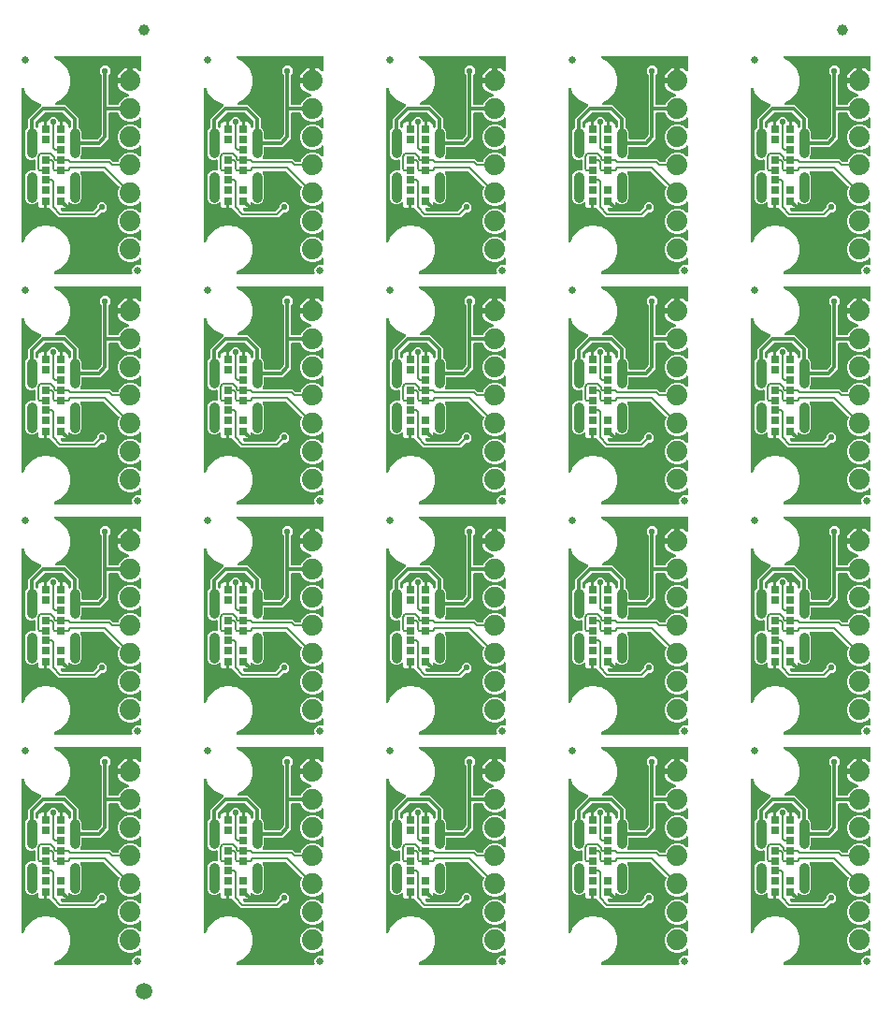
<source format=gtl>
G04 EAGLE Gerber RS-274X export*
G75*
%MOMM*%
%FSLAX34Y34*%
%LPD*%
%INTop Copper*%
%IPPOS*%
%AMOC8*
5,1,8,0,0,1.08239X$1,22.5*%
G01*
%ADD10C,0.635000*%
%ADD11C,1.879600*%
%ADD12C,0.654000*%
%ADD13R,0.754000X0.754000*%
%ADD14C,0.900000*%
%ADD15C,1.000000*%
%ADD16C,1.500000*%
%ADD17C,0.558800*%
%ADD18C,0.304800*%
%ADD19C,0.203200*%
%ADD20C,0.127000*%

G36*
X762611Y211081D02*
X762611Y211081D01*
X762660Y211079D01*
X762768Y211101D01*
X762877Y211115D01*
X762923Y211133D01*
X762972Y211143D01*
X763070Y211191D01*
X763172Y211232D01*
X763213Y211261D01*
X763257Y211283D01*
X763341Y211354D01*
X763430Y211418D01*
X763461Y211457D01*
X763499Y211489D01*
X763562Y211579D01*
X763633Y211663D01*
X763654Y211708D01*
X763682Y211749D01*
X763721Y211852D01*
X763768Y211951D01*
X763777Y212000D01*
X763795Y212046D01*
X763807Y212156D01*
X763828Y212263D01*
X763825Y212313D01*
X763830Y212362D01*
X763815Y212471D01*
X763808Y212581D01*
X763793Y212628D01*
X763786Y212677D01*
X763734Y212830D01*
X763396Y213645D01*
X763396Y215615D01*
X764150Y217436D01*
X765544Y218830D01*
X767365Y219584D01*
X769335Y219584D01*
X770150Y219246D01*
X770198Y219233D01*
X770243Y219212D01*
X770351Y219191D01*
X770457Y219162D01*
X770507Y219161D01*
X770556Y219152D01*
X770665Y219159D01*
X770775Y219157D01*
X770823Y219169D01*
X770873Y219172D01*
X770977Y219206D01*
X771084Y219231D01*
X771128Y219255D01*
X771175Y219270D01*
X771268Y219329D01*
X771365Y219380D01*
X771402Y219413D01*
X771444Y219440D01*
X771519Y219520D01*
X771601Y219594D01*
X771628Y219635D01*
X771662Y219672D01*
X771715Y219768D01*
X771775Y219860D01*
X771792Y219907D01*
X771816Y219950D01*
X771843Y220056D01*
X771879Y220160D01*
X771883Y220210D01*
X771895Y220258D01*
X771905Y220419D01*
X771905Y224715D01*
X771888Y224853D01*
X771875Y224991D01*
X771868Y225010D01*
X771865Y225030D01*
X771814Y225160D01*
X771767Y225290D01*
X771756Y225307D01*
X771748Y225326D01*
X771667Y225438D01*
X771589Y225554D01*
X771573Y225567D01*
X771562Y225583D01*
X771454Y225672D01*
X771350Y225764D01*
X771332Y225773D01*
X771317Y225786D01*
X771191Y225845D01*
X771067Y225909D01*
X771047Y225913D01*
X771029Y225922D01*
X770892Y225948D01*
X770757Y225978D01*
X770736Y225978D01*
X770717Y225981D01*
X770578Y225973D01*
X770439Y225969D01*
X770419Y225963D01*
X770399Y225962D01*
X770267Y225919D01*
X770133Y225880D01*
X770116Y225870D01*
X770097Y225864D01*
X769979Y225789D01*
X769859Y225719D01*
X769838Y225700D01*
X769828Y225694D01*
X769814Y225679D01*
X769739Y225612D01*
X768331Y224205D01*
X764223Y222503D01*
X759777Y222503D01*
X755669Y224205D01*
X752525Y227349D01*
X750823Y231457D01*
X750823Y235903D01*
X752525Y240011D01*
X755669Y243155D01*
X759777Y244857D01*
X764223Y244857D01*
X768331Y243155D01*
X769739Y241748D01*
X769848Y241662D01*
X769955Y241574D01*
X769974Y241565D01*
X769990Y241553D01*
X770118Y241497D01*
X770243Y241438D01*
X770263Y241435D01*
X770282Y241426D01*
X770420Y241405D01*
X770556Y241379D01*
X770576Y241380D01*
X770596Y241377D01*
X770735Y241390D01*
X770873Y241398D01*
X770892Y241405D01*
X770912Y241406D01*
X771044Y241454D01*
X771175Y241496D01*
X771193Y241507D01*
X771212Y241514D01*
X771327Y241592D01*
X771444Y241666D01*
X771458Y241681D01*
X771475Y241693D01*
X771567Y241797D01*
X771662Y241898D01*
X771672Y241916D01*
X771685Y241931D01*
X771749Y242055D01*
X771816Y242177D01*
X771821Y242196D01*
X771830Y242214D01*
X771860Y242350D01*
X771895Y242485D01*
X771897Y242513D01*
X771900Y242525D01*
X771899Y242545D01*
X771905Y242645D01*
X771905Y250115D01*
X771888Y250253D01*
X771875Y250391D01*
X771868Y250410D01*
X771865Y250430D01*
X771814Y250560D01*
X771767Y250690D01*
X771756Y250707D01*
X771748Y250726D01*
X771667Y250838D01*
X771589Y250954D01*
X771573Y250967D01*
X771562Y250983D01*
X771454Y251072D01*
X771350Y251164D01*
X771332Y251173D01*
X771317Y251186D01*
X771191Y251245D01*
X771067Y251309D01*
X771047Y251313D01*
X771029Y251322D01*
X770892Y251348D01*
X770757Y251378D01*
X770736Y251378D01*
X770717Y251381D01*
X770578Y251373D01*
X770439Y251369D01*
X770419Y251363D01*
X770399Y251362D01*
X770267Y251319D01*
X770133Y251280D01*
X770116Y251270D01*
X770097Y251264D01*
X769979Y251189D01*
X769859Y251119D01*
X769838Y251100D01*
X769828Y251094D01*
X769814Y251079D01*
X769739Y251012D01*
X768331Y249605D01*
X764223Y247903D01*
X759777Y247903D01*
X755669Y249605D01*
X752525Y252749D01*
X750823Y256857D01*
X750823Y261303D01*
X752525Y265411D01*
X755669Y268555D01*
X759777Y270257D01*
X764223Y270257D01*
X768331Y268555D01*
X769739Y267148D01*
X769848Y267062D01*
X769955Y266974D01*
X769974Y266965D01*
X769990Y266953D01*
X770118Y266897D01*
X770243Y266838D01*
X770263Y266835D01*
X770282Y266826D01*
X770420Y266805D01*
X770556Y266779D01*
X770576Y266780D01*
X770596Y266777D01*
X770735Y266790D01*
X770873Y266798D01*
X770892Y266805D01*
X770912Y266806D01*
X771044Y266854D01*
X771175Y266896D01*
X771193Y266907D01*
X771212Y266914D01*
X771327Y266992D01*
X771444Y267066D01*
X771458Y267081D01*
X771475Y267093D01*
X771567Y267197D01*
X771662Y267298D01*
X771672Y267316D01*
X771685Y267331D01*
X771749Y267455D01*
X771816Y267577D01*
X771821Y267596D01*
X771830Y267614D01*
X771860Y267750D01*
X771895Y267885D01*
X771897Y267913D01*
X771900Y267925D01*
X771899Y267945D01*
X771905Y268045D01*
X771905Y275515D01*
X771888Y275653D01*
X771875Y275791D01*
X771868Y275810D01*
X771865Y275830D01*
X771814Y275960D01*
X771767Y276090D01*
X771756Y276107D01*
X771748Y276126D01*
X771667Y276238D01*
X771589Y276354D01*
X771573Y276367D01*
X771562Y276383D01*
X771454Y276472D01*
X771350Y276564D01*
X771332Y276573D01*
X771317Y276586D01*
X771191Y276645D01*
X771067Y276709D01*
X771047Y276713D01*
X771029Y276722D01*
X770892Y276748D01*
X770757Y276778D01*
X770736Y276778D01*
X770717Y276781D01*
X770578Y276773D01*
X770439Y276769D01*
X770419Y276763D01*
X770399Y276762D01*
X770267Y276719D01*
X770133Y276680D01*
X770116Y276670D01*
X770097Y276664D01*
X769979Y276589D01*
X769859Y276519D01*
X769838Y276500D01*
X769828Y276494D01*
X769814Y276479D01*
X769739Y276412D01*
X768331Y275005D01*
X764223Y273303D01*
X759777Y273303D01*
X755669Y275005D01*
X752525Y278149D01*
X750823Y282257D01*
X750823Y286703D01*
X751964Y289456D01*
X751971Y289485D01*
X751985Y289511D01*
X752013Y289638D01*
X752047Y289763D01*
X752048Y289792D01*
X752054Y289821D01*
X752050Y289951D01*
X752053Y290081D01*
X752046Y290109D01*
X752045Y290139D01*
X752009Y290264D01*
X751978Y290390D01*
X751965Y290416D01*
X751956Y290444D01*
X751891Y290556D01*
X751830Y290671D01*
X751810Y290693D01*
X751795Y290718D01*
X751688Y290839D01*
X738354Y304174D01*
X738276Y304234D01*
X738204Y304302D01*
X738151Y304331D01*
X738103Y304368D01*
X738012Y304408D01*
X737925Y304456D01*
X737867Y304471D01*
X737811Y304495D01*
X737713Y304510D01*
X737617Y304535D01*
X737517Y304541D01*
X737497Y304545D01*
X737485Y304543D01*
X737457Y304545D01*
X717728Y304545D01*
X717590Y304528D01*
X717452Y304515D01*
X717433Y304508D01*
X717413Y304505D01*
X717283Y304454D01*
X717153Y304407D01*
X717136Y304396D01*
X717117Y304388D01*
X717004Y304307D01*
X716890Y304229D01*
X716876Y304213D01*
X716860Y304202D01*
X716771Y304094D01*
X716679Y303990D01*
X716670Y303972D01*
X716657Y303957D01*
X716598Y303831D01*
X716535Y303707D01*
X716530Y303687D01*
X716522Y303669D01*
X716496Y303533D01*
X716465Y303397D01*
X716466Y303376D01*
X716462Y303357D01*
X716470Y303218D01*
X716475Y303079D01*
X716480Y303059D01*
X716481Y303039D01*
X716524Y302907D01*
X716563Y302773D01*
X716573Y302756D01*
X716580Y302737D01*
X716654Y302619D01*
X716725Y302499D01*
X716743Y302478D01*
X716750Y302468D01*
X716765Y302454D01*
X716767Y302451D01*
X717729Y300129D01*
X717729Y279631D01*
X716773Y277323D01*
X715007Y275557D01*
X712699Y274601D01*
X710201Y274601D01*
X707893Y275557D01*
X707628Y275823D01*
X707518Y275908D01*
X707411Y275997D01*
X707392Y276006D01*
X707376Y276018D01*
X707249Y276073D01*
X707123Y276132D01*
X707103Y276136D01*
X707084Y276144D01*
X706947Y276166D01*
X706810Y276192D01*
X706790Y276191D01*
X706770Y276194D01*
X706631Y276181D01*
X706493Y276173D01*
X706474Y276166D01*
X706454Y276164D01*
X706322Y276117D01*
X706191Y276074D01*
X706174Y276064D01*
X706154Y276057D01*
X706039Y275979D01*
X705922Y275904D01*
X705908Y275890D01*
X705891Y275878D01*
X705799Y275774D01*
X705704Y275673D01*
X705694Y275655D01*
X705681Y275640D01*
X705617Y275516D01*
X705550Y275394D01*
X705545Y275375D01*
X705536Y275357D01*
X705506Y275221D01*
X705471Y275086D01*
X705469Y275058D01*
X705466Y275046D01*
X705467Y275026D01*
X705461Y274926D01*
X705461Y273276D01*
X705288Y272629D01*
X704953Y272050D01*
X704480Y271577D01*
X703901Y271242D01*
X703254Y271069D01*
X699877Y271069D01*
X699739Y271052D01*
X699601Y271039D01*
X699582Y271032D01*
X699562Y271029D01*
X699432Y270978D01*
X699302Y270931D01*
X699285Y270920D01*
X699266Y270912D01*
X699154Y270831D01*
X699038Y270753D01*
X699025Y270737D01*
X699009Y270726D01*
X698920Y270618D01*
X698828Y270514D01*
X698819Y270496D01*
X698806Y270481D01*
X698747Y270355D01*
X698683Y270231D01*
X698679Y270211D01*
X698670Y270193D01*
X698644Y270057D01*
X698614Y269921D01*
X698614Y269900D01*
X698611Y269881D01*
X698619Y269742D01*
X698623Y269603D01*
X698629Y269583D01*
X698630Y269563D01*
X698673Y269431D01*
X698712Y269297D01*
X698722Y269280D01*
X698728Y269261D01*
X698803Y269143D01*
X698873Y269023D01*
X698892Y269002D01*
X698899Y268992D01*
X698914Y268978D01*
X698980Y268902D01*
X699286Y268596D01*
X699364Y268536D01*
X699436Y268468D01*
X699489Y268439D01*
X699537Y268402D01*
X699628Y268362D01*
X699715Y268314D01*
X699773Y268299D01*
X699829Y268275D01*
X699927Y268260D01*
X700023Y268235D01*
X700123Y268229D01*
X700143Y268225D01*
X700155Y268227D01*
X700183Y268225D01*
X728177Y268225D01*
X728275Y268237D01*
X728374Y268240D01*
X728432Y268257D01*
X728492Y268265D01*
X728584Y268301D01*
X728679Y268329D01*
X728732Y268359D01*
X728788Y268382D01*
X728868Y268440D01*
X728953Y268490D01*
X729029Y268556D01*
X729045Y268568D01*
X729053Y268578D01*
X729074Y268596D01*
X731266Y270788D01*
X731326Y270866D01*
X731394Y270938D01*
X731423Y270991D01*
X731460Y271039D01*
X731500Y271130D01*
X731548Y271217D01*
X731563Y271275D01*
X731587Y271331D01*
X731602Y271429D01*
X731627Y271525D01*
X731633Y271625D01*
X731637Y271645D01*
X731635Y271657D01*
X731637Y271685D01*
X731637Y273674D01*
X734316Y276353D01*
X738104Y276353D01*
X740783Y273674D01*
X740783Y269886D01*
X738104Y267207D01*
X736115Y267207D01*
X736017Y267195D01*
X735918Y267192D01*
X735860Y267175D01*
X735800Y267167D01*
X735708Y267131D01*
X735613Y267103D01*
X735560Y267073D01*
X735504Y267050D01*
X735424Y266992D01*
X735339Y266942D01*
X735263Y266876D01*
X735247Y266864D01*
X735239Y266854D01*
X735218Y266836D01*
X733026Y264644D01*
X731018Y262635D01*
X697342Y262635D01*
X689280Y270698D01*
X689202Y270758D01*
X689130Y270826D01*
X689077Y270855D01*
X689029Y270892D01*
X688938Y270932D01*
X688851Y270980D01*
X688793Y270995D01*
X688737Y271019D01*
X688639Y271034D01*
X688543Y271059D01*
X688443Y271065D01*
X688423Y271069D01*
X688411Y271067D01*
X688383Y271069D01*
X686419Y271069D01*
X686419Y277380D01*
X686404Y277498D01*
X686397Y277617D01*
X686385Y277655D01*
X686380Y277695D01*
X686336Y277806D01*
X686299Y277919D01*
X686277Y277953D01*
X686263Y277991D01*
X686193Y278087D01*
X686129Y278188D01*
X686099Y278216D01*
X686076Y278248D01*
X685984Y278324D01*
X685897Y278406D01*
X685862Y278425D01*
X685831Y278451D01*
X685723Y278502D01*
X685619Y278559D01*
X685580Y278569D01*
X685543Y278587D01*
X685426Y278609D01*
X685311Y278639D01*
X685251Y278643D01*
X685231Y278646D01*
X685230Y278646D01*
X685210Y278645D01*
X685150Y278649D01*
X685032Y278634D01*
X684913Y278627D01*
X684874Y278614D01*
X684834Y278609D01*
X684724Y278565D01*
X684610Y278529D01*
X684576Y278507D01*
X684539Y278492D01*
X684442Y278422D01*
X684342Y278358D01*
X684314Y278329D01*
X684281Y278305D01*
X684205Y278213D01*
X684124Y278127D01*
X684104Y278091D01*
X684078Y278060D01*
X684028Y277953D01*
X683970Y277848D01*
X683960Y277809D01*
X683943Y277773D01*
X683921Y277656D01*
X683891Y277540D01*
X683887Y277480D01*
X683883Y277460D01*
X683884Y277440D01*
X683881Y277380D01*
X683881Y271069D01*
X681046Y271069D01*
X680399Y271242D01*
X679820Y271577D01*
X679347Y272050D01*
X679012Y272629D01*
X678839Y273276D01*
X678839Y274926D01*
X678822Y275063D01*
X678809Y275202D01*
X678802Y275221D01*
X678799Y275241D01*
X678748Y275371D01*
X678701Y275501D01*
X678690Y275518D01*
X678682Y275537D01*
X678601Y275649D01*
X678523Y275764D01*
X678507Y275778D01*
X678496Y275794D01*
X678389Y275883D01*
X678284Y275975D01*
X678266Y275984D01*
X678251Y275997D01*
X678125Y276056D01*
X678001Y276119D01*
X677981Y276124D01*
X677963Y276132D01*
X677827Y276159D01*
X677691Y276189D01*
X677670Y276188D01*
X677651Y276192D01*
X677512Y276184D01*
X677373Y276179D01*
X677353Y276174D01*
X677333Y276173D01*
X677201Y276130D01*
X677067Y276091D01*
X677050Y276081D01*
X677031Y276074D01*
X676913Y276000D01*
X676793Y275929D01*
X676772Y275911D01*
X676762Y275904D01*
X676748Y275889D01*
X676672Y275823D01*
X676407Y275557D01*
X674099Y274601D01*
X671601Y274601D01*
X669293Y275557D01*
X667527Y277323D01*
X666571Y279631D01*
X666571Y300129D01*
X667527Y302437D01*
X669293Y304203D01*
X671601Y305159D01*
X674099Y305159D01*
X674519Y304985D01*
X674567Y304971D01*
X674612Y304950D01*
X674720Y304930D01*
X674826Y304901D01*
X674876Y304900D01*
X674925Y304891D01*
X675034Y304897D01*
X675144Y304896D01*
X675192Y304907D01*
X675242Y304910D01*
X675346Y304944D01*
X675453Y304970D01*
X675497Y304993D01*
X675544Y305008D01*
X675637Y305067D01*
X675734Y305118D01*
X675771Y305152D01*
X675813Y305178D01*
X675888Y305259D01*
X675970Y305332D01*
X675997Y305374D01*
X676031Y305410D01*
X676084Y305506D01*
X676144Y305598D01*
X676161Y305645D01*
X676185Y305689D01*
X676212Y305795D01*
X676248Y305899D01*
X676252Y305948D01*
X676264Y305997D01*
X676274Y306157D01*
X676274Y313603D01*
X676268Y313652D01*
X676270Y313702D01*
X676248Y313809D01*
X676234Y313918D01*
X676216Y313964D01*
X676206Y314013D01*
X676158Y314112D01*
X676117Y314214D01*
X676088Y314254D01*
X676066Y314299D01*
X675995Y314382D01*
X675931Y314471D01*
X675892Y314503D01*
X675860Y314541D01*
X675770Y314604D01*
X675686Y314674D01*
X675641Y314695D01*
X675600Y314724D01*
X675497Y314763D01*
X675398Y314810D01*
X675349Y314819D01*
X675303Y314837D01*
X675193Y314849D01*
X675086Y314869D01*
X675036Y314866D01*
X674986Y314872D01*
X674878Y314857D01*
X674768Y314850D01*
X674721Y314834D01*
X674672Y314827D01*
X674519Y314775D01*
X674099Y314601D01*
X671601Y314601D01*
X669293Y315557D01*
X667527Y317323D01*
X666571Y319631D01*
X666571Y340129D01*
X667527Y342437D01*
X669176Y344085D01*
X669236Y344163D01*
X669304Y344235D01*
X669333Y344288D01*
X669370Y344336D01*
X669410Y344427D01*
X669458Y344514D01*
X669473Y344572D01*
X669497Y344628D01*
X669512Y344726D01*
X669537Y344822D01*
X669543Y344922D01*
X669547Y344942D01*
X669545Y344954D01*
X669547Y344982D01*
X669547Y351888D01*
X671854Y354194D01*
X679588Y361928D01*
X680908Y363249D01*
X680925Y363271D01*
X680947Y363290D01*
X681023Y363397D01*
X681103Y363500D01*
X681114Y363526D01*
X681131Y363550D01*
X681177Y363672D01*
X681229Y363792D01*
X681234Y363820D01*
X681244Y363847D01*
X681258Y363976D01*
X681279Y364106D01*
X681276Y364135D01*
X681280Y364163D01*
X681262Y364292D01*
X681249Y364422D01*
X681239Y364450D01*
X681236Y364478D01*
X681186Y364598D01*
X681142Y364722D01*
X681125Y364746D01*
X681115Y364772D01*
X681037Y364877D01*
X680963Y364985D01*
X680942Y365004D01*
X680924Y365027D01*
X680823Y365109D01*
X680725Y365195D01*
X680699Y365208D01*
X680677Y365226D01*
X680558Y365280D01*
X680441Y365340D01*
X680413Y365346D01*
X680387Y365358D01*
X680231Y365396D01*
X678390Y365721D01*
X671874Y369483D01*
X667037Y375247D01*
X665657Y379039D01*
X665612Y379126D01*
X665576Y379216D01*
X665540Y379266D01*
X665511Y379322D01*
X665447Y379395D01*
X665390Y379473D01*
X665342Y379513D01*
X665300Y379560D01*
X665220Y379614D01*
X665145Y379676D01*
X665088Y379703D01*
X665037Y379738D01*
X664945Y379770D01*
X664857Y379812D01*
X664796Y379823D01*
X664737Y379844D01*
X664640Y379853D01*
X664544Y379872D01*
X664482Y379868D01*
X664420Y379873D01*
X664324Y379858D01*
X664227Y379852D01*
X664168Y379833D01*
X664106Y379823D01*
X664017Y379784D01*
X663925Y379754D01*
X663872Y379720D01*
X663815Y379696D01*
X663738Y379636D01*
X663656Y379584D01*
X663613Y379538D01*
X663564Y379500D01*
X663505Y379423D01*
X663438Y379352D01*
X663408Y379297D01*
X663370Y379248D01*
X663331Y379159D01*
X663284Y379073D01*
X663269Y379013D01*
X663244Y378956D01*
X663229Y378860D01*
X663205Y378766D01*
X663198Y378661D01*
X663195Y378642D01*
X663196Y378630D01*
X663195Y378605D01*
X663195Y241155D01*
X663207Y241059D01*
X663210Y240961D01*
X663227Y240901D01*
X663235Y240840D01*
X663270Y240749D01*
X663297Y240656D01*
X663329Y240602D01*
X663352Y240544D01*
X663409Y240465D01*
X663458Y240381D01*
X663502Y240337D01*
X663538Y240287D01*
X663613Y240225D01*
X663682Y240155D01*
X663736Y240123D01*
X663783Y240084D01*
X663871Y240042D01*
X663955Y239992D01*
X664015Y239975D01*
X664071Y239948D01*
X664167Y239930D01*
X664260Y239902D01*
X664322Y239900D01*
X664383Y239888D01*
X664481Y239895D01*
X664578Y239891D01*
X664639Y239904D01*
X664701Y239908D01*
X664793Y239938D01*
X664889Y239959D01*
X664944Y239987D01*
X665003Y240006D01*
X665086Y240058D01*
X665173Y240102D01*
X665219Y240143D01*
X665272Y240176D01*
X665339Y240247D01*
X665412Y240311D01*
X665447Y240363D01*
X665490Y240408D01*
X665537Y240493D01*
X665592Y240574D01*
X665634Y240669D01*
X665644Y240687D01*
X665646Y240697D01*
X665657Y240721D01*
X667037Y244513D01*
X671873Y250277D01*
X678390Y254039D01*
X685800Y255346D01*
X693210Y254039D01*
X699726Y250277D01*
X704563Y244513D01*
X707137Y237442D01*
X707137Y229918D01*
X704563Y222847D01*
X699727Y217083D01*
X693422Y213443D01*
X693306Y213355D01*
X693188Y213270D01*
X693180Y213259D01*
X693169Y213251D01*
X693079Y213137D01*
X692985Y213025D01*
X692980Y213012D01*
X692971Y213002D01*
X692912Y212868D01*
X692850Y212737D01*
X692847Y212724D01*
X692842Y212711D01*
X692817Y212567D01*
X692790Y212424D01*
X692791Y212411D01*
X692789Y212398D01*
X692801Y212252D01*
X692810Y212107D01*
X692814Y212094D01*
X692815Y212081D01*
X692863Y211943D01*
X692908Y211805D01*
X692915Y211793D01*
X692920Y211780D01*
X693000Y211659D01*
X693078Y211536D01*
X693088Y211527D01*
X693095Y211515D01*
X693204Y211418D01*
X693310Y211318D01*
X693322Y211311D01*
X693332Y211302D01*
X693460Y211235D01*
X693588Y211164D01*
X693601Y211161D01*
X693613Y211155D01*
X693755Y211121D01*
X693896Y211085D01*
X693915Y211084D01*
X693923Y211082D01*
X693940Y211082D01*
X694057Y211075D01*
X762561Y211075D01*
X762611Y211081D01*
G37*
G36*
X597511Y2801D02*
X597511Y2801D01*
X597560Y2799D01*
X597668Y2821D01*
X597777Y2835D01*
X597823Y2853D01*
X597872Y2863D01*
X597970Y2911D01*
X598072Y2952D01*
X598113Y2981D01*
X598157Y3003D01*
X598241Y3074D01*
X598330Y3138D01*
X598361Y3177D01*
X598399Y3209D01*
X598462Y3299D01*
X598533Y3383D01*
X598554Y3428D01*
X598582Y3469D01*
X598621Y3572D01*
X598668Y3671D01*
X598677Y3720D01*
X598695Y3766D01*
X598707Y3876D01*
X598728Y3983D01*
X598725Y4033D01*
X598730Y4082D01*
X598715Y4191D01*
X598708Y4301D01*
X598693Y4348D01*
X598686Y4397D01*
X598634Y4550D01*
X598296Y5365D01*
X598296Y7335D01*
X599050Y9156D01*
X600444Y10550D01*
X602265Y11304D01*
X604235Y11304D01*
X605050Y10966D01*
X605098Y10953D01*
X605143Y10932D01*
X605251Y10911D01*
X605357Y10882D01*
X605407Y10881D01*
X605456Y10872D01*
X605565Y10879D01*
X605675Y10877D01*
X605723Y10889D01*
X605773Y10892D01*
X605877Y10926D01*
X605984Y10951D01*
X606028Y10975D01*
X606075Y10990D01*
X606168Y11049D01*
X606265Y11100D01*
X606302Y11133D01*
X606344Y11160D01*
X606419Y11240D01*
X606501Y11314D01*
X606528Y11355D01*
X606562Y11392D01*
X606615Y11488D01*
X606675Y11580D01*
X606692Y11627D01*
X606716Y11670D01*
X606743Y11776D01*
X606779Y11880D01*
X606783Y11930D01*
X606795Y11978D01*
X606805Y12139D01*
X606805Y16435D01*
X606788Y16573D01*
X606775Y16711D01*
X606768Y16730D01*
X606765Y16750D01*
X606714Y16880D01*
X606667Y17010D01*
X606656Y17027D01*
X606648Y17046D01*
X606567Y17158D01*
X606489Y17274D01*
X606473Y17287D01*
X606462Y17303D01*
X606354Y17392D01*
X606250Y17484D01*
X606232Y17493D01*
X606217Y17506D01*
X606091Y17565D01*
X605967Y17629D01*
X605947Y17633D01*
X605929Y17642D01*
X605792Y17668D01*
X605657Y17698D01*
X605636Y17698D01*
X605617Y17701D01*
X605478Y17693D01*
X605339Y17689D01*
X605319Y17683D01*
X605299Y17682D01*
X605167Y17639D01*
X605033Y17600D01*
X605016Y17590D01*
X604997Y17584D01*
X604879Y17509D01*
X604759Y17439D01*
X604738Y17420D01*
X604728Y17414D01*
X604714Y17399D01*
X604639Y17332D01*
X603231Y15925D01*
X599123Y14223D01*
X594677Y14223D01*
X590569Y15925D01*
X587425Y19069D01*
X585723Y23177D01*
X585723Y27623D01*
X587425Y31731D01*
X590569Y34875D01*
X594677Y36577D01*
X599123Y36577D01*
X603231Y34875D01*
X604639Y33468D01*
X604748Y33382D01*
X604855Y33294D01*
X604874Y33285D01*
X604890Y33273D01*
X605018Y33217D01*
X605143Y33158D01*
X605163Y33155D01*
X605182Y33146D01*
X605320Y33125D01*
X605456Y33099D01*
X605476Y33100D01*
X605496Y33097D01*
X605635Y33110D01*
X605773Y33118D01*
X605792Y33125D01*
X605812Y33126D01*
X605944Y33174D01*
X606075Y33216D01*
X606093Y33227D01*
X606112Y33234D01*
X606227Y33312D01*
X606344Y33386D01*
X606358Y33401D01*
X606375Y33413D01*
X606467Y33517D01*
X606562Y33618D01*
X606572Y33636D01*
X606585Y33651D01*
X606649Y33775D01*
X606716Y33897D01*
X606721Y33916D01*
X606730Y33934D01*
X606760Y34070D01*
X606795Y34205D01*
X606797Y34233D01*
X606800Y34245D01*
X606799Y34265D01*
X606805Y34365D01*
X606805Y41835D01*
X606788Y41973D01*
X606775Y42111D01*
X606768Y42130D01*
X606765Y42150D01*
X606714Y42280D01*
X606667Y42410D01*
X606656Y42427D01*
X606648Y42446D01*
X606567Y42558D01*
X606489Y42674D01*
X606473Y42687D01*
X606462Y42703D01*
X606354Y42792D01*
X606250Y42884D01*
X606232Y42893D01*
X606217Y42906D01*
X606091Y42965D01*
X605967Y43029D01*
X605947Y43033D01*
X605929Y43042D01*
X605792Y43068D01*
X605657Y43098D01*
X605636Y43098D01*
X605617Y43101D01*
X605478Y43093D01*
X605339Y43089D01*
X605319Y43083D01*
X605299Y43082D01*
X605167Y43039D01*
X605033Y43000D01*
X605016Y42990D01*
X604997Y42984D01*
X604879Y42909D01*
X604759Y42839D01*
X604738Y42820D01*
X604728Y42814D01*
X604714Y42799D01*
X604639Y42732D01*
X603231Y41325D01*
X599123Y39623D01*
X594677Y39623D01*
X590569Y41325D01*
X587425Y44469D01*
X585723Y48577D01*
X585723Y53023D01*
X587425Y57131D01*
X590569Y60275D01*
X594677Y61977D01*
X599123Y61977D01*
X603231Y60275D01*
X604639Y58868D01*
X604748Y58782D01*
X604855Y58694D01*
X604874Y58685D01*
X604890Y58673D01*
X605018Y58617D01*
X605143Y58558D01*
X605163Y58555D01*
X605182Y58546D01*
X605320Y58525D01*
X605456Y58499D01*
X605476Y58500D01*
X605496Y58497D01*
X605635Y58510D01*
X605773Y58518D01*
X605792Y58525D01*
X605812Y58526D01*
X605944Y58574D01*
X606075Y58616D01*
X606093Y58627D01*
X606112Y58634D01*
X606227Y58712D01*
X606344Y58786D01*
X606358Y58801D01*
X606375Y58813D01*
X606467Y58917D01*
X606562Y59018D01*
X606572Y59036D01*
X606585Y59051D01*
X606649Y59175D01*
X606716Y59297D01*
X606721Y59316D01*
X606730Y59334D01*
X606760Y59470D01*
X606795Y59605D01*
X606797Y59633D01*
X606800Y59645D01*
X606799Y59665D01*
X606805Y59765D01*
X606805Y67235D01*
X606788Y67373D01*
X606775Y67511D01*
X606768Y67530D01*
X606765Y67550D01*
X606714Y67680D01*
X606667Y67810D01*
X606656Y67827D01*
X606648Y67846D01*
X606567Y67958D01*
X606489Y68074D01*
X606473Y68087D01*
X606462Y68103D01*
X606354Y68192D01*
X606250Y68284D01*
X606232Y68293D01*
X606217Y68306D01*
X606091Y68365D01*
X605967Y68429D01*
X605947Y68433D01*
X605929Y68442D01*
X605792Y68468D01*
X605657Y68498D01*
X605636Y68498D01*
X605617Y68501D01*
X605478Y68493D01*
X605339Y68489D01*
X605319Y68483D01*
X605299Y68482D01*
X605167Y68439D01*
X605033Y68400D01*
X605016Y68390D01*
X604997Y68384D01*
X604879Y68309D01*
X604759Y68239D01*
X604738Y68220D01*
X604728Y68214D01*
X604714Y68199D01*
X604639Y68132D01*
X603231Y66725D01*
X599123Y65023D01*
X594677Y65023D01*
X590569Y66725D01*
X587425Y69869D01*
X585723Y73977D01*
X585723Y78423D01*
X586864Y81176D01*
X586871Y81205D01*
X586885Y81231D01*
X586913Y81358D01*
X586947Y81483D01*
X586948Y81512D01*
X586954Y81541D01*
X586950Y81671D01*
X586953Y81801D01*
X586946Y81829D01*
X586945Y81859D01*
X586909Y81984D01*
X586878Y82110D01*
X586865Y82136D01*
X586856Y82164D01*
X586791Y82276D01*
X586730Y82391D01*
X586710Y82413D01*
X586695Y82438D01*
X586588Y82559D01*
X573254Y95894D01*
X573176Y95954D01*
X573104Y96022D01*
X573051Y96051D01*
X573003Y96088D01*
X572912Y96128D01*
X572825Y96176D01*
X572767Y96191D01*
X572711Y96215D01*
X572613Y96230D01*
X572517Y96255D01*
X572417Y96261D01*
X572397Y96265D01*
X572385Y96263D01*
X572357Y96265D01*
X552628Y96265D01*
X552490Y96248D01*
X552352Y96235D01*
X552333Y96228D01*
X552313Y96225D01*
X552183Y96174D01*
X552053Y96127D01*
X552036Y96116D01*
X552017Y96108D01*
X551904Y96027D01*
X551790Y95949D01*
X551776Y95933D01*
X551760Y95922D01*
X551671Y95814D01*
X551579Y95710D01*
X551570Y95692D01*
X551557Y95677D01*
X551498Y95551D01*
X551435Y95427D01*
X551430Y95407D01*
X551422Y95389D01*
X551396Y95253D01*
X551365Y95117D01*
X551366Y95096D01*
X551362Y95077D01*
X551370Y94938D01*
X551375Y94799D01*
X551380Y94779D01*
X551381Y94759D01*
X551424Y94627D01*
X551463Y94493D01*
X551473Y94476D01*
X551480Y94457D01*
X551554Y94339D01*
X551625Y94219D01*
X551643Y94198D01*
X551650Y94188D01*
X551665Y94174D01*
X551667Y94171D01*
X552629Y91849D01*
X552629Y71351D01*
X551673Y69043D01*
X549907Y67277D01*
X547599Y66321D01*
X545101Y66321D01*
X542793Y67277D01*
X542528Y67543D01*
X542418Y67628D01*
X542311Y67717D01*
X542292Y67726D01*
X542276Y67738D01*
X542149Y67793D01*
X542023Y67852D01*
X542003Y67856D01*
X541984Y67864D01*
X541847Y67886D01*
X541710Y67912D01*
X541690Y67911D01*
X541670Y67914D01*
X541531Y67901D01*
X541393Y67893D01*
X541374Y67886D01*
X541354Y67884D01*
X541222Y67837D01*
X541091Y67794D01*
X541074Y67784D01*
X541054Y67777D01*
X540939Y67699D01*
X540822Y67624D01*
X540808Y67610D01*
X540791Y67598D01*
X540699Y67494D01*
X540604Y67393D01*
X540594Y67375D01*
X540581Y67360D01*
X540517Y67236D01*
X540450Y67114D01*
X540445Y67095D01*
X540436Y67077D01*
X540406Y66941D01*
X540371Y66806D01*
X540369Y66778D01*
X540366Y66766D01*
X540367Y66746D01*
X540361Y66646D01*
X540361Y64996D01*
X540188Y64349D01*
X539853Y63770D01*
X539380Y63297D01*
X538801Y62962D01*
X538154Y62789D01*
X534777Y62789D01*
X534640Y62772D01*
X534501Y62759D01*
X534482Y62752D01*
X534462Y62749D01*
X534333Y62698D01*
X534202Y62651D01*
X534185Y62640D01*
X534166Y62632D01*
X534054Y62551D01*
X533939Y62473D01*
X533925Y62457D01*
X533909Y62446D01*
X533820Y62338D01*
X533728Y62234D01*
X533719Y62216D01*
X533706Y62201D01*
X533647Y62075D01*
X533583Y61951D01*
X533579Y61931D01*
X533570Y61913D01*
X533544Y61777D01*
X533514Y61641D01*
X533514Y61620D01*
X533511Y61601D01*
X533519Y61462D01*
X533523Y61323D01*
X533529Y61303D01*
X533530Y61283D01*
X533573Y61151D01*
X533612Y61017D01*
X533622Y61000D01*
X533628Y60981D01*
X533703Y60863D01*
X533773Y60743D01*
X533792Y60722D01*
X533799Y60712D01*
X533813Y60698D01*
X533880Y60623D01*
X534186Y60316D01*
X534264Y60256D01*
X534336Y60188D01*
X534389Y60159D01*
X534437Y60122D01*
X534528Y60082D01*
X534615Y60034D01*
X534673Y60019D01*
X534729Y59995D01*
X534827Y59980D01*
X534923Y59955D01*
X535023Y59949D01*
X535043Y59945D01*
X535055Y59947D01*
X535083Y59945D01*
X563077Y59945D01*
X563175Y59957D01*
X563274Y59960D01*
X563332Y59977D01*
X563392Y59985D01*
X563484Y60021D01*
X563579Y60049D01*
X563632Y60079D01*
X563688Y60102D01*
X563768Y60160D01*
X563853Y60210D01*
X563929Y60276D01*
X563945Y60288D01*
X563953Y60298D01*
X563974Y60316D01*
X566166Y62508D01*
X566226Y62586D01*
X566294Y62658D01*
X566323Y62711D01*
X566360Y62759D01*
X566400Y62850D01*
X566448Y62937D01*
X566463Y62995D01*
X566487Y63051D01*
X566502Y63149D01*
X566527Y63245D01*
X566533Y63345D01*
X566537Y63365D01*
X566535Y63377D01*
X566537Y63405D01*
X566537Y65394D01*
X569216Y68073D01*
X573004Y68073D01*
X575683Y65394D01*
X575683Y61606D01*
X573004Y58927D01*
X571015Y58927D01*
X570917Y58915D01*
X570818Y58912D01*
X570760Y58895D01*
X570700Y58887D01*
X570608Y58851D01*
X570513Y58823D01*
X570460Y58793D01*
X570404Y58770D01*
X570324Y58712D01*
X570239Y58662D01*
X570163Y58596D01*
X570147Y58584D01*
X570139Y58574D01*
X570118Y58556D01*
X565918Y54355D01*
X532242Y54355D01*
X530234Y56364D01*
X526264Y60334D01*
X524180Y62418D01*
X524102Y62478D01*
X524030Y62546D01*
X523977Y62575D01*
X523929Y62612D01*
X523838Y62652D01*
X523751Y62700D01*
X523693Y62715D01*
X523637Y62739D01*
X523539Y62754D01*
X523443Y62779D01*
X523343Y62785D01*
X523323Y62789D01*
X523311Y62787D01*
X523283Y62789D01*
X521319Y62789D01*
X521319Y69100D01*
X521304Y69218D01*
X521297Y69337D01*
X521285Y69375D01*
X521280Y69415D01*
X521236Y69526D01*
X521199Y69639D01*
X521177Y69673D01*
X521163Y69711D01*
X521093Y69807D01*
X521029Y69908D01*
X520999Y69936D01*
X520976Y69968D01*
X520884Y70044D01*
X520797Y70126D01*
X520762Y70145D01*
X520731Y70171D01*
X520623Y70222D01*
X520519Y70279D01*
X520480Y70289D01*
X520443Y70307D01*
X520326Y70329D01*
X520211Y70359D01*
X520151Y70363D01*
X520131Y70366D01*
X520130Y70366D01*
X520110Y70365D01*
X520050Y70369D01*
X519932Y70354D01*
X519813Y70347D01*
X519774Y70334D01*
X519734Y70329D01*
X519624Y70285D01*
X519510Y70249D01*
X519476Y70227D01*
X519439Y70212D01*
X519342Y70142D01*
X519242Y70078D01*
X519214Y70049D01*
X519181Y70025D01*
X519105Y69933D01*
X519024Y69847D01*
X519004Y69811D01*
X518978Y69780D01*
X518928Y69673D01*
X518870Y69568D01*
X518860Y69529D01*
X518843Y69493D01*
X518821Y69376D01*
X518791Y69260D01*
X518787Y69200D01*
X518783Y69180D01*
X518784Y69160D01*
X518781Y69100D01*
X518781Y62789D01*
X515946Y62789D01*
X515299Y62962D01*
X514720Y63297D01*
X514247Y63770D01*
X513912Y64349D01*
X513739Y64996D01*
X513739Y66646D01*
X513722Y66783D01*
X513709Y66922D01*
X513702Y66941D01*
X513699Y66961D01*
X513648Y67091D01*
X513601Y67221D01*
X513590Y67238D01*
X513582Y67257D01*
X513501Y67369D01*
X513423Y67484D01*
X513407Y67498D01*
X513396Y67514D01*
X513289Y67603D01*
X513184Y67695D01*
X513166Y67704D01*
X513151Y67717D01*
X513025Y67776D01*
X512901Y67839D01*
X512881Y67844D01*
X512863Y67852D01*
X512727Y67879D01*
X512591Y67909D01*
X512570Y67908D01*
X512551Y67912D01*
X512412Y67904D01*
X512273Y67899D01*
X512253Y67894D01*
X512233Y67893D01*
X512101Y67850D01*
X511967Y67811D01*
X511950Y67801D01*
X511931Y67794D01*
X511813Y67720D01*
X511693Y67649D01*
X511672Y67631D01*
X511662Y67624D01*
X511648Y67609D01*
X511572Y67543D01*
X511307Y67277D01*
X508999Y66321D01*
X506501Y66321D01*
X504193Y67277D01*
X502427Y69043D01*
X501471Y71351D01*
X501471Y91849D01*
X502427Y94157D01*
X504193Y95923D01*
X506501Y96879D01*
X508999Y96879D01*
X509419Y96705D01*
X509467Y96691D01*
X509512Y96670D01*
X509620Y96650D01*
X509726Y96621D01*
X509776Y96620D01*
X509825Y96611D01*
X509934Y96617D01*
X510044Y96616D01*
X510092Y96627D01*
X510142Y96630D01*
X510246Y96664D01*
X510353Y96690D01*
X510397Y96713D01*
X510444Y96728D01*
X510537Y96787D01*
X510634Y96838D01*
X510671Y96872D01*
X510713Y96898D01*
X510788Y96979D01*
X510870Y97052D01*
X510897Y97094D01*
X510931Y97130D01*
X510984Y97226D01*
X511044Y97318D01*
X511061Y97365D01*
X511085Y97409D01*
X511112Y97515D01*
X511148Y97619D01*
X511152Y97668D01*
X511164Y97717D01*
X511174Y97877D01*
X511174Y105323D01*
X511168Y105372D01*
X511170Y105422D01*
X511148Y105529D01*
X511134Y105638D01*
X511116Y105684D01*
X511106Y105733D01*
X511058Y105832D01*
X511017Y105934D01*
X510988Y105974D01*
X510966Y106019D01*
X510895Y106102D01*
X510831Y106191D01*
X510792Y106223D01*
X510760Y106261D01*
X510670Y106324D01*
X510586Y106394D01*
X510541Y106415D01*
X510500Y106444D01*
X510397Y106483D01*
X510298Y106530D01*
X510249Y106539D01*
X510203Y106557D01*
X510093Y106569D01*
X509986Y106589D01*
X509936Y106586D01*
X509887Y106592D01*
X509778Y106577D01*
X509668Y106570D01*
X509621Y106554D01*
X509572Y106547D01*
X509419Y106495D01*
X508999Y106321D01*
X506501Y106321D01*
X504193Y107277D01*
X502427Y109043D01*
X501471Y111351D01*
X501471Y131849D01*
X502427Y134157D01*
X504076Y135805D01*
X504136Y135883D01*
X504204Y135955D01*
X504233Y136008D01*
X504270Y136056D01*
X504310Y136147D01*
X504358Y136234D01*
X504373Y136292D01*
X504397Y136348D01*
X504412Y136446D01*
X504437Y136542D01*
X504443Y136642D01*
X504447Y136662D01*
X504445Y136674D01*
X504447Y136702D01*
X504447Y143608D01*
X514488Y153648D01*
X515808Y154969D01*
X515825Y154991D01*
X515847Y155010D01*
X515923Y155117D01*
X516003Y155220D01*
X516014Y155246D01*
X516031Y155270D01*
X516077Y155392D01*
X516129Y155512D01*
X516134Y155540D01*
X516144Y155567D01*
X516158Y155696D01*
X516179Y155826D01*
X516176Y155855D01*
X516180Y155883D01*
X516162Y156012D01*
X516149Y156142D01*
X516139Y156170D01*
X516136Y156198D01*
X516086Y156318D01*
X516042Y156442D01*
X516025Y156466D01*
X516015Y156492D01*
X515937Y156597D01*
X515863Y156705D01*
X515842Y156724D01*
X515824Y156747D01*
X515723Y156829D01*
X515625Y156915D01*
X515599Y156928D01*
X515577Y156946D01*
X515458Y157000D01*
X515341Y157060D01*
X515313Y157066D01*
X515287Y157078D01*
X515131Y157116D01*
X513290Y157441D01*
X506774Y161203D01*
X501937Y166967D01*
X500557Y170759D01*
X500512Y170846D01*
X500476Y170936D01*
X500440Y170986D01*
X500411Y171042D01*
X500347Y171115D01*
X500290Y171193D01*
X500242Y171233D01*
X500200Y171280D01*
X500120Y171334D01*
X500045Y171396D01*
X499988Y171423D01*
X499937Y171458D01*
X499845Y171490D01*
X499757Y171532D01*
X499696Y171543D01*
X499637Y171564D01*
X499540Y171573D01*
X499444Y171592D01*
X499382Y171588D01*
X499320Y171593D01*
X499224Y171578D01*
X499127Y171572D01*
X499068Y171553D01*
X499006Y171543D01*
X498917Y171504D01*
X498825Y171474D01*
X498772Y171440D01*
X498715Y171416D01*
X498638Y171356D01*
X498556Y171304D01*
X498513Y171258D01*
X498464Y171220D01*
X498405Y171143D01*
X498338Y171072D01*
X498308Y171017D01*
X498270Y170968D01*
X498231Y170879D01*
X498184Y170793D01*
X498169Y170733D01*
X498144Y170676D01*
X498129Y170580D01*
X498105Y170486D01*
X498098Y170381D01*
X498095Y170362D01*
X498096Y170350D01*
X498095Y170325D01*
X498095Y32875D01*
X498107Y32779D01*
X498110Y32681D01*
X498127Y32621D01*
X498135Y32560D01*
X498170Y32469D01*
X498197Y32375D01*
X498229Y32322D01*
X498252Y32264D01*
X498309Y32185D01*
X498358Y32101D01*
X498402Y32057D01*
X498438Y32007D01*
X498514Y31944D01*
X498582Y31875D01*
X498635Y31843D01*
X498683Y31804D01*
X498771Y31762D01*
X498855Y31712D01*
X498915Y31695D01*
X498971Y31668D01*
X499067Y31650D01*
X499160Y31622D01*
X499222Y31620D01*
X499283Y31608D01*
X499381Y31614D01*
X499478Y31611D01*
X499539Y31624D01*
X499601Y31628D01*
X499694Y31658D01*
X499789Y31679D01*
X499844Y31707D01*
X499903Y31726D01*
X499986Y31778D01*
X500073Y31822D01*
X500119Y31863D01*
X500172Y31896D01*
X500239Y31967D01*
X500312Y32031D01*
X500347Y32083D01*
X500390Y32128D01*
X500437Y32213D01*
X500492Y32294D01*
X500534Y32389D01*
X500544Y32407D01*
X500546Y32417D01*
X500557Y32441D01*
X501937Y36233D01*
X506773Y41997D01*
X513290Y45759D01*
X520700Y47066D01*
X528110Y45759D01*
X534626Y41997D01*
X539463Y36233D01*
X542037Y29162D01*
X542037Y21638D01*
X539463Y14567D01*
X534627Y8803D01*
X528322Y5163D01*
X528206Y5075D01*
X528088Y4990D01*
X528080Y4979D01*
X528069Y4971D01*
X527979Y4857D01*
X527885Y4745D01*
X527880Y4732D01*
X527871Y4722D01*
X527812Y4588D01*
X527750Y4457D01*
X527747Y4444D01*
X527742Y4431D01*
X527717Y4287D01*
X527690Y4144D01*
X527691Y4131D01*
X527689Y4118D01*
X527701Y3972D01*
X527710Y3827D01*
X527714Y3814D01*
X527715Y3801D01*
X527763Y3663D01*
X527808Y3525D01*
X527815Y3513D01*
X527820Y3500D01*
X527900Y3379D01*
X527978Y3256D01*
X527988Y3247D01*
X527995Y3235D01*
X528104Y3138D01*
X528210Y3038D01*
X528222Y3031D01*
X528232Y3022D01*
X528360Y2955D01*
X528488Y2884D01*
X528501Y2881D01*
X528513Y2875D01*
X528655Y2841D01*
X528796Y2805D01*
X528815Y2804D01*
X528823Y2802D01*
X528840Y2802D01*
X528957Y2795D01*
X597461Y2795D01*
X597511Y2801D01*
G37*
G36*
X267311Y2801D02*
X267311Y2801D01*
X267360Y2799D01*
X267468Y2821D01*
X267577Y2835D01*
X267623Y2853D01*
X267672Y2863D01*
X267770Y2911D01*
X267872Y2952D01*
X267913Y2981D01*
X267957Y3003D01*
X268041Y3074D01*
X268130Y3138D01*
X268161Y3177D01*
X268199Y3209D01*
X268262Y3299D01*
X268333Y3383D01*
X268354Y3428D01*
X268382Y3469D01*
X268421Y3572D01*
X268468Y3671D01*
X268477Y3720D01*
X268495Y3766D01*
X268507Y3876D01*
X268528Y3983D01*
X268525Y4033D01*
X268530Y4082D01*
X268515Y4191D01*
X268508Y4301D01*
X268493Y4348D01*
X268486Y4397D01*
X268434Y4550D01*
X268096Y5365D01*
X268096Y7335D01*
X268850Y9156D01*
X270244Y10550D01*
X272065Y11304D01*
X274035Y11304D01*
X274850Y10966D01*
X274898Y10953D01*
X274943Y10932D01*
X275051Y10911D01*
X275157Y10882D01*
X275207Y10881D01*
X275256Y10872D01*
X275365Y10879D01*
X275475Y10877D01*
X275523Y10889D01*
X275573Y10892D01*
X275677Y10926D01*
X275784Y10951D01*
X275828Y10975D01*
X275875Y10990D01*
X275968Y11049D01*
X276065Y11100D01*
X276102Y11133D01*
X276144Y11160D01*
X276219Y11240D01*
X276301Y11314D01*
X276328Y11355D01*
X276362Y11392D01*
X276415Y11488D01*
X276475Y11580D01*
X276492Y11627D01*
X276516Y11670D01*
X276543Y11776D01*
X276579Y11880D01*
X276583Y11930D01*
X276595Y11978D01*
X276605Y12139D01*
X276605Y16435D01*
X276588Y16573D01*
X276575Y16711D01*
X276568Y16730D01*
X276565Y16750D01*
X276514Y16880D01*
X276467Y17010D01*
X276456Y17027D01*
X276448Y17046D01*
X276367Y17158D01*
X276289Y17274D01*
X276273Y17287D01*
X276262Y17303D01*
X276154Y17392D01*
X276050Y17484D01*
X276032Y17493D01*
X276017Y17506D01*
X275891Y17565D01*
X275767Y17629D01*
X275747Y17633D01*
X275729Y17642D01*
X275592Y17668D01*
X275457Y17698D01*
X275436Y17698D01*
X275417Y17701D01*
X275278Y17693D01*
X275139Y17689D01*
X275119Y17683D01*
X275099Y17682D01*
X274967Y17639D01*
X274833Y17600D01*
X274816Y17590D01*
X274797Y17584D01*
X274679Y17509D01*
X274559Y17439D01*
X274538Y17420D01*
X274528Y17414D01*
X274514Y17399D01*
X274439Y17332D01*
X273031Y15925D01*
X268923Y14223D01*
X264477Y14223D01*
X260369Y15925D01*
X257225Y19069D01*
X255523Y23177D01*
X255523Y27623D01*
X257225Y31731D01*
X260369Y34875D01*
X264477Y36577D01*
X268923Y36577D01*
X273031Y34875D01*
X274439Y33468D01*
X274548Y33382D01*
X274655Y33294D01*
X274674Y33285D01*
X274690Y33273D01*
X274818Y33217D01*
X274943Y33158D01*
X274963Y33155D01*
X274982Y33146D01*
X275120Y33125D01*
X275256Y33099D01*
X275276Y33100D01*
X275296Y33097D01*
X275435Y33110D01*
X275573Y33118D01*
X275592Y33125D01*
X275612Y33126D01*
X275744Y33174D01*
X275875Y33216D01*
X275893Y33227D01*
X275912Y33234D01*
X276027Y33312D01*
X276144Y33386D01*
X276158Y33401D01*
X276175Y33413D01*
X276267Y33517D01*
X276362Y33618D01*
X276372Y33636D01*
X276385Y33651D01*
X276449Y33775D01*
X276516Y33897D01*
X276521Y33916D01*
X276530Y33934D01*
X276560Y34070D01*
X276595Y34205D01*
X276597Y34233D01*
X276600Y34245D01*
X276599Y34265D01*
X276605Y34365D01*
X276605Y41835D01*
X276588Y41973D01*
X276575Y42111D01*
X276568Y42130D01*
X276565Y42150D01*
X276514Y42280D01*
X276467Y42410D01*
X276456Y42427D01*
X276448Y42446D01*
X276367Y42558D01*
X276289Y42674D01*
X276273Y42687D01*
X276262Y42703D01*
X276154Y42792D01*
X276050Y42884D01*
X276032Y42893D01*
X276017Y42906D01*
X275891Y42965D01*
X275767Y43029D01*
X275747Y43033D01*
X275729Y43042D01*
X275592Y43068D01*
X275457Y43098D01*
X275436Y43098D01*
X275417Y43101D01*
X275278Y43093D01*
X275139Y43089D01*
X275119Y43083D01*
X275099Y43082D01*
X274967Y43039D01*
X274833Y43000D01*
X274816Y42990D01*
X274797Y42984D01*
X274679Y42909D01*
X274559Y42839D01*
X274538Y42820D01*
X274528Y42814D01*
X274514Y42799D01*
X274439Y42732D01*
X273031Y41325D01*
X268923Y39623D01*
X264477Y39623D01*
X260369Y41325D01*
X257225Y44469D01*
X255523Y48577D01*
X255523Y53023D01*
X257225Y57131D01*
X260369Y60275D01*
X264477Y61977D01*
X268923Y61977D01*
X273031Y60275D01*
X274439Y58868D01*
X274548Y58782D01*
X274655Y58694D01*
X274674Y58685D01*
X274690Y58673D01*
X274818Y58617D01*
X274943Y58558D01*
X274963Y58555D01*
X274982Y58546D01*
X275120Y58525D01*
X275256Y58499D01*
X275276Y58500D01*
X275296Y58497D01*
X275435Y58510D01*
X275573Y58518D01*
X275592Y58525D01*
X275612Y58526D01*
X275744Y58574D01*
X275875Y58616D01*
X275893Y58627D01*
X275912Y58634D01*
X276027Y58712D01*
X276144Y58786D01*
X276158Y58801D01*
X276175Y58813D01*
X276267Y58917D01*
X276362Y59018D01*
X276372Y59036D01*
X276385Y59051D01*
X276449Y59175D01*
X276516Y59297D01*
X276521Y59316D01*
X276530Y59334D01*
X276560Y59470D01*
X276595Y59605D01*
X276597Y59633D01*
X276600Y59645D01*
X276599Y59665D01*
X276605Y59765D01*
X276605Y67235D01*
X276588Y67373D01*
X276575Y67511D01*
X276568Y67530D01*
X276565Y67550D01*
X276514Y67680D01*
X276467Y67810D01*
X276456Y67827D01*
X276448Y67846D01*
X276367Y67958D01*
X276289Y68074D01*
X276273Y68087D01*
X276262Y68103D01*
X276154Y68192D01*
X276050Y68284D01*
X276032Y68293D01*
X276017Y68306D01*
X275891Y68365D01*
X275767Y68429D01*
X275747Y68433D01*
X275729Y68442D01*
X275592Y68468D01*
X275457Y68498D01*
X275436Y68498D01*
X275417Y68501D01*
X275278Y68493D01*
X275139Y68489D01*
X275119Y68483D01*
X275099Y68482D01*
X274967Y68439D01*
X274833Y68400D01*
X274816Y68390D01*
X274797Y68384D01*
X274679Y68309D01*
X274559Y68239D01*
X274538Y68220D01*
X274528Y68214D01*
X274514Y68199D01*
X274439Y68132D01*
X273031Y66725D01*
X268923Y65023D01*
X264477Y65023D01*
X260369Y66725D01*
X257225Y69869D01*
X255523Y73977D01*
X255523Y78423D01*
X256664Y81176D01*
X256671Y81205D01*
X256685Y81231D01*
X256713Y81358D01*
X256747Y81483D01*
X256748Y81512D01*
X256754Y81541D01*
X256750Y81671D01*
X256753Y81801D01*
X256746Y81829D01*
X256745Y81859D01*
X256709Y81984D01*
X256678Y82110D01*
X256665Y82136D01*
X256656Y82164D01*
X256591Y82276D01*
X256530Y82391D01*
X256510Y82413D01*
X256495Y82438D01*
X256388Y82559D01*
X243054Y95894D01*
X242976Y95954D01*
X242904Y96022D01*
X242851Y96051D01*
X242803Y96088D01*
X242712Y96128D01*
X242625Y96176D01*
X242567Y96191D01*
X242511Y96215D01*
X242413Y96230D01*
X242317Y96255D01*
X242217Y96261D01*
X242197Y96265D01*
X242185Y96263D01*
X242157Y96265D01*
X222428Y96265D01*
X222290Y96248D01*
X222152Y96235D01*
X222133Y96228D01*
X222113Y96225D01*
X221983Y96174D01*
X221853Y96127D01*
X221836Y96116D01*
X221817Y96108D01*
X221704Y96027D01*
X221590Y95949D01*
X221576Y95933D01*
X221560Y95922D01*
X221471Y95814D01*
X221379Y95710D01*
X221370Y95692D01*
X221357Y95677D01*
X221298Y95551D01*
X221235Y95427D01*
X221230Y95407D01*
X221222Y95389D01*
X221196Y95253D01*
X221165Y95117D01*
X221166Y95096D01*
X221162Y95077D01*
X221170Y94938D01*
X221175Y94799D01*
X221180Y94779D01*
X221181Y94759D01*
X221224Y94627D01*
X221263Y94493D01*
X221273Y94476D01*
X221280Y94457D01*
X221354Y94339D01*
X221425Y94219D01*
X221443Y94198D01*
X221450Y94188D01*
X221465Y94174D01*
X221467Y94171D01*
X222429Y91849D01*
X222429Y71351D01*
X221473Y69043D01*
X219707Y67277D01*
X217399Y66321D01*
X214901Y66321D01*
X212593Y67277D01*
X212328Y67543D01*
X212218Y67628D01*
X212111Y67717D01*
X212092Y67726D01*
X212076Y67738D01*
X211949Y67793D01*
X211823Y67852D01*
X211803Y67856D01*
X211784Y67864D01*
X211647Y67886D01*
X211510Y67912D01*
X211490Y67911D01*
X211470Y67914D01*
X211331Y67901D01*
X211193Y67893D01*
X211174Y67886D01*
X211154Y67884D01*
X211022Y67837D01*
X210891Y67794D01*
X210874Y67784D01*
X210854Y67777D01*
X210739Y67699D01*
X210622Y67624D01*
X210608Y67610D01*
X210591Y67598D01*
X210499Y67494D01*
X210404Y67393D01*
X210394Y67375D01*
X210381Y67360D01*
X210317Y67236D01*
X210250Y67114D01*
X210245Y67095D01*
X210236Y67077D01*
X210206Y66941D01*
X210171Y66806D01*
X210169Y66778D01*
X210166Y66766D01*
X210167Y66746D01*
X210161Y66646D01*
X210161Y64996D01*
X209988Y64349D01*
X209653Y63770D01*
X209180Y63297D01*
X208601Y62962D01*
X207954Y62789D01*
X204577Y62789D01*
X204440Y62772D01*
X204301Y62759D01*
X204282Y62752D01*
X204262Y62749D01*
X204133Y62698D01*
X204002Y62651D01*
X203985Y62640D01*
X203966Y62632D01*
X203854Y62551D01*
X203739Y62473D01*
X203725Y62457D01*
X203709Y62446D01*
X203620Y62338D01*
X203528Y62234D01*
X203519Y62216D01*
X203506Y62201D01*
X203447Y62075D01*
X203383Y61951D01*
X203379Y61931D01*
X203370Y61913D01*
X203344Y61777D01*
X203314Y61641D01*
X203314Y61620D01*
X203311Y61601D01*
X203319Y61462D01*
X203323Y61323D01*
X203329Y61303D01*
X203330Y61283D01*
X203373Y61151D01*
X203412Y61017D01*
X203422Y61000D01*
X203428Y60981D01*
X203503Y60863D01*
X203573Y60743D01*
X203592Y60722D01*
X203599Y60712D01*
X203613Y60698D01*
X203680Y60623D01*
X203986Y60316D01*
X204064Y60256D01*
X204136Y60188D01*
X204189Y60159D01*
X204237Y60122D01*
X204328Y60082D01*
X204415Y60034D01*
X204473Y60019D01*
X204529Y59995D01*
X204627Y59980D01*
X204723Y59955D01*
X204823Y59949D01*
X204843Y59945D01*
X204855Y59947D01*
X204883Y59945D01*
X232877Y59945D01*
X232975Y59957D01*
X233074Y59960D01*
X233132Y59977D01*
X233192Y59985D01*
X233284Y60021D01*
X233379Y60049D01*
X233432Y60079D01*
X233488Y60102D01*
X233568Y60160D01*
X233653Y60210D01*
X233729Y60276D01*
X233745Y60288D01*
X233753Y60298D01*
X233774Y60316D01*
X235966Y62508D01*
X236026Y62586D01*
X236094Y62658D01*
X236123Y62711D01*
X236160Y62759D01*
X236200Y62850D01*
X236248Y62937D01*
X236263Y62995D01*
X236287Y63051D01*
X236302Y63149D01*
X236327Y63245D01*
X236333Y63345D01*
X236337Y63365D01*
X236335Y63377D01*
X236337Y63405D01*
X236337Y65394D01*
X239016Y68073D01*
X242804Y68073D01*
X245483Y65394D01*
X245483Y61606D01*
X242804Y58927D01*
X240815Y58927D01*
X240717Y58915D01*
X240618Y58912D01*
X240560Y58895D01*
X240500Y58887D01*
X240408Y58851D01*
X240313Y58823D01*
X240260Y58793D01*
X240204Y58770D01*
X240124Y58712D01*
X240039Y58662D01*
X239963Y58596D01*
X239947Y58584D01*
X239939Y58574D01*
X239918Y58556D01*
X235718Y54355D01*
X202042Y54355D01*
X200034Y56364D01*
X196064Y60334D01*
X193980Y62418D01*
X193902Y62478D01*
X193830Y62546D01*
X193777Y62575D01*
X193729Y62612D01*
X193638Y62652D01*
X193551Y62700D01*
X193493Y62715D01*
X193437Y62739D01*
X193339Y62754D01*
X193243Y62779D01*
X193143Y62785D01*
X193123Y62789D01*
X193111Y62787D01*
X193083Y62789D01*
X191119Y62789D01*
X191119Y69100D01*
X191104Y69218D01*
X191097Y69337D01*
X191085Y69375D01*
X191080Y69415D01*
X191036Y69526D01*
X190999Y69639D01*
X190977Y69673D01*
X190963Y69711D01*
X190893Y69807D01*
X190829Y69908D01*
X190799Y69936D01*
X190776Y69968D01*
X190684Y70044D01*
X190597Y70126D01*
X190562Y70145D01*
X190531Y70171D01*
X190423Y70222D01*
X190319Y70279D01*
X190280Y70289D01*
X190243Y70307D01*
X190126Y70329D01*
X190011Y70359D01*
X189951Y70363D01*
X189931Y70366D01*
X189930Y70366D01*
X189910Y70365D01*
X189850Y70369D01*
X189732Y70354D01*
X189613Y70347D01*
X189574Y70334D01*
X189534Y70329D01*
X189424Y70285D01*
X189310Y70249D01*
X189276Y70227D01*
X189239Y70212D01*
X189142Y70142D01*
X189042Y70078D01*
X189014Y70049D01*
X188981Y70025D01*
X188905Y69933D01*
X188824Y69847D01*
X188804Y69811D01*
X188778Y69780D01*
X188728Y69673D01*
X188670Y69568D01*
X188660Y69529D01*
X188643Y69493D01*
X188621Y69376D01*
X188591Y69260D01*
X188587Y69200D01*
X188583Y69180D01*
X188584Y69160D01*
X188581Y69100D01*
X188581Y62789D01*
X185746Y62789D01*
X185099Y62962D01*
X184520Y63297D01*
X184047Y63770D01*
X183712Y64349D01*
X183539Y64996D01*
X183539Y66646D01*
X183522Y66783D01*
X183509Y66922D01*
X183502Y66941D01*
X183499Y66961D01*
X183448Y67091D01*
X183401Y67221D01*
X183390Y67238D01*
X183382Y67257D01*
X183301Y67369D01*
X183223Y67484D01*
X183207Y67498D01*
X183196Y67514D01*
X183089Y67603D01*
X182984Y67695D01*
X182966Y67704D01*
X182951Y67717D01*
X182825Y67776D01*
X182701Y67839D01*
X182681Y67844D01*
X182663Y67852D01*
X182527Y67879D01*
X182391Y67909D01*
X182370Y67908D01*
X182351Y67912D01*
X182212Y67904D01*
X182073Y67899D01*
X182053Y67894D01*
X182033Y67893D01*
X181901Y67850D01*
X181767Y67811D01*
X181750Y67801D01*
X181731Y67794D01*
X181613Y67720D01*
X181493Y67649D01*
X181472Y67631D01*
X181462Y67624D01*
X181448Y67609D01*
X181372Y67543D01*
X181107Y67277D01*
X178799Y66321D01*
X176301Y66321D01*
X173993Y67277D01*
X172227Y69043D01*
X171271Y71351D01*
X171271Y91849D01*
X172227Y94157D01*
X173993Y95923D01*
X176301Y96879D01*
X178799Y96879D01*
X179219Y96705D01*
X179267Y96691D01*
X179312Y96670D01*
X179420Y96650D01*
X179526Y96621D01*
X179576Y96620D01*
X179625Y96611D01*
X179734Y96617D01*
X179844Y96616D01*
X179892Y96627D01*
X179942Y96630D01*
X180046Y96664D01*
X180153Y96690D01*
X180197Y96713D01*
X180244Y96728D01*
X180337Y96787D01*
X180434Y96838D01*
X180471Y96872D01*
X180513Y96898D01*
X180588Y96979D01*
X180670Y97052D01*
X180697Y97094D01*
X180731Y97130D01*
X180784Y97226D01*
X180844Y97318D01*
X180861Y97365D01*
X180885Y97409D01*
X180912Y97515D01*
X180948Y97619D01*
X180952Y97668D01*
X180964Y97717D01*
X180974Y97877D01*
X180974Y105323D01*
X180968Y105372D01*
X180970Y105422D01*
X180948Y105529D01*
X180934Y105638D01*
X180916Y105684D01*
X180906Y105733D01*
X180858Y105832D01*
X180817Y105934D01*
X180788Y105974D01*
X180766Y106019D01*
X180695Y106102D01*
X180631Y106191D01*
X180592Y106223D01*
X180560Y106261D01*
X180470Y106324D01*
X180386Y106394D01*
X180341Y106415D01*
X180300Y106444D01*
X180197Y106483D01*
X180098Y106530D01*
X180049Y106539D01*
X180003Y106557D01*
X179893Y106569D01*
X179786Y106589D01*
X179736Y106586D01*
X179686Y106592D01*
X179578Y106577D01*
X179468Y106570D01*
X179421Y106554D01*
X179372Y106547D01*
X179219Y106495D01*
X178799Y106321D01*
X176301Y106321D01*
X173993Y107277D01*
X172227Y109043D01*
X171271Y111351D01*
X171271Y131849D01*
X172227Y134157D01*
X173876Y135805D01*
X173936Y135883D01*
X174004Y135955D01*
X174033Y136008D01*
X174070Y136056D01*
X174110Y136147D01*
X174158Y136234D01*
X174173Y136292D01*
X174197Y136348D01*
X174212Y136446D01*
X174237Y136542D01*
X174243Y136642D01*
X174247Y136662D01*
X174245Y136674D01*
X174247Y136702D01*
X174247Y143608D01*
X184288Y153648D01*
X185608Y154969D01*
X185625Y154991D01*
X185647Y155010D01*
X185723Y155117D01*
X185803Y155220D01*
X185814Y155246D01*
X185831Y155270D01*
X185877Y155392D01*
X185929Y155512D01*
X185934Y155540D01*
X185944Y155567D01*
X185958Y155696D01*
X185979Y155826D01*
X185976Y155855D01*
X185980Y155883D01*
X185962Y156012D01*
X185949Y156142D01*
X185939Y156170D01*
X185936Y156198D01*
X185886Y156318D01*
X185842Y156442D01*
X185825Y156466D01*
X185815Y156492D01*
X185737Y156597D01*
X185663Y156705D01*
X185642Y156724D01*
X185624Y156747D01*
X185523Y156829D01*
X185425Y156915D01*
X185399Y156928D01*
X185377Y156946D01*
X185258Y157000D01*
X185141Y157060D01*
X185113Y157066D01*
X185087Y157078D01*
X184931Y157116D01*
X183090Y157441D01*
X176574Y161203D01*
X171737Y166967D01*
X170357Y170759D01*
X170312Y170846D01*
X170276Y170936D01*
X170240Y170986D01*
X170211Y171042D01*
X170147Y171115D01*
X170090Y171193D01*
X170042Y171233D01*
X170000Y171280D01*
X169920Y171334D01*
X169845Y171396D01*
X169788Y171423D01*
X169737Y171458D01*
X169645Y171490D01*
X169557Y171532D01*
X169496Y171543D01*
X169437Y171564D01*
X169340Y171573D01*
X169244Y171592D01*
X169182Y171588D01*
X169120Y171593D01*
X169024Y171578D01*
X168927Y171572D01*
X168868Y171553D01*
X168806Y171543D01*
X168717Y171504D01*
X168625Y171474D01*
X168572Y171440D01*
X168515Y171416D01*
X168438Y171356D01*
X168356Y171304D01*
X168313Y171258D01*
X168264Y171220D01*
X168205Y171143D01*
X168138Y171072D01*
X168108Y171017D01*
X168070Y170968D01*
X168031Y170879D01*
X167984Y170793D01*
X167969Y170733D01*
X167944Y170676D01*
X167929Y170580D01*
X167905Y170486D01*
X167898Y170381D01*
X167895Y170362D01*
X167896Y170350D01*
X167895Y170325D01*
X167895Y32875D01*
X167907Y32779D01*
X167910Y32681D01*
X167927Y32621D01*
X167935Y32560D01*
X167970Y32469D01*
X167997Y32376D01*
X168029Y32322D01*
X168052Y32264D01*
X168109Y32185D01*
X168158Y32101D01*
X168202Y32057D01*
X168238Y32007D01*
X168313Y31945D01*
X168382Y31875D01*
X168436Y31843D01*
X168483Y31804D01*
X168571Y31762D01*
X168655Y31712D01*
X168715Y31695D01*
X168771Y31668D01*
X168867Y31650D01*
X168960Y31622D01*
X169022Y31620D01*
X169083Y31608D01*
X169181Y31615D01*
X169278Y31611D01*
X169339Y31624D01*
X169401Y31628D01*
X169493Y31658D01*
X169589Y31679D01*
X169644Y31707D01*
X169703Y31726D01*
X169786Y31778D01*
X169873Y31822D01*
X169919Y31863D01*
X169972Y31896D01*
X170039Y31967D01*
X170112Y32031D01*
X170147Y32083D01*
X170190Y32128D01*
X170237Y32213D01*
X170292Y32294D01*
X170334Y32389D01*
X170344Y32407D01*
X170346Y32417D01*
X170357Y32441D01*
X171737Y36233D01*
X176573Y41997D01*
X183090Y45759D01*
X190500Y47066D01*
X197910Y45759D01*
X204426Y41997D01*
X209263Y36233D01*
X211837Y29162D01*
X211837Y21638D01*
X209263Y14567D01*
X204427Y8803D01*
X198122Y5163D01*
X198006Y5075D01*
X197888Y4990D01*
X197880Y4979D01*
X197869Y4971D01*
X197779Y4857D01*
X197685Y4745D01*
X197680Y4732D01*
X197671Y4722D01*
X197612Y4588D01*
X197550Y4457D01*
X197547Y4444D01*
X197542Y4431D01*
X197517Y4287D01*
X197490Y4144D01*
X197491Y4131D01*
X197489Y4118D01*
X197501Y3972D01*
X197510Y3827D01*
X197514Y3814D01*
X197515Y3801D01*
X197563Y3663D01*
X197608Y3525D01*
X197615Y3513D01*
X197620Y3500D01*
X197700Y3379D01*
X197778Y3256D01*
X197788Y3247D01*
X197795Y3235D01*
X197904Y3138D01*
X198010Y3038D01*
X198022Y3031D01*
X198032Y3022D01*
X198160Y2955D01*
X198288Y2884D01*
X198301Y2881D01*
X198313Y2875D01*
X198455Y2841D01*
X198596Y2805D01*
X198615Y2804D01*
X198623Y2802D01*
X198640Y2802D01*
X198757Y2795D01*
X267261Y2795D01*
X267311Y2801D01*
G37*
G36*
X267311Y211081D02*
X267311Y211081D01*
X267360Y211079D01*
X267468Y211101D01*
X267577Y211115D01*
X267623Y211133D01*
X267672Y211143D01*
X267770Y211191D01*
X267872Y211232D01*
X267913Y211261D01*
X267957Y211283D01*
X268041Y211354D01*
X268130Y211418D01*
X268161Y211457D01*
X268199Y211489D01*
X268262Y211579D01*
X268333Y211663D01*
X268354Y211708D01*
X268382Y211749D01*
X268421Y211852D01*
X268468Y211951D01*
X268477Y212000D01*
X268495Y212046D01*
X268507Y212156D01*
X268528Y212263D01*
X268525Y212313D01*
X268530Y212362D01*
X268515Y212471D01*
X268508Y212581D01*
X268493Y212628D01*
X268486Y212677D01*
X268434Y212830D01*
X268096Y213645D01*
X268096Y215615D01*
X268850Y217436D01*
X270244Y218830D01*
X272065Y219584D01*
X274035Y219584D01*
X274850Y219246D01*
X274898Y219233D01*
X274943Y219212D01*
X275051Y219191D01*
X275157Y219162D01*
X275207Y219161D01*
X275256Y219152D01*
X275365Y219159D01*
X275475Y219157D01*
X275523Y219169D01*
X275573Y219172D01*
X275677Y219206D01*
X275784Y219231D01*
X275828Y219255D01*
X275875Y219270D01*
X275968Y219329D01*
X276065Y219380D01*
X276102Y219413D01*
X276144Y219440D01*
X276219Y219520D01*
X276301Y219594D01*
X276328Y219635D01*
X276362Y219672D01*
X276415Y219768D01*
X276475Y219860D01*
X276492Y219907D01*
X276516Y219950D01*
X276543Y220056D01*
X276579Y220160D01*
X276583Y220210D01*
X276595Y220258D01*
X276605Y220419D01*
X276605Y224715D01*
X276588Y224853D01*
X276575Y224991D01*
X276568Y225010D01*
X276565Y225030D01*
X276514Y225160D01*
X276467Y225290D01*
X276456Y225307D01*
X276448Y225326D01*
X276367Y225438D01*
X276289Y225554D01*
X276273Y225567D01*
X276262Y225583D01*
X276154Y225672D01*
X276050Y225764D01*
X276032Y225773D01*
X276017Y225786D01*
X275891Y225845D01*
X275767Y225909D01*
X275747Y225913D01*
X275729Y225922D01*
X275592Y225948D01*
X275457Y225978D01*
X275436Y225978D01*
X275417Y225981D01*
X275278Y225973D01*
X275139Y225969D01*
X275119Y225963D01*
X275099Y225962D01*
X274967Y225919D01*
X274833Y225880D01*
X274816Y225870D01*
X274797Y225864D01*
X274679Y225789D01*
X274559Y225719D01*
X274538Y225700D01*
X274528Y225694D01*
X274514Y225679D01*
X274439Y225612D01*
X273031Y224205D01*
X268923Y222503D01*
X264477Y222503D01*
X260369Y224205D01*
X257225Y227349D01*
X255523Y231457D01*
X255523Y235903D01*
X257225Y240011D01*
X260369Y243155D01*
X264477Y244857D01*
X268923Y244857D01*
X273031Y243155D01*
X274439Y241748D01*
X274548Y241662D01*
X274655Y241574D01*
X274674Y241565D01*
X274690Y241553D01*
X274818Y241497D01*
X274943Y241438D01*
X274963Y241435D01*
X274982Y241426D01*
X275120Y241405D01*
X275256Y241379D01*
X275276Y241380D01*
X275296Y241377D01*
X275435Y241390D01*
X275573Y241398D01*
X275592Y241405D01*
X275612Y241406D01*
X275744Y241454D01*
X275875Y241496D01*
X275893Y241507D01*
X275912Y241514D01*
X276027Y241592D01*
X276144Y241666D01*
X276158Y241681D01*
X276175Y241693D01*
X276267Y241797D01*
X276362Y241898D01*
X276372Y241916D01*
X276385Y241931D01*
X276449Y242055D01*
X276516Y242177D01*
X276521Y242196D01*
X276530Y242214D01*
X276560Y242350D01*
X276595Y242485D01*
X276597Y242513D01*
X276600Y242525D01*
X276599Y242545D01*
X276605Y242645D01*
X276605Y250115D01*
X276588Y250253D01*
X276575Y250391D01*
X276568Y250410D01*
X276565Y250430D01*
X276514Y250560D01*
X276467Y250690D01*
X276456Y250707D01*
X276448Y250726D01*
X276367Y250838D01*
X276289Y250954D01*
X276273Y250967D01*
X276262Y250983D01*
X276154Y251072D01*
X276050Y251164D01*
X276032Y251173D01*
X276017Y251186D01*
X275891Y251245D01*
X275767Y251309D01*
X275747Y251313D01*
X275729Y251322D01*
X275592Y251348D01*
X275457Y251378D01*
X275436Y251378D01*
X275417Y251381D01*
X275278Y251373D01*
X275139Y251369D01*
X275119Y251363D01*
X275099Y251362D01*
X274967Y251319D01*
X274833Y251280D01*
X274816Y251270D01*
X274797Y251264D01*
X274679Y251189D01*
X274559Y251119D01*
X274538Y251100D01*
X274528Y251094D01*
X274514Y251079D01*
X274439Y251012D01*
X273031Y249605D01*
X268923Y247903D01*
X264477Y247903D01*
X260369Y249605D01*
X257225Y252749D01*
X255523Y256857D01*
X255523Y261303D01*
X257225Y265411D01*
X260369Y268555D01*
X264477Y270257D01*
X268923Y270257D01*
X273031Y268555D01*
X274439Y267148D01*
X274548Y267062D01*
X274655Y266974D01*
X274674Y266965D01*
X274690Y266953D01*
X274818Y266897D01*
X274943Y266838D01*
X274963Y266835D01*
X274982Y266826D01*
X275120Y266805D01*
X275256Y266779D01*
X275276Y266780D01*
X275296Y266777D01*
X275435Y266790D01*
X275573Y266798D01*
X275592Y266805D01*
X275612Y266806D01*
X275744Y266854D01*
X275875Y266896D01*
X275893Y266907D01*
X275912Y266914D01*
X276027Y266992D01*
X276144Y267066D01*
X276158Y267081D01*
X276175Y267093D01*
X276267Y267197D01*
X276362Y267298D01*
X276372Y267316D01*
X276385Y267331D01*
X276449Y267455D01*
X276516Y267577D01*
X276521Y267596D01*
X276530Y267614D01*
X276560Y267750D01*
X276595Y267885D01*
X276597Y267913D01*
X276600Y267925D01*
X276599Y267945D01*
X276605Y268045D01*
X276605Y275515D01*
X276588Y275653D01*
X276575Y275791D01*
X276568Y275810D01*
X276565Y275830D01*
X276514Y275960D01*
X276467Y276090D01*
X276456Y276107D01*
X276448Y276126D01*
X276367Y276238D01*
X276289Y276354D01*
X276273Y276367D01*
X276262Y276383D01*
X276154Y276472D01*
X276050Y276564D01*
X276032Y276573D01*
X276017Y276586D01*
X275891Y276645D01*
X275767Y276709D01*
X275747Y276713D01*
X275729Y276722D01*
X275592Y276748D01*
X275457Y276778D01*
X275436Y276778D01*
X275417Y276781D01*
X275278Y276773D01*
X275139Y276769D01*
X275119Y276763D01*
X275099Y276762D01*
X274967Y276719D01*
X274833Y276680D01*
X274816Y276670D01*
X274797Y276664D01*
X274679Y276589D01*
X274559Y276519D01*
X274538Y276500D01*
X274528Y276494D01*
X274514Y276479D01*
X274439Y276412D01*
X273031Y275005D01*
X268923Y273303D01*
X264477Y273303D01*
X260369Y275005D01*
X257225Y278149D01*
X255523Y282257D01*
X255523Y286703D01*
X256664Y289456D01*
X256671Y289485D01*
X256685Y289511D01*
X256713Y289638D01*
X256747Y289763D01*
X256748Y289792D01*
X256754Y289821D01*
X256750Y289951D01*
X256753Y290081D01*
X256746Y290109D01*
X256745Y290139D01*
X256709Y290264D01*
X256678Y290390D01*
X256665Y290416D01*
X256656Y290444D01*
X256591Y290556D01*
X256530Y290671D01*
X256510Y290693D01*
X256495Y290718D01*
X256388Y290839D01*
X243054Y304174D01*
X242976Y304234D01*
X242904Y304302D01*
X242851Y304331D01*
X242803Y304368D01*
X242712Y304408D01*
X242625Y304456D01*
X242567Y304471D01*
X242511Y304495D01*
X242413Y304510D01*
X242317Y304535D01*
X242217Y304541D01*
X242197Y304545D01*
X242185Y304543D01*
X242157Y304545D01*
X222428Y304545D01*
X222290Y304528D01*
X222152Y304515D01*
X222133Y304508D01*
X222113Y304505D01*
X221983Y304454D01*
X221853Y304407D01*
X221836Y304396D01*
X221817Y304388D01*
X221704Y304307D01*
X221590Y304229D01*
X221576Y304213D01*
X221560Y304202D01*
X221471Y304094D01*
X221379Y303990D01*
X221370Y303972D01*
X221357Y303957D01*
X221298Y303831D01*
X221235Y303707D01*
X221230Y303687D01*
X221222Y303669D01*
X221196Y303533D01*
X221165Y303397D01*
X221166Y303376D01*
X221162Y303357D01*
X221170Y303218D01*
X221175Y303079D01*
X221180Y303059D01*
X221181Y303039D01*
X221224Y302907D01*
X221263Y302773D01*
X221273Y302756D01*
X221280Y302737D01*
X221354Y302619D01*
X221425Y302499D01*
X221443Y302478D01*
X221450Y302468D01*
X221465Y302454D01*
X221467Y302451D01*
X222429Y300129D01*
X222429Y279631D01*
X221473Y277323D01*
X219707Y275557D01*
X217399Y274601D01*
X214901Y274601D01*
X212593Y275557D01*
X212328Y275823D01*
X212218Y275908D01*
X212111Y275997D01*
X212092Y276006D01*
X212076Y276018D01*
X211949Y276073D01*
X211823Y276132D01*
X211803Y276136D01*
X211784Y276144D01*
X211647Y276166D01*
X211510Y276192D01*
X211490Y276191D01*
X211470Y276194D01*
X211331Y276181D01*
X211193Y276173D01*
X211174Y276166D01*
X211154Y276164D01*
X211022Y276117D01*
X210891Y276074D01*
X210874Y276064D01*
X210854Y276057D01*
X210739Y275979D01*
X210622Y275904D01*
X210608Y275890D01*
X210591Y275878D01*
X210499Y275774D01*
X210404Y275673D01*
X210394Y275655D01*
X210381Y275640D01*
X210317Y275516D01*
X210250Y275394D01*
X210245Y275375D01*
X210236Y275357D01*
X210206Y275221D01*
X210171Y275086D01*
X210169Y275058D01*
X210166Y275046D01*
X210167Y275026D01*
X210161Y274926D01*
X210161Y273276D01*
X209988Y272629D01*
X209653Y272050D01*
X209180Y271577D01*
X208601Y271242D01*
X207954Y271069D01*
X204577Y271069D01*
X204440Y271052D01*
X204301Y271039D01*
X204282Y271032D01*
X204262Y271029D01*
X204133Y270978D01*
X204002Y270931D01*
X203985Y270920D01*
X203966Y270912D01*
X203854Y270831D01*
X203739Y270753D01*
X203725Y270737D01*
X203709Y270726D01*
X203620Y270618D01*
X203528Y270514D01*
X203519Y270496D01*
X203506Y270481D01*
X203447Y270355D01*
X203383Y270231D01*
X203379Y270211D01*
X203370Y270193D01*
X203344Y270057D01*
X203314Y269921D01*
X203314Y269900D01*
X203311Y269881D01*
X203319Y269742D01*
X203323Y269603D01*
X203329Y269583D01*
X203330Y269563D01*
X203373Y269431D01*
X203412Y269297D01*
X203422Y269280D01*
X203428Y269261D01*
X203503Y269143D01*
X203573Y269023D01*
X203592Y269002D01*
X203599Y268992D01*
X203613Y268978D01*
X203680Y268903D01*
X203986Y268596D01*
X204064Y268536D01*
X204136Y268468D01*
X204189Y268439D01*
X204237Y268402D01*
X204328Y268362D01*
X204415Y268314D01*
X204473Y268299D01*
X204529Y268275D01*
X204627Y268260D01*
X204723Y268235D01*
X204823Y268229D01*
X204843Y268225D01*
X204855Y268227D01*
X204883Y268225D01*
X232877Y268225D01*
X232975Y268237D01*
X233074Y268240D01*
X233132Y268257D01*
X233192Y268265D01*
X233284Y268301D01*
X233379Y268329D01*
X233432Y268359D01*
X233488Y268382D01*
X233568Y268440D01*
X233653Y268490D01*
X233729Y268556D01*
X233745Y268568D01*
X233753Y268578D01*
X233774Y268596D01*
X235966Y270788D01*
X236026Y270866D01*
X236094Y270938D01*
X236123Y270991D01*
X236160Y271039D01*
X236200Y271130D01*
X236248Y271217D01*
X236263Y271275D01*
X236287Y271331D01*
X236302Y271429D01*
X236327Y271525D01*
X236333Y271625D01*
X236337Y271645D01*
X236335Y271657D01*
X236337Y271685D01*
X236337Y273674D01*
X239016Y276353D01*
X242804Y276353D01*
X245483Y273674D01*
X245483Y269886D01*
X242804Y267207D01*
X240815Y267207D01*
X240717Y267195D01*
X240618Y267192D01*
X240560Y267175D01*
X240500Y267167D01*
X240408Y267131D01*
X240313Y267103D01*
X240260Y267073D01*
X240204Y267050D01*
X240124Y266992D01*
X240039Y266942D01*
X239963Y266876D01*
X239947Y266864D01*
X239939Y266854D01*
X239918Y266836D01*
X235718Y262635D01*
X202042Y262635D01*
X200034Y264644D01*
X196064Y268614D01*
X193980Y270698D01*
X193902Y270758D01*
X193830Y270826D01*
X193777Y270855D01*
X193729Y270892D01*
X193638Y270932D01*
X193551Y270980D01*
X193493Y270995D01*
X193437Y271019D01*
X193339Y271034D01*
X193243Y271059D01*
X193143Y271065D01*
X193123Y271069D01*
X193111Y271067D01*
X193083Y271069D01*
X191119Y271069D01*
X191119Y277380D01*
X191104Y277498D01*
X191097Y277617D01*
X191085Y277655D01*
X191080Y277695D01*
X191036Y277806D01*
X190999Y277919D01*
X190977Y277953D01*
X190963Y277991D01*
X190893Y278087D01*
X190829Y278188D01*
X190799Y278216D01*
X190776Y278248D01*
X190684Y278324D01*
X190597Y278406D01*
X190562Y278425D01*
X190531Y278451D01*
X190423Y278502D01*
X190319Y278559D01*
X190280Y278569D01*
X190243Y278587D01*
X190126Y278609D01*
X190011Y278639D01*
X189951Y278643D01*
X189931Y278646D01*
X189930Y278646D01*
X189910Y278645D01*
X189850Y278649D01*
X189732Y278634D01*
X189613Y278627D01*
X189574Y278614D01*
X189534Y278609D01*
X189424Y278565D01*
X189310Y278529D01*
X189276Y278507D01*
X189239Y278492D01*
X189142Y278422D01*
X189042Y278358D01*
X189014Y278329D01*
X188981Y278305D01*
X188905Y278213D01*
X188824Y278127D01*
X188804Y278091D01*
X188778Y278060D01*
X188728Y277953D01*
X188670Y277848D01*
X188660Y277809D01*
X188643Y277773D01*
X188621Y277656D01*
X188591Y277540D01*
X188587Y277480D01*
X188583Y277460D01*
X188584Y277440D01*
X188581Y277380D01*
X188581Y271069D01*
X185746Y271069D01*
X185099Y271242D01*
X184520Y271577D01*
X184047Y272050D01*
X183712Y272629D01*
X183539Y273276D01*
X183539Y274926D01*
X183522Y275063D01*
X183509Y275202D01*
X183502Y275221D01*
X183499Y275241D01*
X183448Y275371D01*
X183401Y275501D01*
X183390Y275518D01*
X183382Y275537D01*
X183301Y275649D01*
X183223Y275764D01*
X183207Y275778D01*
X183196Y275794D01*
X183089Y275883D01*
X182984Y275975D01*
X182966Y275984D01*
X182951Y275997D01*
X182825Y276056D01*
X182701Y276119D01*
X182681Y276124D01*
X182663Y276132D01*
X182527Y276159D01*
X182391Y276189D01*
X182370Y276188D01*
X182351Y276192D01*
X182212Y276184D01*
X182073Y276179D01*
X182053Y276174D01*
X182033Y276173D01*
X181901Y276130D01*
X181767Y276091D01*
X181750Y276081D01*
X181731Y276074D01*
X181613Y276000D01*
X181493Y275929D01*
X181472Y275911D01*
X181462Y275904D01*
X181448Y275889D01*
X181372Y275823D01*
X181107Y275557D01*
X178799Y274601D01*
X176301Y274601D01*
X173993Y275557D01*
X172227Y277323D01*
X171271Y279631D01*
X171271Y300129D01*
X172227Y302437D01*
X173993Y304203D01*
X176301Y305159D01*
X178799Y305159D01*
X179219Y304985D01*
X179267Y304971D01*
X179312Y304950D01*
X179420Y304930D01*
X179526Y304901D01*
X179576Y304900D01*
X179625Y304891D01*
X179734Y304897D01*
X179844Y304896D01*
X179892Y304907D01*
X179942Y304910D01*
X180046Y304944D01*
X180153Y304970D01*
X180197Y304993D01*
X180244Y305008D01*
X180337Y305067D01*
X180434Y305118D01*
X180471Y305152D01*
X180513Y305178D01*
X180588Y305259D01*
X180670Y305332D01*
X180697Y305374D01*
X180731Y305410D01*
X180784Y305506D01*
X180844Y305598D01*
X180861Y305645D01*
X180885Y305689D01*
X180912Y305795D01*
X180948Y305899D01*
X180952Y305948D01*
X180964Y305997D01*
X180974Y306157D01*
X180974Y313603D01*
X180968Y313652D01*
X180970Y313702D01*
X180948Y313809D01*
X180934Y313918D01*
X180916Y313964D01*
X180906Y314013D01*
X180858Y314112D01*
X180817Y314214D01*
X180788Y314254D01*
X180766Y314299D01*
X180695Y314382D01*
X180631Y314471D01*
X180592Y314503D01*
X180560Y314541D01*
X180470Y314604D01*
X180386Y314674D01*
X180341Y314695D01*
X180300Y314724D01*
X180197Y314763D01*
X180098Y314810D01*
X180049Y314819D01*
X180003Y314837D01*
X179893Y314849D01*
X179786Y314869D01*
X179736Y314866D01*
X179686Y314872D01*
X179578Y314857D01*
X179468Y314850D01*
X179421Y314834D01*
X179372Y314827D01*
X179219Y314775D01*
X178799Y314601D01*
X176301Y314601D01*
X173993Y315557D01*
X172227Y317323D01*
X171271Y319631D01*
X171271Y340129D01*
X172227Y342437D01*
X173876Y344085D01*
X173936Y344163D01*
X174004Y344235D01*
X174033Y344288D01*
X174070Y344336D01*
X174110Y344427D01*
X174158Y344514D01*
X174173Y344572D01*
X174197Y344628D01*
X174212Y344726D01*
X174237Y344822D01*
X174243Y344922D01*
X174247Y344942D01*
X174245Y344954D01*
X174247Y344982D01*
X174247Y351888D01*
X184288Y361928D01*
X185608Y363249D01*
X185625Y363271D01*
X185647Y363290D01*
X185723Y363397D01*
X185803Y363500D01*
X185814Y363526D01*
X185831Y363550D01*
X185877Y363672D01*
X185929Y363792D01*
X185934Y363820D01*
X185944Y363847D01*
X185958Y363976D01*
X185979Y364106D01*
X185976Y364135D01*
X185980Y364163D01*
X185962Y364292D01*
X185949Y364422D01*
X185939Y364450D01*
X185936Y364478D01*
X185886Y364598D01*
X185842Y364722D01*
X185825Y364746D01*
X185815Y364772D01*
X185737Y364877D01*
X185663Y364985D01*
X185642Y365004D01*
X185624Y365027D01*
X185523Y365109D01*
X185425Y365195D01*
X185399Y365208D01*
X185377Y365226D01*
X185258Y365280D01*
X185141Y365340D01*
X185113Y365346D01*
X185087Y365358D01*
X184931Y365396D01*
X183090Y365721D01*
X176574Y369483D01*
X171737Y375247D01*
X170357Y379039D01*
X170312Y379126D01*
X170276Y379216D01*
X170240Y379266D01*
X170211Y379322D01*
X170147Y379395D01*
X170090Y379473D01*
X170042Y379513D01*
X170000Y379560D01*
X169920Y379614D01*
X169845Y379676D01*
X169788Y379703D01*
X169737Y379738D01*
X169645Y379770D01*
X169557Y379812D01*
X169496Y379823D01*
X169437Y379844D01*
X169340Y379853D01*
X169244Y379872D01*
X169182Y379868D01*
X169120Y379873D01*
X169024Y379858D01*
X168927Y379852D01*
X168868Y379833D01*
X168806Y379823D01*
X168717Y379784D01*
X168625Y379754D01*
X168572Y379720D01*
X168515Y379696D01*
X168438Y379636D01*
X168356Y379584D01*
X168313Y379538D01*
X168264Y379500D01*
X168205Y379423D01*
X168138Y379352D01*
X168108Y379297D01*
X168070Y379248D01*
X168031Y379159D01*
X167984Y379073D01*
X167969Y379013D01*
X167944Y378956D01*
X167929Y378860D01*
X167905Y378766D01*
X167898Y378661D01*
X167895Y378642D01*
X167896Y378630D01*
X167895Y378605D01*
X167895Y241155D01*
X167907Y241059D01*
X167910Y240961D01*
X167927Y240901D01*
X167935Y240840D01*
X167970Y240749D01*
X167997Y240656D01*
X168029Y240602D01*
X168052Y240544D01*
X168109Y240465D01*
X168158Y240381D01*
X168202Y240337D01*
X168238Y240287D01*
X168313Y240225D01*
X168382Y240155D01*
X168436Y240123D01*
X168483Y240084D01*
X168571Y240042D01*
X168655Y239992D01*
X168715Y239975D01*
X168771Y239948D01*
X168867Y239930D01*
X168960Y239902D01*
X169022Y239900D01*
X169083Y239888D01*
X169181Y239895D01*
X169278Y239891D01*
X169339Y239904D01*
X169401Y239908D01*
X169493Y239938D01*
X169589Y239959D01*
X169644Y239987D01*
X169703Y240006D01*
X169786Y240058D01*
X169873Y240102D01*
X169919Y240143D01*
X169972Y240176D01*
X170039Y240247D01*
X170112Y240311D01*
X170147Y240363D01*
X170190Y240408D01*
X170237Y240493D01*
X170292Y240574D01*
X170334Y240669D01*
X170344Y240687D01*
X170346Y240697D01*
X170357Y240721D01*
X171737Y244513D01*
X176573Y250277D01*
X183090Y254039D01*
X190500Y255346D01*
X197910Y254039D01*
X204426Y250277D01*
X209263Y244513D01*
X211837Y237442D01*
X211837Y229918D01*
X209263Y222847D01*
X204427Y217083D01*
X198122Y213443D01*
X198006Y213355D01*
X197888Y213270D01*
X197880Y213259D01*
X197869Y213251D01*
X197779Y213137D01*
X197685Y213025D01*
X197680Y213012D01*
X197671Y213002D01*
X197612Y212868D01*
X197550Y212737D01*
X197547Y212724D01*
X197542Y212711D01*
X197517Y212567D01*
X197490Y212424D01*
X197491Y212411D01*
X197489Y212398D01*
X197501Y212252D01*
X197510Y212107D01*
X197514Y212094D01*
X197515Y212081D01*
X197563Y211943D01*
X197608Y211805D01*
X197615Y211793D01*
X197620Y211780D01*
X197700Y211659D01*
X197778Y211536D01*
X197788Y211527D01*
X197795Y211515D01*
X197904Y211418D01*
X198010Y211318D01*
X198022Y211311D01*
X198032Y211302D01*
X198160Y211235D01*
X198288Y211164D01*
X198301Y211161D01*
X198313Y211155D01*
X198455Y211121D01*
X198596Y211085D01*
X198615Y211084D01*
X198623Y211082D01*
X198640Y211082D01*
X198757Y211075D01*
X267261Y211075D01*
X267311Y211081D01*
G37*
G36*
X597511Y419361D02*
X597511Y419361D01*
X597560Y419359D01*
X597668Y419381D01*
X597777Y419395D01*
X597823Y419413D01*
X597872Y419423D01*
X597970Y419471D01*
X598072Y419512D01*
X598113Y419541D01*
X598157Y419563D01*
X598241Y419634D01*
X598330Y419698D01*
X598361Y419737D01*
X598399Y419769D01*
X598462Y419859D01*
X598533Y419943D01*
X598554Y419988D01*
X598582Y420029D01*
X598621Y420132D01*
X598668Y420231D01*
X598677Y420280D01*
X598695Y420326D01*
X598707Y420436D01*
X598728Y420543D01*
X598725Y420593D01*
X598730Y420642D01*
X598715Y420751D01*
X598708Y420861D01*
X598693Y420908D01*
X598686Y420957D01*
X598634Y421110D01*
X598296Y421925D01*
X598296Y423895D01*
X599050Y425716D01*
X600444Y427110D01*
X602265Y427864D01*
X604235Y427864D01*
X605050Y427526D01*
X605098Y427513D01*
X605143Y427492D01*
X605251Y427471D01*
X605357Y427442D01*
X605407Y427441D01*
X605456Y427432D01*
X605565Y427439D01*
X605675Y427437D01*
X605723Y427449D01*
X605773Y427452D01*
X605877Y427486D01*
X605984Y427511D01*
X606028Y427535D01*
X606075Y427550D01*
X606168Y427609D01*
X606265Y427660D01*
X606302Y427693D01*
X606344Y427720D01*
X606419Y427800D01*
X606501Y427874D01*
X606528Y427915D01*
X606562Y427952D01*
X606615Y428048D01*
X606675Y428140D01*
X606692Y428187D01*
X606716Y428230D01*
X606743Y428336D01*
X606779Y428440D01*
X606783Y428490D01*
X606795Y428538D01*
X606805Y428699D01*
X606805Y432995D01*
X606788Y433133D01*
X606775Y433271D01*
X606768Y433290D01*
X606765Y433310D01*
X606714Y433440D01*
X606667Y433570D01*
X606656Y433587D01*
X606648Y433606D01*
X606567Y433718D01*
X606489Y433834D01*
X606473Y433847D01*
X606462Y433863D01*
X606354Y433952D01*
X606250Y434044D01*
X606232Y434053D01*
X606217Y434066D01*
X606091Y434125D01*
X605967Y434189D01*
X605947Y434193D01*
X605929Y434202D01*
X605792Y434228D01*
X605657Y434258D01*
X605636Y434258D01*
X605617Y434261D01*
X605478Y434253D01*
X605339Y434249D01*
X605319Y434243D01*
X605299Y434242D01*
X605167Y434199D01*
X605033Y434160D01*
X605016Y434150D01*
X604997Y434144D01*
X604879Y434069D01*
X604759Y433999D01*
X604738Y433980D01*
X604728Y433974D01*
X604714Y433959D01*
X604639Y433892D01*
X603231Y432485D01*
X599123Y430783D01*
X594677Y430783D01*
X590569Y432485D01*
X587425Y435629D01*
X585723Y439737D01*
X585723Y444183D01*
X587425Y448291D01*
X590569Y451435D01*
X594677Y453137D01*
X599123Y453137D01*
X603231Y451435D01*
X604639Y450028D01*
X604748Y449942D01*
X604855Y449854D01*
X604874Y449845D01*
X604890Y449833D01*
X605018Y449777D01*
X605143Y449718D01*
X605163Y449715D01*
X605182Y449706D01*
X605320Y449685D01*
X605456Y449659D01*
X605476Y449660D01*
X605496Y449657D01*
X605635Y449670D01*
X605773Y449678D01*
X605792Y449685D01*
X605812Y449686D01*
X605944Y449734D01*
X606075Y449776D01*
X606093Y449787D01*
X606112Y449794D01*
X606227Y449872D01*
X606344Y449946D01*
X606358Y449961D01*
X606375Y449973D01*
X606467Y450077D01*
X606562Y450178D01*
X606572Y450196D01*
X606585Y450211D01*
X606649Y450335D01*
X606716Y450457D01*
X606721Y450476D01*
X606730Y450494D01*
X606760Y450630D01*
X606795Y450765D01*
X606797Y450793D01*
X606800Y450805D01*
X606799Y450825D01*
X606805Y450925D01*
X606805Y458395D01*
X606788Y458533D01*
X606775Y458671D01*
X606768Y458690D01*
X606765Y458710D01*
X606714Y458840D01*
X606667Y458970D01*
X606656Y458987D01*
X606648Y459006D01*
X606567Y459118D01*
X606489Y459234D01*
X606473Y459247D01*
X606462Y459263D01*
X606354Y459352D01*
X606250Y459444D01*
X606232Y459453D01*
X606217Y459466D01*
X606091Y459525D01*
X605967Y459589D01*
X605947Y459593D01*
X605929Y459602D01*
X605792Y459628D01*
X605657Y459658D01*
X605636Y459658D01*
X605617Y459661D01*
X605478Y459653D01*
X605339Y459649D01*
X605319Y459643D01*
X605299Y459642D01*
X605167Y459599D01*
X605033Y459560D01*
X605016Y459550D01*
X604997Y459544D01*
X604879Y459469D01*
X604759Y459399D01*
X604738Y459380D01*
X604728Y459374D01*
X604714Y459359D01*
X604639Y459292D01*
X603231Y457885D01*
X599123Y456183D01*
X594677Y456183D01*
X590569Y457885D01*
X587425Y461029D01*
X585723Y465137D01*
X585723Y469583D01*
X587425Y473691D01*
X590569Y476835D01*
X594677Y478537D01*
X599123Y478537D01*
X603231Y476835D01*
X604639Y475428D01*
X604748Y475342D01*
X604855Y475254D01*
X604874Y475245D01*
X604890Y475233D01*
X605018Y475177D01*
X605143Y475118D01*
X605163Y475115D01*
X605182Y475106D01*
X605320Y475085D01*
X605456Y475059D01*
X605476Y475060D01*
X605496Y475057D01*
X605635Y475070D01*
X605773Y475078D01*
X605792Y475085D01*
X605812Y475086D01*
X605944Y475134D01*
X606075Y475176D01*
X606093Y475187D01*
X606112Y475194D01*
X606227Y475272D01*
X606344Y475346D01*
X606358Y475361D01*
X606375Y475373D01*
X606467Y475477D01*
X606562Y475578D01*
X606572Y475596D01*
X606585Y475611D01*
X606649Y475735D01*
X606716Y475857D01*
X606721Y475876D01*
X606730Y475894D01*
X606760Y476030D01*
X606795Y476165D01*
X606797Y476193D01*
X606800Y476205D01*
X606799Y476225D01*
X606805Y476325D01*
X606805Y483795D01*
X606788Y483933D01*
X606775Y484071D01*
X606768Y484090D01*
X606765Y484110D01*
X606714Y484240D01*
X606667Y484370D01*
X606656Y484387D01*
X606648Y484406D01*
X606567Y484518D01*
X606489Y484634D01*
X606473Y484647D01*
X606462Y484663D01*
X606354Y484752D01*
X606250Y484844D01*
X606232Y484853D01*
X606217Y484866D01*
X606091Y484925D01*
X605967Y484989D01*
X605947Y484993D01*
X605929Y485002D01*
X605792Y485028D01*
X605657Y485058D01*
X605636Y485058D01*
X605617Y485061D01*
X605478Y485053D01*
X605339Y485049D01*
X605319Y485043D01*
X605299Y485042D01*
X605167Y484999D01*
X605033Y484960D01*
X605016Y484950D01*
X604997Y484944D01*
X604879Y484869D01*
X604759Y484799D01*
X604738Y484780D01*
X604728Y484774D01*
X604714Y484759D01*
X604639Y484692D01*
X603231Y483285D01*
X599123Y481583D01*
X594677Y481583D01*
X590569Y483285D01*
X587425Y486429D01*
X585723Y490537D01*
X585723Y494983D01*
X586864Y497736D01*
X586871Y497765D01*
X586885Y497791D01*
X586913Y497918D01*
X586947Y498043D01*
X586948Y498072D01*
X586954Y498101D01*
X586950Y498231D01*
X586953Y498361D01*
X586946Y498389D01*
X586945Y498419D01*
X586909Y498544D01*
X586878Y498670D01*
X586865Y498696D01*
X586856Y498724D01*
X586791Y498836D01*
X586730Y498951D01*
X586710Y498973D01*
X586695Y498998D01*
X586588Y499119D01*
X573254Y512454D01*
X573176Y512514D01*
X573104Y512582D01*
X573051Y512611D01*
X573003Y512648D01*
X572912Y512688D01*
X572825Y512736D01*
X572767Y512751D01*
X572711Y512775D01*
X572613Y512790D01*
X572517Y512815D01*
X572417Y512821D01*
X572397Y512825D01*
X572385Y512823D01*
X572357Y512825D01*
X552628Y512825D01*
X552490Y512808D01*
X552352Y512795D01*
X552333Y512788D01*
X552313Y512785D01*
X552183Y512734D01*
X552053Y512687D01*
X552036Y512676D01*
X552017Y512668D01*
X551904Y512587D01*
X551790Y512509D01*
X551776Y512493D01*
X551760Y512482D01*
X551671Y512374D01*
X551579Y512270D01*
X551570Y512252D01*
X551557Y512237D01*
X551498Y512111D01*
X551435Y511987D01*
X551430Y511967D01*
X551422Y511949D01*
X551396Y511813D01*
X551365Y511677D01*
X551366Y511656D01*
X551362Y511637D01*
X551370Y511498D01*
X551375Y511359D01*
X551380Y511339D01*
X551381Y511319D01*
X551424Y511187D01*
X551463Y511053D01*
X551473Y511036D01*
X551480Y511017D01*
X551554Y510899D01*
X551625Y510779D01*
X551643Y510758D01*
X551650Y510748D01*
X551665Y510734D01*
X551667Y510731D01*
X552629Y508409D01*
X552629Y487911D01*
X551673Y485603D01*
X549907Y483837D01*
X547599Y482881D01*
X545101Y482881D01*
X542793Y483837D01*
X542528Y484103D01*
X542418Y484188D01*
X542311Y484277D01*
X542292Y484286D01*
X542276Y484298D01*
X542149Y484353D01*
X542023Y484412D01*
X542003Y484416D01*
X541984Y484424D01*
X541847Y484446D01*
X541710Y484472D01*
X541690Y484471D01*
X541670Y484474D01*
X541531Y484461D01*
X541393Y484453D01*
X541374Y484446D01*
X541354Y484444D01*
X541222Y484397D01*
X541091Y484354D01*
X541074Y484344D01*
X541054Y484337D01*
X540939Y484259D01*
X540822Y484184D01*
X540808Y484170D01*
X540791Y484158D01*
X540699Y484054D01*
X540604Y483953D01*
X540594Y483935D01*
X540581Y483920D01*
X540517Y483796D01*
X540450Y483674D01*
X540445Y483655D01*
X540436Y483637D01*
X540406Y483501D01*
X540371Y483366D01*
X540369Y483338D01*
X540366Y483326D01*
X540367Y483306D01*
X540361Y483206D01*
X540361Y481556D01*
X540188Y480909D01*
X539853Y480330D01*
X539380Y479857D01*
X538801Y479522D01*
X538154Y479349D01*
X534777Y479349D01*
X534640Y479332D01*
X534501Y479319D01*
X534482Y479312D01*
X534462Y479309D01*
X534333Y479258D01*
X534202Y479211D01*
X534185Y479200D01*
X534166Y479192D01*
X534054Y479111D01*
X533939Y479033D01*
X533925Y479017D01*
X533909Y479006D01*
X533820Y478898D01*
X533728Y478794D01*
X533719Y478776D01*
X533706Y478761D01*
X533647Y478635D01*
X533583Y478511D01*
X533579Y478491D01*
X533570Y478473D01*
X533544Y478337D01*
X533514Y478201D01*
X533514Y478180D01*
X533511Y478161D01*
X533519Y478022D01*
X533523Y477883D01*
X533529Y477863D01*
X533530Y477843D01*
X533573Y477711D01*
X533612Y477577D01*
X533622Y477560D01*
X533628Y477541D01*
X533703Y477423D01*
X533773Y477303D01*
X533792Y477282D01*
X533799Y477272D01*
X533813Y477258D01*
X533880Y477183D01*
X534186Y476876D01*
X534264Y476816D01*
X534336Y476748D01*
X534389Y476719D01*
X534437Y476682D01*
X534528Y476642D01*
X534615Y476594D01*
X534673Y476579D01*
X534729Y476555D01*
X534827Y476540D01*
X534923Y476515D01*
X535023Y476509D01*
X535043Y476505D01*
X535055Y476507D01*
X535083Y476505D01*
X563077Y476505D01*
X563175Y476517D01*
X563274Y476520D01*
X563332Y476537D01*
X563392Y476545D01*
X563484Y476581D01*
X563579Y476609D01*
X563632Y476639D01*
X563688Y476662D01*
X563768Y476720D01*
X563853Y476770D01*
X563929Y476836D01*
X563945Y476848D01*
X563953Y476858D01*
X563974Y476876D01*
X566166Y479068D01*
X566226Y479146D01*
X566294Y479218D01*
X566323Y479271D01*
X566360Y479319D01*
X566400Y479410D01*
X566448Y479497D01*
X566463Y479555D01*
X566487Y479611D01*
X566502Y479709D01*
X566527Y479805D01*
X566533Y479905D01*
X566537Y479925D01*
X566535Y479937D01*
X566537Y479965D01*
X566537Y481954D01*
X569216Y484633D01*
X573004Y484633D01*
X575683Y481954D01*
X575683Y478166D01*
X573004Y475487D01*
X571015Y475487D01*
X570917Y475475D01*
X570818Y475472D01*
X570760Y475455D01*
X570700Y475447D01*
X570608Y475411D01*
X570513Y475383D01*
X570460Y475353D01*
X570404Y475330D01*
X570324Y475272D01*
X570239Y475222D01*
X570163Y475156D01*
X570147Y475144D01*
X570139Y475134D01*
X570118Y475116D01*
X565918Y470915D01*
X532242Y470915D01*
X530234Y472924D01*
X526264Y476894D01*
X524180Y478978D01*
X524102Y479038D01*
X524030Y479106D01*
X523977Y479135D01*
X523929Y479172D01*
X523838Y479212D01*
X523751Y479260D01*
X523693Y479275D01*
X523637Y479299D01*
X523539Y479314D01*
X523443Y479339D01*
X523343Y479345D01*
X523323Y479349D01*
X523311Y479347D01*
X523283Y479349D01*
X521319Y479349D01*
X521319Y485660D01*
X521304Y485778D01*
X521297Y485897D01*
X521285Y485935D01*
X521280Y485975D01*
X521236Y486086D01*
X521199Y486199D01*
X521177Y486233D01*
X521163Y486271D01*
X521093Y486367D01*
X521029Y486468D01*
X520999Y486496D01*
X520976Y486528D01*
X520884Y486604D01*
X520797Y486686D01*
X520762Y486705D01*
X520731Y486731D01*
X520623Y486782D01*
X520519Y486839D01*
X520480Y486849D01*
X520443Y486867D01*
X520326Y486889D01*
X520211Y486919D01*
X520151Y486923D01*
X520131Y486926D01*
X520130Y486926D01*
X520110Y486925D01*
X520050Y486929D01*
X519932Y486914D01*
X519813Y486907D01*
X519774Y486894D01*
X519734Y486889D01*
X519624Y486845D01*
X519510Y486809D01*
X519476Y486787D01*
X519439Y486772D01*
X519342Y486702D01*
X519242Y486638D01*
X519214Y486609D01*
X519181Y486585D01*
X519105Y486493D01*
X519024Y486407D01*
X519004Y486371D01*
X518978Y486340D01*
X518928Y486233D01*
X518870Y486128D01*
X518860Y486089D01*
X518843Y486053D01*
X518821Y485936D01*
X518791Y485820D01*
X518787Y485760D01*
X518783Y485740D01*
X518784Y485720D01*
X518781Y485660D01*
X518781Y479349D01*
X515946Y479349D01*
X515299Y479522D01*
X514720Y479857D01*
X514247Y480330D01*
X513912Y480909D01*
X513739Y481556D01*
X513739Y483206D01*
X513722Y483343D01*
X513709Y483482D01*
X513702Y483501D01*
X513699Y483521D01*
X513648Y483651D01*
X513601Y483781D01*
X513590Y483798D01*
X513582Y483817D01*
X513501Y483929D01*
X513423Y484044D01*
X513407Y484058D01*
X513396Y484074D01*
X513289Y484163D01*
X513184Y484255D01*
X513166Y484264D01*
X513151Y484277D01*
X513025Y484336D01*
X512901Y484399D01*
X512881Y484404D01*
X512863Y484412D01*
X512727Y484439D01*
X512591Y484469D01*
X512570Y484468D01*
X512551Y484472D01*
X512412Y484464D01*
X512273Y484459D01*
X512253Y484454D01*
X512233Y484453D01*
X512101Y484410D01*
X511967Y484371D01*
X511950Y484361D01*
X511931Y484354D01*
X511813Y484280D01*
X511693Y484209D01*
X511672Y484191D01*
X511662Y484184D01*
X511648Y484169D01*
X511572Y484103D01*
X511307Y483837D01*
X508999Y482881D01*
X506501Y482881D01*
X504193Y483837D01*
X502427Y485603D01*
X501471Y487911D01*
X501471Y508409D01*
X502427Y510717D01*
X504193Y512483D01*
X506501Y513439D01*
X508999Y513439D01*
X509419Y513265D01*
X509467Y513251D01*
X509512Y513230D01*
X509620Y513210D01*
X509726Y513181D01*
X509776Y513180D01*
X509825Y513171D01*
X509934Y513177D01*
X510044Y513176D01*
X510092Y513187D01*
X510142Y513190D01*
X510246Y513224D01*
X510353Y513250D01*
X510397Y513273D01*
X510444Y513288D01*
X510537Y513347D01*
X510634Y513398D01*
X510671Y513432D01*
X510713Y513458D01*
X510788Y513539D01*
X510870Y513612D01*
X510897Y513654D01*
X510931Y513690D01*
X510984Y513786D01*
X511044Y513878D01*
X511061Y513925D01*
X511085Y513969D01*
X511112Y514075D01*
X511148Y514179D01*
X511152Y514228D01*
X511164Y514277D01*
X511174Y514437D01*
X511174Y521883D01*
X511168Y521932D01*
X511170Y521982D01*
X511148Y522089D01*
X511134Y522198D01*
X511116Y522244D01*
X511106Y522293D01*
X511058Y522392D01*
X511017Y522494D01*
X510988Y522534D01*
X510966Y522579D01*
X510895Y522662D01*
X510831Y522751D01*
X510792Y522783D01*
X510760Y522821D01*
X510670Y522884D01*
X510586Y522954D01*
X510541Y522975D01*
X510500Y523004D01*
X510397Y523043D01*
X510298Y523090D01*
X510249Y523099D01*
X510203Y523117D01*
X510093Y523129D01*
X509986Y523149D01*
X509936Y523146D01*
X509886Y523152D01*
X509778Y523137D01*
X509668Y523130D01*
X509621Y523114D01*
X509572Y523107D01*
X509419Y523055D01*
X508999Y522881D01*
X506501Y522881D01*
X504193Y523837D01*
X502427Y525603D01*
X501471Y527911D01*
X501471Y548409D01*
X502427Y550717D01*
X504076Y552365D01*
X504136Y552443D01*
X504204Y552515D01*
X504233Y552568D01*
X504270Y552616D01*
X504310Y552707D01*
X504358Y552794D01*
X504373Y552852D01*
X504397Y552908D01*
X504412Y553006D01*
X504437Y553102D01*
X504443Y553202D01*
X504447Y553222D01*
X504445Y553234D01*
X504447Y553262D01*
X504447Y560168D01*
X514488Y570208D01*
X515808Y571529D01*
X515825Y571551D01*
X515847Y571570D01*
X515923Y571677D01*
X516003Y571780D01*
X516014Y571806D01*
X516031Y571830D01*
X516077Y571952D01*
X516129Y572072D01*
X516134Y572100D01*
X516144Y572127D01*
X516158Y572256D01*
X516179Y572386D01*
X516176Y572415D01*
X516180Y572443D01*
X516162Y572572D01*
X516149Y572702D01*
X516139Y572730D01*
X516136Y572758D01*
X516086Y572878D01*
X516042Y573002D01*
X516025Y573026D01*
X516015Y573052D01*
X515937Y573157D01*
X515863Y573265D01*
X515842Y573284D01*
X515824Y573307D01*
X515723Y573389D01*
X515625Y573475D01*
X515599Y573488D01*
X515577Y573506D01*
X515458Y573560D01*
X515341Y573620D01*
X515313Y573626D01*
X515287Y573638D01*
X515131Y573676D01*
X513290Y574001D01*
X506774Y577763D01*
X501937Y583527D01*
X500557Y587319D01*
X500512Y587406D01*
X500476Y587496D01*
X500440Y587546D01*
X500411Y587602D01*
X500347Y587675D01*
X500290Y587753D01*
X500242Y587793D01*
X500200Y587840D01*
X500120Y587894D01*
X500045Y587956D01*
X499988Y587983D01*
X499937Y588018D01*
X499845Y588050D01*
X499757Y588092D01*
X499696Y588103D01*
X499637Y588124D01*
X499540Y588133D01*
X499444Y588152D01*
X499382Y588148D01*
X499320Y588153D01*
X499224Y588138D01*
X499127Y588132D01*
X499068Y588113D01*
X499006Y588103D01*
X498917Y588064D01*
X498825Y588034D01*
X498772Y588000D01*
X498715Y587976D01*
X498638Y587916D01*
X498556Y587864D01*
X498513Y587818D01*
X498464Y587780D01*
X498405Y587703D01*
X498338Y587632D01*
X498308Y587577D01*
X498270Y587528D01*
X498231Y587439D01*
X498184Y587353D01*
X498169Y587293D01*
X498144Y587236D01*
X498129Y587140D01*
X498105Y587046D01*
X498098Y586941D01*
X498095Y586922D01*
X498096Y586910D01*
X498095Y586885D01*
X498095Y449435D01*
X498107Y449339D01*
X498110Y449241D01*
X498127Y449181D01*
X498135Y449120D01*
X498170Y449029D01*
X498197Y448936D01*
X498229Y448882D01*
X498252Y448824D01*
X498309Y448745D01*
X498358Y448661D01*
X498402Y448617D01*
X498438Y448567D01*
X498513Y448505D01*
X498582Y448435D01*
X498636Y448403D01*
X498683Y448364D01*
X498771Y448322D01*
X498855Y448272D01*
X498915Y448255D01*
X498971Y448228D01*
X499067Y448210D01*
X499160Y448182D01*
X499222Y448180D01*
X499283Y448168D01*
X499381Y448175D01*
X499478Y448171D01*
X499539Y448184D01*
X499601Y448188D01*
X499693Y448218D01*
X499789Y448239D01*
X499844Y448267D01*
X499903Y448286D01*
X499986Y448338D01*
X500073Y448382D01*
X500119Y448423D01*
X500172Y448456D01*
X500239Y448527D01*
X500312Y448591D01*
X500347Y448643D01*
X500390Y448688D01*
X500437Y448773D01*
X500492Y448854D01*
X500534Y448949D01*
X500544Y448967D01*
X500546Y448977D01*
X500557Y449001D01*
X501937Y452793D01*
X506773Y458557D01*
X513290Y462319D01*
X520700Y463626D01*
X528110Y462319D01*
X534626Y458557D01*
X539463Y452793D01*
X542037Y445722D01*
X542037Y438198D01*
X539463Y431127D01*
X534627Y425363D01*
X528322Y421723D01*
X528206Y421635D01*
X528088Y421550D01*
X528080Y421539D01*
X528069Y421531D01*
X527979Y421417D01*
X527885Y421305D01*
X527880Y421292D01*
X527871Y421282D01*
X527812Y421148D01*
X527750Y421017D01*
X527747Y421004D01*
X527742Y420991D01*
X527717Y420847D01*
X527690Y420704D01*
X527691Y420691D01*
X527689Y420678D01*
X527701Y420532D01*
X527710Y420387D01*
X527714Y420374D01*
X527715Y420361D01*
X527763Y420223D01*
X527808Y420085D01*
X527815Y420073D01*
X527820Y420060D01*
X527900Y419939D01*
X527978Y419816D01*
X527988Y419807D01*
X527995Y419795D01*
X528104Y419698D01*
X528210Y419598D01*
X528222Y419591D01*
X528232Y419582D01*
X528360Y419515D01*
X528488Y419444D01*
X528501Y419441D01*
X528513Y419435D01*
X528655Y419401D01*
X528796Y419365D01*
X528815Y419364D01*
X528823Y419362D01*
X528840Y419362D01*
X528957Y419355D01*
X597461Y419355D01*
X597511Y419361D01*
G37*
G36*
X432411Y2801D02*
X432411Y2801D01*
X432460Y2799D01*
X432568Y2821D01*
X432677Y2835D01*
X432723Y2853D01*
X432772Y2863D01*
X432870Y2911D01*
X432972Y2952D01*
X433013Y2981D01*
X433057Y3003D01*
X433141Y3074D01*
X433230Y3138D01*
X433261Y3177D01*
X433299Y3209D01*
X433362Y3299D01*
X433433Y3383D01*
X433454Y3428D01*
X433482Y3469D01*
X433521Y3572D01*
X433568Y3671D01*
X433577Y3720D01*
X433595Y3766D01*
X433607Y3876D01*
X433628Y3983D01*
X433625Y4033D01*
X433630Y4082D01*
X433615Y4191D01*
X433608Y4301D01*
X433593Y4348D01*
X433586Y4397D01*
X433534Y4550D01*
X433196Y5365D01*
X433196Y7335D01*
X433950Y9156D01*
X435344Y10550D01*
X437165Y11304D01*
X439135Y11304D01*
X439950Y10966D01*
X439998Y10953D01*
X440043Y10932D01*
X440151Y10911D01*
X440257Y10882D01*
X440307Y10881D01*
X440356Y10872D01*
X440465Y10879D01*
X440575Y10877D01*
X440623Y10889D01*
X440673Y10892D01*
X440777Y10926D01*
X440884Y10951D01*
X440928Y10975D01*
X440975Y10990D01*
X441068Y11049D01*
X441165Y11100D01*
X441202Y11133D01*
X441244Y11160D01*
X441319Y11240D01*
X441401Y11314D01*
X441428Y11355D01*
X441462Y11392D01*
X441515Y11488D01*
X441575Y11580D01*
X441592Y11627D01*
X441616Y11670D01*
X441643Y11776D01*
X441679Y11880D01*
X441683Y11930D01*
X441695Y11978D01*
X441705Y12139D01*
X441705Y16435D01*
X441688Y16573D01*
X441675Y16711D01*
X441668Y16730D01*
X441665Y16750D01*
X441614Y16880D01*
X441567Y17010D01*
X441556Y17027D01*
X441548Y17046D01*
X441467Y17158D01*
X441389Y17274D01*
X441373Y17287D01*
X441362Y17303D01*
X441254Y17392D01*
X441150Y17484D01*
X441132Y17493D01*
X441117Y17506D01*
X440991Y17565D01*
X440867Y17629D01*
X440847Y17633D01*
X440829Y17642D01*
X440692Y17668D01*
X440557Y17698D01*
X440536Y17698D01*
X440517Y17701D01*
X440378Y17693D01*
X440239Y17689D01*
X440219Y17683D01*
X440199Y17682D01*
X440067Y17639D01*
X439933Y17600D01*
X439916Y17590D01*
X439897Y17584D01*
X439779Y17509D01*
X439659Y17439D01*
X439638Y17420D01*
X439628Y17414D01*
X439614Y17399D01*
X439539Y17332D01*
X438131Y15925D01*
X434023Y14223D01*
X429577Y14223D01*
X425469Y15925D01*
X422325Y19069D01*
X420623Y23177D01*
X420623Y27623D01*
X422325Y31731D01*
X425469Y34875D01*
X429577Y36577D01*
X434023Y36577D01*
X438131Y34875D01*
X439539Y33468D01*
X439648Y33382D01*
X439755Y33294D01*
X439774Y33285D01*
X439790Y33273D01*
X439918Y33217D01*
X440043Y33158D01*
X440063Y33155D01*
X440082Y33146D01*
X440220Y33125D01*
X440356Y33099D01*
X440376Y33100D01*
X440396Y33097D01*
X440535Y33110D01*
X440673Y33118D01*
X440692Y33125D01*
X440712Y33126D01*
X440844Y33174D01*
X440975Y33216D01*
X440993Y33227D01*
X441012Y33234D01*
X441127Y33312D01*
X441244Y33386D01*
X441258Y33401D01*
X441275Y33413D01*
X441367Y33517D01*
X441462Y33618D01*
X441472Y33636D01*
X441485Y33651D01*
X441549Y33775D01*
X441616Y33897D01*
X441621Y33916D01*
X441630Y33934D01*
X441660Y34070D01*
X441695Y34205D01*
X441697Y34233D01*
X441700Y34245D01*
X441699Y34265D01*
X441705Y34365D01*
X441705Y41835D01*
X441688Y41973D01*
X441675Y42111D01*
X441668Y42130D01*
X441665Y42150D01*
X441614Y42280D01*
X441567Y42410D01*
X441556Y42427D01*
X441548Y42446D01*
X441467Y42558D01*
X441389Y42674D01*
X441373Y42687D01*
X441362Y42703D01*
X441254Y42792D01*
X441150Y42884D01*
X441132Y42893D01*
X441117Y42906D01*
X440991Y42965D01*
X440867Y43029D01*
X440847Y43033D01*
X440829Y43042D01*
X440692Y43068D01*
X440557Y43098D01*
X440536Y43098D01*
X440517Y43101D01*
X440378Y43093D01*
X440239Y43089D01*
X440219Y43083D01*
X440199Y43082D01*
X440067Y43039D01*
X439933Y43000D01*
X439916Y42990D01*
X439897Y42984D01*
X439779Y42909D01*
X439659Y42839D01*
X439638Y42820D01*
X439628Y42814D01*
X439614Y42799D01*
X439539Y42732D01*
X438131Y41325D01*
X434023Y39623D01*
X429577Y39623D01*
X425469Y41325D01*
X422325Y44469D01*
X420623Y48577D01*
X420623Y53023D01*
X422325Y57131D01*
X425469Y60275D01*
X429577Y61977D01*
X434023Y61977D01*
X438131Y60275D01*
X439539Y58868D01*
X439648Y58782D01*
X439755Y58694D01*
X439774Y58685D01*
X439790Y58673D01*
X439918Y58617D01*
X440043Y58558D01*
X440063Y58555D01*
X440082Y58546D01*
X440220Y58525D01*
X440356Y58499D01*
X440376Y58500D01*
X440396Y58497D01*
X440535Y58510D01*
X440673Y58518D01*
X440692Y58525D01*
X440712Y58526D01*
X440844Y58574D01*
X440975Y58616D01*
X440993Y58627D01*
X441012Y58634D01*
X441127Y58712D01*
X441244Y58786D01*
X441258Y58801D01*
X441275Y58813D01*
X441367Y58917D01*
X441462Y59018D01*
X441472Y59036D01*
X441485Y59051D01*
X441549Y59175D01*
X441616Y59297D01*
X441621Y59316D01*
X441630Y59334D01*
X441660Y59470D01*
X441695Y59605D01*
X441697Y59633D01*
X441700Y59645D01*
X441699Y59665D01*
X441705Y59765D01*
X441705Y67235D01*
X441688Y67373D01*
X441675Y67511D01*
X441668Y67530D01*
X441665Y67550D01*
X441614Y67680D01*
X441567Y67810D01*
X441556Y67827D01*
X441548Y67846D01*
X441467Y67958D01*
X441389Y68074D01*
X441373Y68087D01*
X441362Y68103D01*
X441254Y68192D01*
X441150Y68284D01*
X441132Y68293D01*
X441117Y68306D01*
X440991Y68365D01*
X440867Y68429D01*
X440847Y68433D01*
X440829Y68442D01*
X440692Y68468D01*
X440557Y68498D01*
X440536Y68498D01*
X440517Y68501D01*
X440378Y68493D01*
X440239Y68489D01*
X440219Y68483D01*
X440199Y68482D01*
X440067Y68439D01*
X439933Y68400D01*
X439916Y68390D01*
X439897Y68384D01*
X439779Y68309D01*
X439659Y68239D01*
X439638Y68220D01*
X439628Y68214D01*
X439614Y68199D01*
X439539Y68132D01*
X438131Y66725D01*
X434023Y65023D01*
X429577Y65023D01*
X425469Y66725D01*
X422325Y69869D01*
X420623Y73977D01*
X420623Y78423D01*
X421764Y81176D01*
X421771Y81205D01*
X421785Y81231D01*
X421813Y81358D01*
X421847Y81483D01*
X421848Y81512D01*
X421854Y81541D01*
X421850Y81671D01*
X421853Y81801D01*
X421846Y81829D01*
X421845Y81859D01*
X421809Y81984D01*
X421778Y82110D01*
X421765Y82136D01*
X421756Y82164D01*
X421691Y82276D01*
X421630Y82391D01*
X421610Y82413D01*
X421595Y82438D01*
X421488Y82559D01*
X408154Y95894D01*
X408076Y95954D01*
X408004Y96022D01*
X407951Y96051D01*
X407903Y96088D01*
X407812Y96128D01*
X407725Y96176D01*
X407667Y96191D01*
X407611Y96215D01*
X407513Y96230D01*
X407417Y96255D01*
X407317Y96261D01*
X407297Y96265D01*
X407285Y96263D01*
X407257Y96265D01*
X387528Y96265D01*
X387390Y96248D01*
X387252Y96235D01*
X387233Y96228D01*
X387213Y96225D01*
X387083Y96174D01*
X386953Y96127D01*
X386936Y96116D01*
X386917Y96108D01*
X386804Y96027D01*
X386690Y95949D01*
X386676Y95933D01*
X386660Y95922D01*
X386571Y95814D01*
X386479Y95710D01*
X386470Y95692D01*
X386457Y95677D01*
X386398Y95551D01*
X386335Y95427D01*
X386330Y95407D01*
X386322Y95389D01*
X386296Y95253D01*
X386265Y95117D01*
X386266Y95096D01*
X386262Y95077D01*
X386270Y94938D01*
X386275Y94799D01*
X386280Y94779D01*
X386281Y94759D01*
X386324Y94627D01*
X386363Y94493D01*
X386373Y94476D01*
X386380Y94457D01*
X386454Y94339D01*
X386525Y94219D01*
X386543Y94198D01*
X386550Y94188D01*
X386565Y94174D01*
X386567Y94171D01*
X387529Y91849D01*
X387529Y71351D01*
X386573Y69043D01*
X384807Y67277D01*
X382499Y66321D01*
X380001Y66321D01*
X377693Y67277D01*
X377428Y67543D01*
X377318Y67628D01*
X377211Y67717D01*
X377192Y67726D01*
X377176Y67738D01*
X377049Y67793D01*
X376923Y67852D01*
X376903Y67856D01*
X376884Y67864D01*
X376747Y67886D01*
X376610Y67912D01*
X376590Y67911D01*
X376570Y67914D01*
X376431Y67901D01*
X376293Y67893D01*
X376274Y67886D01*
X376254Y67884D01*
X376122Y67837D01*
X375991Y67794D01*
X375974Y67784D01*
X375954Y67777D01*
X375839Y67699D01*
X375722Y67624D01*
X375708Y67610D01*
X375691Y67598D01*
X375599Y67494D01*
X375504Y67393D01*
X375494Y67375D01*
X375481Y67360D01*
X375417Y67236D01*
X375350Y67114D01*
X375345Y67095D01*
X375336Y67077D01*
X375306Y66941D01*
X375271Y66806D01*
X375269Y66778D01*
X375266Y66766D01*
X375267Y66746D01*
X375261Y66646D01*
X375261Y64996D01*
X375088Y64349D01*
X374753Y63770D01*
X374280Y63297D01*
X373701Y62962D01*
X373054Y62789D01*
X369677Y62789D01*
X369539Y62772D01*
X369401Y62759D01*
X369382Y62752D01*
X369362Y62749D01*
X369232Y62698D01*
X369102Y62651D01*
X369085Y62640D01*
X369066Y62632D01*
X368954Y62551D01*
X368838Y62473D01*
X368825Y62457D01*
X368809Y62446D01*
X368720Y62338D01*
X368628Y62234D01*
X368619Y62216D01*
X368606Y62201D01*
X368547Y62075D01*
X368483Y61951D01*
X368479Y61931D01*
X368470Y61913D01*
X368444Y61777D01*
X368414Y61641D01*
X368414Y61620D01*
X368411Y61601D01*
X368419Y61462D01*
X368423Y61323D01*
X368429Y61303D01*
X368430Y61283D01*
X368473Y61151D01*
X368512Y61017D01*
X368522Y61000D01*
X368528Y60981D01*
X368603Y60863D01*
X368673Y60743D01*
X368692Y60722D01*
X368699Y60712D01*
X368714Y60698D01*
X368780Y60622D01*
X369086Y60316D01*
X369164Y60256D01*
X369236Y60188D01*
X369289Y60159D01*
X369337Y60122D01*
X369428Y60082D01*
X369515Y60034D01*
X369573Y60019D01*
X369629Y59995D01*
X369727Y59980D01*
X369823Y59955D01*
X369923Y59949D01*
X369943Y59945D01*
X369955Y59947D01*
X369983Y59945D01*
X397977Y59945D01*
X398075Y59957D01*
X398174Y59960D01*
X398232Y59977D01*
X398292Y59985D01*
X398384Y60021D01*
X398479Y60049D01*
X398532Y60079D01*
X398588Y60102D01*
X398668Y60160D01*
X398753Y60210D01*
X398829Y60276D01*
X398845Y60288D01*
X398853Y60298D01*
X398874Y60316D01*
X401066Y62508D01*
X401126Y62586D01*
X401194Y62658D01*
X401223Y62711D01*
X401260Y62759D01*
X401300Y62850D01*
X401348Y62937D01*
X401363Y62995D01*
X401387Y63051D01*
X401402Y63149D01*
X401427Y63245D01*
X401433Y63345D01*
X401437Y63365D01*
X401435Y63377D01*
X401437Y63405D01*
X401437Y65394D01*
X404116Y68073D01*
X407904Y68073D01*
X410583Y65394D01*
X410583Y61606D01*
X407904Y58927D01*
X405915Y58927D01*
X405817Y58915D01*
X405718Y58912D01*
X405660Y58895D01*
X405600Y58887D01*
X405508Y58851D01*
X405413Y58823D01*
X405360Y58793D01*
X405304Y58770D01*
X405224Y58712D01*
X405139Y58662D01*
X405063Y58596D01*
X405047Y58584D01*
X405039Y58574D01*
X405018Y58556D01*
X400818Y54355D01*
X367142Y54355D01*
X359080Y62418D01*
X359002Y62478D01*
X358930Y62546D01*
X358877Y62575D01*
X358829Y62612D01*
X358738Y62652D01*
X358651Y62700D01*
X358593Y62715D01*
X358537Y62739D01*
X358439Y62754D01*
X358343Y62779D01*
X358243Y62785D01*
X358223Y62789D01*
X358211Y62787D01*
X358183Y62789D01*
X356219Y62789D01*
X356219Y69100D01*
X356204Y69218D01*
X356197Y69337D01*
X356185Y69375D01*
X356180Y69415D01*
X356136Y69526D01*
X356099Y69639D01*
X356077Y69673D01*
X356063Y69711D01*
X355993Y69807D01*
X355929Y69908D01*
X355899Y69936D01*
X355876Y69968D01*
X355784Y70044D01*
X355697Y70126D01*
X355662Y70145D01*
X355631Y70171D01*
X355523Y70222D01*
X355419Y70279D01*
X355380Y70289D01*
X355343Y70307D01*
X355226Y70329D01*
X355111Y70359D01*
X355051Y70363D01*
X355031Y70366D01*
X355030Y70366D01*
X355010Y70365D01*
X354950Y70369D01*
X354832Y70354D01*
X354713Y70347D01*
X354674Y70334D01*
X354634Y70329D01*
X354524Y70285D01*
X354410Y70249D01*
X354376Y70227D01*
X354339Y70212D01*
X354242Y70142D01*
X354142Y70078D01*
X354114Y70049D01*
X354081Y70025D01*
X354005Y69933D01*
X353924Y69847D01*
X353904Y69811D01*
X353878Y69780D01*
X353828Y69673D01*
X353770Y69568D01*
X353760Y69529D01*
X353743Y69493D01*
X353721Y69376D01*
X353691Y69260D01*
X353687Y69200D01*
X353683Y69180D01*
X353684Y69160D01*
X353681Y69100D01*
X353681Y62789D01*
X350846Y62789D01*
X350199Y62962D01*
X349620Y63297D01*
X349147Y63770D01*
X348812Y64349D01*
X348639Y64996D01*
X348639Y66646D01*
X348622Y66783D01*
X348609Y66922D01*
X348602Y66941D01*
X348599Y66961D01*
X348548Y67091D01*
X348501Y67221D01*
X348490Y67238D01*
X348482Y67257D01*
X348401Y67369D01*
X348323Y67484D01*
X348307Y67498D01*
X348296Y67514D01*
X348189Y67603D01*
X348084Y67695D01*
X348066Y67704D01*
X348051Y67717D01*
X347925Y67776D01*
X347801Y67839D01*
X347781Y67844D01*
X347763Y67852D01*
X347627Y67879D01*
X347491Y67909D01*
X347470Y67908D01*
X347451Y67912D01*
X347312Y67904D01*
X347173Y67899D01*
X347153Y67894D01*
X347133Y67893D01*
X347001Y67850D01*
X346867Y67811D01*
X346850Y67801D01*
X346831Y67794D01*
X346713Y67720D01*
X346593Y67649D01*
X346572Y67631D01*
X346562Y67624D01*
X346548Y67609D01*
X346472Y67543D01*
X346207Y67277D01*
X343899Y66321D01*
X341401Y66321D01*
X339093Y67277D01*
X337327Y69043D01*
X336371Y71351D01*
X336371Y91849D01*
X337327Y94157D01*
X339093Y95923D01*
X341401Y96879D01*
X343899Y96879D01*
X344319Y96705D01*
X344367Y96691D01*
X344412Y96670D01*
X344520Y96650D01*
X344626Y96621D01*
X344676Y96620D01*
X344725Y96611D01*
X344834Y96617D01*
X344944Y96616D01*
X344992Y96627D01*
X345042Y96630D01*
X345146Y96664D01*
X345253Y96690D01*
X345297Y96713D01*
X345344Y96728D01*
X345437Y96787D01*
X345534Y96838D01*
X345571Y96872D01*
X345613Y96898D01*
X345688Y96979D01*
X345770Y97052D01*
X345797Y97094D01*
X345831Y97130D01*
X345884Y97226D01*
X345944Y97318D01*
X345961Y97365D01*
X345985Y97409D01*
X346012Y97515D01*
X346048Y97619D01*
X346052Y97668D01*
X346064Y97717D01*
X346074Y97877D01*
X346074Y105323D01*
X346068Y105372D01*
X346070Y105422D01*
X346048Y105529D01*
X346034Y105638D01*
X346016Y105684D01*
X346006Y105733D01*
X345958Y105832D01*
X345917Y105934D01*
X345888Y105974D01*
X345866Y106019D01*
X345795Y106102D01*
X345731Y106191D01*
X345692Y106223D01*
X345660Y106261D01*
X345570Y106324D01*
X345486Y106394D01*
X345441Y106415D01*
X345400Y106444D01*
X345297Y106483D01*
X345198Y106530D01*
X345149Y106539D01*
X345103Y106557D01*
X344993Y106569D01*
X344886Y106589D01*
X344836Y106586D01*
X344787Y106592D01*
X344678Y106577D01*
X344568Y106570D01*
X344521Y106554D01*
X344472Y106547D01*
X344319Y106495D01*
X343899Y106321D01*
X341401Y106321D01*
X339093Y107277D01*
X337327Y109043D01*
X336371Y111351D01*
X336371Y131849D01*
X337327Y134157D01*
X338976Y135805D01*
X339036Y135883D01*
X339104Y135955D01*
X339133Y136008D01*
X339170Y136056D01*
X339210Y136147D01*
X339258Y136234D01*
X339273Y136292D01*
X339297Y136348D01*
X339312Y136446D01*
X339337Y136542D01*
X339343Y136642D01*
X339347Y136662D01*
X339345Y136674D01*
X339347Y136702D01*
X339347Y143608D01*
X341653Y145914D01*
X341654Y145914D01*
X349388Y153648D01*
X350708Y154969D01*
X350725Y154991D01*
X350747Y155010D01*
X350823Y155117D01*
X350903Y155220D01*
X350914Y155246D01*
X350931Y155270D01*
X350977Y155392D01*
X351029Y155512D01*
X351034Y155540D01*
X351044Y155567D01*
X351058Y155696D01*
X351079Y155826D01*
X351076Y155855D01*
X351080Y155883D01*
X351062Y156012D01*
X351049Y156142D01*
X351039Y156170D01*
X351036Y156198D01*
X350986Y156318D01*
X350942Y156442D01*
X350925Y156466D01*
X350915Y156492D01*
X350837Y156597D01*
X350763Y156705D01*
X350742Y156724D01*
X350724Y156747D01*
X350623Y156829D01*
X350525Y156915D01*
X350499Y156928D01*
X350477Y156946D01*
X350358Y157000D01*
X350241Y157060D01*
X350213Y157066D01*
X350187Y157078D01*
X350031Y157116D01*
X348190Y157441D01*
X341674Y161203D01*
X336837Y166967D01*
X335457Y170759D01*
X335412Y170846D01*
X335376Y170936D01*
X335340Y170986D01*
X335311Y171042D01*
X335247Y171115D01*
X335190Y171193D01*
X335142Y171233D01*
X335100Y171280D01*
X335020Y171334D01*
X334945Y171396D01*
X334888Y171423D01*
X334837Y171458D01*
X334745Y171490D01*
X334657Y171532D01*
X334596Y171543D01*
X334537Y171564D01*
X334440Y171573D01*
X334344Y171592D01*
X334282Y171588D01*
X334220Y171593D01*
X334124Y171578D01*
X334027Y171572D01*
X333968Y171553D01*
X333906Y171543D01*
X333817Y171504D01*
X333725Y171474D01*
X333672Y171440D01*
X333615Y171416D01*
X333538Y171356D01*
X333456Y171304D01*
X333413Y171258D01*
X333364Y171220D01*
X333305Y171143D01*
X333238Y171072D01*
X333208Y171017D01*
X333170Y170968D01*
X333131Y170879D01*
X333084Y170793D01*
X333069Y170733D01*
X333044Y170676D01*
X333029Y170580D01*
X333005Y170486D01*
X332998Y170381D01*
X332995Y170362D01*
X332996Y170350D01*
X332995Y170325D01*
X332995Y32875D01*
X333007Y32779D01*
X333010Y32681D01*
X333027Y32621D01*
X333035Y32560D01*
X333070Y32469D01*
X333097Y32376D01*
X333129Y32322D01*
X333152Y32264D01*
X333209Y32185D01*
X333258Y32101D01*
X333302Y32057D01*
X333338Y32007D01*
X333413Y31945D01*
X333482Y31875D01*
X333536Y31843D01*
X333583Y31804D01*
X333671Y31762D01*
X333755Y31712D01*
X333815Y31695D01*
X333871Y31668D01*
X333967Y31650D01*
X334060Y31622D01*
X334122Y31620D01*
X334183Y31608D01*
X334281Y31615D01*
X334378Y31611D01*
X334439Y31624D01*
X334501Y31628D01*
X334593Y31658D01*
X334689Y31679D01*
X334744Y31707D01*
X334803Y31726D01*
X334886Y31778D01*
X334973Y31822D01*
X335019Y31863D01*
X335072Y31896D01*
X335139Y31967D01*
X335212Y32031D01*
X335247Y32083D01*
X335290Y32128D01*
X335337Y32213D01*
X335392Y32294D01*
X335434Y32389D01*
X335444Y32407D01*
X335446Y32417D01*
X335457Y32441D01*
X336837Y36233D01*
X341673Y41997D01*
X348190Y45759D01*
X355600Y47066D01*
X363010Y45759D01*
X369526Y41997D01*
X374363Y36233D01*
X376937Y29162D01*
X376937Y21638D01*
X374363Y14567D01*
X369527Y8803D01*
X363222Y5163D01*
X363106Y5075D01*
X362988Y4990D01*
X362980Y4979D01*
X362969Y4971D01*
X362879Y4857D01*
X362785Y4745D01*
X362780Y4732D01*
X362771Y4722D01*
X362712Y4588D01*
X362650Y4457D01*
X362647Y4444D01*
X362642Y4431D01*
X362617Y4287D01*
X362590Y4144D01*
X362591Y4131D01*
X362589Y4118D01*
X362601Y3972D01*
X362610Y3827D01*
X362614Y3814D01*
X362615Y3801D01*
X362663Y3663D01*
X362708Y3525D01*
X362715Y3513D01*
X362720Y3500D01*
X362800Y3379D01*
X362878Y3256D01*
X362888Y3247D01*
X362895Y3235D01*
X363004Y3138D01*
X363110Y3038D01*
X363122Y3031D01*
X363132Y3022D01*
X363260Y2955D01*
X363388Y2884D01*
X363401Y2881D01*
X363413Y2875D01*
X363555Y2841D01*
X363696Y2805D01*
X363715Y2804D01*
X363723Y2802D01*
X363740Y2802D01*
X363857Y2795D01*
X432361Y2795D01*
X432411Y2801D01*
G37*
G36*
X432411Y627641D02*
X432411Y627641D01*
X432460Y627639D01*
X432568Y627661D01*
X432677Y627675D01*
X432723Y627693D01*
X432772Y627703D01*
X432870Y627751D01*
X432972Y627792D01*
X433013Y627821D01*
X433057Y627843D01*
X433141Y627914D01*
X433230Y627978D01*
X433261Y628017D01*
X433299Y628049D01*
X433362Y628139D01*
X433433Y628223D01*
X433454Y628268D01*
X433482Y628309D01*
X433521Y628412D01*
X433568Y628511D01*
X433577Y628560D01*
X433595Y628606D01*
X433607Y628716D01*
X433628Y628823D01*
X433625Y628873D01*
X433630Y628922D01*
X433615Y629031D01*
X433608Y629141D01*
X433593Y629188D01*
X433586Y629237D01*
X433534Y629390D01*
X433196Y630205D01*
X433196Y632175D01*
X433950Y633996D01*
X435344Y635390D01*
X437165Y636144D01*
X439135Y636144D01*
X439950Y635806D01*
X439998Y635793D01*
X440043Y635772D01*
X440151Y635751D01*
X440257Y635722D01*
X440307Y635721D01*
X440356Y635712D01*
X440465Y635719D01*
X440575Y635717D01*
X440623Y635729D01*
X440673Y635732D01*
X440777Y635766D01*
X440884Y635791D01*
X440928Y635815D01*
X440975Y635830D01*
X441068Y635889D01*
X441165Y635940D01*
X441202Y635973D01*
X441244Y636000D01*
X441319Y636080D01*
X441401Y636154D01*
X441428Y636195D01*
X441462Y636232D01*
X441515Y636328D01*
X441575Y636420D01*
X441592Y636467D01*
X441616Y636510D01*
X441643Y636616D01*
X441679Y636720D01*
X441683Y636770D01*
X441695Y636818D01*
X441705Y636979D01*
X441705Y641275D01*
X441688Y641413D01*
X441675Y641551D01*
X441668Y641570D01*
X441665Y641590D01*
X441614Y641720D01*
X441567Y641850D01*
X441556Y641867D01*
X441548Y641886D01*
X441467Y641998D01*
X441389Y642114D01*
X441373Y642127D01*
X441362Y642143D01*
X441254Y642232D01*
X441150Y642324D01*
X441132Y642333D01*
X441117Y642346D01*
X440991Y642405D01*
X440867Y642469D01*
X440847Y642473D01*
X440829Y642482D01*
X440692Y642508D01*
X440557Y642538D01*
X440536Y642538D01*
X440517Y642541D01*
X440378Y642533D01*
X440239Y642529D01*
X440219Y642523D01*
X440199Y642522D01*
X440067Y642479D01*
X439933Y642440D01*
X439916Y642430D01*
X439897Y642424D01*
X439779Y642349D01*
X439659Y642279D01*
X439638Y642260D01*
X439628Y642254D01*
X439614Y642239D01*
X439539Y642172D01*
X438131Y640765D01*
X434023Y639063D01*
X429577Y639063D01*
X425469Y640765D01*
X422325Y643909D01*
X420623Y648017D01*
X420623Y652463D01*
X422325Y656571D01*
X425469Y659715D01*
X429577Y661417D01*
X434023Y661417D01*
X438131Y659715D01*
X439539Y658308D01*
X439648Y658222D01*
X439755Y658134D01*
X439774Y658125D01*
X439790Y658113D01*
X439918Y658057D01*
X440043Y657998D01*
X440063Y657995D01*
X440082Y657986D01*
X440220Y657965D01*
X440356Y657939D01*
X440376Y657940D01*
X440396Y657937D01*
X440535Y657950D01*
X440673Y657958D01*
X440692Y657965D01*
X440712Y657966D01*
X440844Y658014D01*
X440975Y658056D01*
X440993Y658067D01*
X441012Y658074D01*
X441127Y658152D01*
X441244Y658226D01*
X441258Y658241D01*
X441275Y658253D01*
X441367Y658357D01*
X441462Y658458D01*
X441472Y658476D01*
X441485Y658491D01*
X441549Y658615D01*
X441616Y658737D01*
X441621Y658756D01*
X441630Y658774D01*
X441660Y658910D01*
X441695Y659045D01*
X441697Y659073D01*
X441700Y659085D01*
X441699Y659105D01*
X441705Y659205D01*
X441705Y666675D01*
X441688Y666813D01*
X441675Y666951D01*
X441668Y666970D01*
X441665Y666990D01*
X441614Y667120D01*
X441567Y667250D01*
X441556Y667267D01*
X441548Y667286D01*
X441467Y667398D01*
X441389Y667514D01*
X441373Y667527D01*
X441362Y667543D01*
X441254Y667632D01*
X441150Y667724D01*
X441132Y667733D01*
X441117Y667746D01*
X440991Y667805D01*
X440867Y667869D01*
X440847Y667873D01*
X440829Y667882D01*
X440692Y667908D01*
X440557Y667938D01*
X440536Y667938D01*
X440517Y667941D01*
X440378Y667933D01*
X440239Y667929D01*
X440219Y667923D01*
X440199Y667922D01*
X440067Y667879D01*
X439933Y667840D01*
X439916Y667830D01*
X439897Y667824D01*
X439779Y667749D01*
X439659Y667679D01*
X439638Y667660D01*
X439628Y667654D01*
X439614Y667639D01*
X439539Y667572D01*
X438131Y666165D01*
X434023Y664463D01*
X429577Y664463D01*
X425469Y666165D01*
X422325Y669309D01*
X420623Y673417D01*
X420623Y677863D01*
X422325Y681971D01*
X425469Y685115D01*
X429577Y686817D01*
X434023Y686817D01*
X438131Y685115D01*
X439539Y683708D01*
X439648Y683622D01*
X439755Y683534D01*
X439774Y683525D01*
X439790Y683513D01*
X439918Y683457D01*
X440043Y683398D01*
X440063Y683395D01*
X440082Y683386D01*
X440220Y683365D01*
X440356Y683339D01*
X440376Y683340D01*
X440396Y683337D01*
X440535Y683350D01*
X440673Y683358D01*
X440692Y683365D01*
X440712Y683366D01*
X440844Y683414D01*
X440975Y683456D01*
X440993Y683467D01*
X441012Y683474D01*
X441127Y683552D01*
X441244Y683626D01*
X441258Y683641D01*
X441275Y683653D01*
X441367Y683757D01*
X441462Y683858D01*
X441472Y683876D01*
X441485Y683891D01*
X441549Y684015D01*
X441616Y684137D01*
X441621Y684156D01*
X441630Y684174D01*
X441660Y684310D01*
X441695Y684445D01*
X441697Y684473D01*
X441700Y684485D01*
X441699Y684505D01*
X441705Y684605D01*
X441705Y692075D01*
X441688Y692213D01*
X441675Y692351D01*
X441668Y692370D01*
X441665Y692390D01*
X441614Y692520D01*
X441567Y692650D01*
X441556Y692667D01*
X441548Y692686D01*
X441467Y692798D01*
X441389Y692914D01*
X441373Y692927D01*
X441362Y692943D01*
X441254Y693032D01*
X441150Y693124D01*
X441132Y693133D01*
X441117Y693146D01*
X440991Y693205D01*
X440867Y693269D01*
X440847Y693273D01*
X440829Y693282D01*
X440692Y693308D01*
X440557Y693338D01*
X440536Y693338D01*
X440517Y693341D01*
X440378Y693333D01*
X440239Y693329D01*
X440219Y693323D01*
X440199Y693322D01*
X440067Y693279D01*
X439933Y693240D01*
X439916Y693230D01*
X439897Y693224D01*
X439779Y693149D01*
X439659Y693079D01*
X439638Y693060D01*
X439628Y693054D01*
X439614Y693039D01*
X439539Y692972D01*
X438131Y691565D01*
X434023Y689863D01*
X429577Y689863D01*
X425469Y691565D01*
X422325Y694709D01*
X420623Y698817D01*
X420623Y703263D01*
X421764Y706016D01*
X421771Y706045D01*
X421785Y706071D01*
X421813Y706198D01*
X421847Y706323D01*
X421848Y706352D01*
X421854Y706381D01*
X421850Y706511D01*
X421853Y706641D01*
X421846Y706669D01*
X421845Y706699D01*
X421809Y706824D01*
X421778Y706950D01*
X421765Y706976D01*
X421756Y707004D01*
X421691Y707116D01*
X421630Y707231D01*
X421610Y707253D01*
X421595Y707278D01*
X421488Y707399D01*
X408154Y720734D01*
X408076Y720794D01*
X408004Y720862D01*
X407951Y720891D01*
X407903Y720928D01*
X407812Y720968D01*
X407725Y721016D01*
X407667Y721031D01*
X407611Y721055D01*
X407513Y721070D01*
X407417Y721095D01*
X407317Y721101D01*
X407297Y721105D01*
X407285Y721103D01*
X407257Y721105D01*
X387528Y721105D01*
X387390Y721088D01*
X387252Y721075D01*
X387233Y721068D01*
X387213Y721065D01*
X387083Y721014D01*
X386953Y720967D01*
X386936Y720956D01*
X386917Y720948D01*
X386804Y720867D01*
X386690Y720789D01*
X386676Y720773D01*
X386660Y720762D01*
X386571Y720654D01*
X386479Y720550D01*
X386470Y720532D01*
X386457Y720517D01*
X386398Y720391D01*
X386335Y720267D01*
X386330Y720247D01*
X386322Y720229D01*
X386296Y720093D01*
X386265Y719957D01*
X386266Y719936D01*
X386262Y719917D01*
X386270Y719778D01*
X386275Y719639D01*
X386280Y719619D01*
X386281Y719599D01*
X386324Y719467D01*
X386363Y719333D01*
X386373Y719316D01*
X386380Y719297D01*
X386454Y719179D01*
X386525Y719059D01*
X386543Y719038D01*
X386550Y719028D01*
X386565Y719014D01*
X386567Y719011D01*
X387529Y716689D01*
X387529Y696191D01*
X386573Y693883D01*
X384807Y692117D01*
X382499Y691161D01*
X380001Y691161D01*
X377693Y692117D01*
X377428Y692383D01*
X377318Y692468D01*
X377211Y692557D01*
X377192Y692566D01*
X377176Y692578D01*
X377049Y692633D01*
X376923Y692692D01*
X376903Y692696D01*
X376884Y692704D01*
X376747Y692726D01*
X376610Y692752D01*
X376590Y692751D01*
X376570Y692754D01*
X376431Y692741D01*
X376293Y692733D01*
X376274Y692726D01*
X376254Y692724D01*
X376122Y692677D01*
X375991Y692634D01*
X375974Y692624D01*
X375954Y692617D01*
X375839Y692539D01*
X375722Y692464D01*
X375708Y692450D01*
X375691Y692438D01*
X375599Y692334D01*
X375504Y692233D01*
X375494Y692215D01*
X375481Y692200D01*
X375417Y692076D01*
X375350Y691954D01*
X375345Y691935D01*
X375336Y691917D01*
X375306Y691781D01*
X375271Y691646D01*
X375269Y691618D01*
X375266Y691606D01*
X375267Y691586D01*
X375261Y691486D01*
X375261Y689836D01*
X375088Y689189D01*
X374753Y688610D01*
X374280Y688137D01*
X373701Y687802D01*
X373054Y687629D01*
X369677Y687629D01*
X369539Y687612D01*
X369401Y687599D01*
X369382Y687592D01*
X369362Y687589D01*
X369232Y687538D01*
X369102Y687491D01*
X369085Y687480D01*
X369066Y687472D01*
X368954Y687391D01*
X368838Y687313D01*
X368825Y687297D01*
X368809Y687286D01*
X368720Y687178D01*
X368628Y687074D01*
X368619Y687056D01*
X368606Y687041D01*
X368547Y686915D01*
X368483Y686791D01*
X368479Y686771D01*
X368470Y686753D01*
X368444Y686617D01*
X368414Y686481D01*
X368414Y686460D01*
X368411Y686441D01*
X368419Y686302D01*
X368423Y686163D01*
X368429Y686143D01*
X368430Y686123D01*
X368473Y685991D01*
X368512Y685857D01*
X368522Y685840D01*
X368528Y685821D01*
X368603Y685703D01*
X368673Y685583D01*
X368692Y685562D01*
X368699Y685552D01*
X368714Y685538D01*
X368780Y685462D01*
X369086Y685156D01*
X369164Y685096D01*
X369236Y685028D01*
X369289Y684999D01*
X369337Y684962D01*
X369428Y684922D01*
X369515Y684874D01*
X369573Y684859D01*
X369629Y684835D01*
X369727Y684820D01*
X369823Y684795D01*
X369923Y684789D01*
X369943Y684785D01*
X369955Y684787D01*
X369983Y684785D01*
X397977Y684785D01*
X398075Y684797D01*
X398174Y684800D01*
X398232Y684817D01*
X398292Y684825D01*
X398384Y684861D01*
X398479Y684889D01*
X398532Y684919D01*
X398588Y684942D01*
X398668Y685000D01*
X398753Y685050D01*
X398829Y685116D01*
X398845Y685128D01*
X398853Y685138D01*
X398874Y685156D01*
X401066Y687348D01*
X401126Y687426D01*
X401194Y687498D01*
X401223Y687551D01*
X401260Y687599D01*
X401300Y687690D01*
X401348Y687777D01*
X401363Y687835D01*
X401387Y687891D01*
X401402Y687989D01*
X401427Y688085D01*
X401433Y688185D01*
X401437Y688205D01*
X401435Y688217D01*
X401437Y688245D01*
X401437Y690234D01*
X404116Y692913D01*
X407904Y692913D01*
X410583Y690234D01*
X410583Y686446D01*
X407904Y683767D01*
X405915Y683767D01*
X405817Y683755D01*
X405718Y683752D01*
X405660Y683735D01*
X405600Y683727D01*
X405508Y683691D01*
X405413Y683663D01*
X405360Y683633D01*
X405304Y683610D01*
X405224Y683552D01*
X405139Y683502D01*
X405063Y683436D01*
X405047Y683424D01*
X405039Y683414D01*
X405018Y683396D01*
X400818Y679195D01*
X367142Y679195D01*
X359080Y687258D01*
X359002Y687318D01*
X358930Y687386D01*
X358877Y687415D01*
X358829Y687452D01*
X358738Y687492D01*
X358651Y687540D01*
X358593Y687555D01*
X358537Y687579D01*
X358439Y687594D01*
X358343Y687619D01*
X358243Y687625D01*
X358223Y687629D01*
X358211Y687627D01*
X358183Y687629D01*
X356219Y687629D01*
X356219Y693940D01*
X356204Y694058D01*
X356197Y694177D01*
X356185Y694215D01*
X356180Y694255D01*
X356136Y694366D01*
X356099Y694479D01*
X356077Y694513D01*
X356063Y694551D01*
X355993Y694647D01*
X355929Y694748D01*
X355899Y694776D01*
X355876Y694808D01*
X355784Y694884D01*
X355697Y694966D01*
X355662Y694985D01*
X355631Y695011D01*
X355523Y695062D01*
X355419Y695119D01*
X355380Y695129D01*
X355343Y695147D01*
X355226Y695169D01*
X355111Y695199D01*
X355051Y695203D01*
X355031Y695206D01*
X355030Y695206D01*
X355010Y695205D01*
X354950Y695209D01*
X354832Y695194D01*
X354713Y695187D01*
X354674Y695174D01*
X354634Y695169D01*
X354524Y695125D01*
X354410Y695089D01*
X354376Y695067D01*
X354339Y695052D01*
X354242Y694982D01*
X354142Y694918D01*
X354114Y694889D01*
X354081Y694865D01*
X354005Y694773D01*
X353924Y694687D01*
X353904Y694651D01*
X353878Y694620D01*
X353828Y694513D01*
X353770Y694408D01*
X353760Y694369D01*
X353743Y694333D01*
X353721Y694216D01*
X353691Y694100D01*
X353687Y694040D01*
X353683Y694020D01*
X353684Y694000D01*
X353681Y693940D01*
X353681Y687629D01*
X350846Y687629D01*
X350199Y687802D01*
X349620Y688137D01*
X349147Y688610D01*
X348812Y689189D01*
X348639Y689836D01*
X348639Y691486D01*
X348622Y691623D01*
X348609Y691762D01*
X348602Y691781D01*
X348599Y691801D01*
X348548Y691931D01*
X348501Y692061D01*
X348490Y692078D01*
X348482Y692097D01*
X348401Y692209D01*
X348323Y692324D01*
X348307Y692338D01*
X348296Y692354D01*
X348189Y692443D01*
X348084Y692535D01*
X348066Y692544D01*
X348051Y692557D01*
X347925Y692616D01*
X347801Y692679D01*
X347781Y692684D01*
X347763Y692692D01*
X347627Y692719D01*
X347491Y692749D01*
X347470Y692748D01*
X347451Y692752D01*
X347312Y692744D01*
X347173Y692739D01*
X347153Y692734D01*
X347133Y692733D01*
X347001Y692690D01*
X346867Y692651D01*
X346850Y692641D01*
X346831Y692634D01*
X346713Y692560D01*
X346593Y692489D01*
X346572Y692471D01*
X346562Y692464D01*
X346548Y692449D01*
X346472Y692383D01*
X346207Y692117D01*
X343899Y691161D01*
X341401Y691161D01*
X339093Y692117D01*
X337327Y693883D01*
X336371Y696191D01*
X336371Y716689D01*
X337327Y718997D01*
X339093Y720763D01*
X341401Y721719D01*
X343899Y721719D01*
X344319Y721545D01*
X344367Y721531D01*
X344412Y721510D01*
X344520Y721490D01*
X344626Y721461D01*
X344676Y721460D01*
X344725Y721451D01*
X344834Y721457D01*
X344944Y721456D01*
X344992Y721467D01*
X345042Y721470D01*
X345146Y721504D01*
X345253Y721530D01*
X345297Y721553D01*
X345344Y721568D01*
X345437Y721627D01*
X345534Y721678D01*
X345571Y721712D01*
X345613Y721738D01*
X345688Y721819D01*
X345770Y721892D01*
X345797Y721934D01*
X345831Y721970D01*
X345884Y722066D01*
X345944Y722158D01*
X345961Y722205D01*
X345985Y722249D01*
X346012Y722355D01*
X346048Y722459D01*
X346052Y722508D01*
X346064Y722557D01*
X346074Y722717D01*
X346074Y730163D01*
X346068Y730212D01*
X346070Y730262D01*
X346048Y730369D01*
X346034Y730478D01*
X346016Y730524D01*
X346006Y730573D01*
X345958Y730672D01*
X345917Y730774D01*
X345888Y730814D01*
X345866Y730859D01*
X345795Y730942D01*
X345731Y731031D01*
X345692Y731063D01*
X345660Y731101D01*
X345570Y731164D01*
X345486Y731234D01*
X345441Y731255D01*
X345400Y731284D01*
X345297Y731323D01*
X345198Y731370D01*
X345149Y731379D01*
X345103Y731397D01*
X344993Y731409D01*
X344886Y731429D01*
X344836Y731426D01*
X344786Y731432D01*
X344678Y731417D01*
X344568Y731410D01*
X344521Y731394D01*
X344472Y731387D01*
X344319Y731335D01*
X343899Y731161D01*
X341401Y731161D01*
X339093Y732117D01*
X337327Y733883D01*
X336371Y736191D01*
X336371Y756689D01*
X337327Y758997D01*
X338976Y760645D01*
X339036Y760723D01*
X339104Y760795D01*
X339133Y760848D01*
X339170Y760896D01*
X339210Y760987D01*
X339258Y761074D01*
X339273Y761132D01*
X339297Y761188D01*
X339312Y761286D01*
X339337Y761382D01*
X339343Y761482D01*
X339347Y761502D01*
X339345Y761514D01*
X339347Y761542D01*
X339347Y768448D01*
X349388Y778488D01*
X350708Y779809D01*
X350725Y779831D01*
X350747Y779850D01*
X350823Y779957D01*
X350903Y780060D01*
X350914Y780086D01*
X350931Y780110D01*
X350977Y780232D01*
X351029Y780352D01*
X351034Y780380D01*
X351044Y780407D01*
X351058Y780536D01*
X351079Y780666D01*
X351076Y780695D01*
X351080Y780723D01*
X351062Y780852D01*
X351049Y780982D01*
X351039Y781010D01*
X351036Y781038D01*
X350986Y781158D01*
X350942Y781282D01*
X350925Y781306D01*
X350915Y781332D01*
X350837Y781437D01*
X350763Y781545D01*
X350742Y781564D01*
X350724Y781587D01*
X350623Y781669D01*
X350525Y781755D01*
X350499Y781768D01*
X350477Y781786D01*
X350358Y781840D01*
X350241Y781900D01*
X350213Y781906D01*
X350187Y781918D01*
X350031Y781956D01*
X348190Y782281D01*
X341674Y786043D01*
X336837Y791807D01*
X335457Y795599D01*
X335412Y795686D01*
X335376Y795776D01*
X335340Y795826D01*
X335311Y795882D01*
X335247Y795955D01*
X335190Y796033D01*
X335142Y796073D01*
X335100Y796120D01*
X335020Y796174D01*
X334945Y796236D01*
X334888Y796263D01*
X334837Y796298D01*
X334745Y796330D01*
X334657Y796372D01*
X334596Y796383D01*
X334537Y796404D01*
X334440Y796413D01*
X334344Y796432D01*
X334282Y796428D01*
X334220Y796433D01*
X334124Y796418D01*
X334027Y796412D01*
X333968Y796393D01*
X333906Y796383D01*
X333817Y796344D01*
X333725Y796314D01*
X333672Y796280D01*
X333615Y796256D01*
X333538Y796196D01*
X333456Y796144D01*
X333413Y796098D01*
X333364Y796060D01*
X333305Y795983D01*
X333238Y795912D01*
X333208Y795857D01*
X333170Y795808D01*
X333131Y795719D01*
X333084Y795633D01*
X333069Y795573D01*
X333044Y795516D01*
X333029Y795420D01*
X333005Y795326D01*
X332998Y795221D01*
X332995Y795202D01*
X332996Y795190D01*
X332995Y795165D01*
X332995Y657715D01*
X333007Y657619D01*
X333010Y657521D01*
X333027Y657461D01*
X333035Y657400D01*
X333070Y657309D01*
X333097Y657216D01*
X333129Y657162D01*
X333152Y657104D01*
X333209Y657025D01*
X333258Y656941D01*
X333302Y656897D01*
X333338Y656847D01*
X333413Y656785D01*
X333482Y656715D01*
X333536Y656683D01*
X333583Y656644D01*
X333671Y656602D01*
X333755Y656552D01*
X333815Y656535D01*
X333871Y656508D01*
X333967Y656490D01*
X334060Y656462D01*
X334122Y656460D01*
X334183Y656448D01*
X334281Y656455D01*
X334378Y656451D01*
X334439Y656464D01*
X334501Y656468D01*
X334593Y656498D01*
X334689Y656519D01*
X334744Y656547D01*
X334803Y656566D01*
X334886Y656618D01*
X334973Y656662D01*
X335019Y656703D01*
X335072Y656736D01*
X335139Y656807D01*
X335212Y656871D01*
X335247Y656923D01*
X335290Y656968D01*
X335337Y657053D01*
X335392Y657134D01*
X335434Y657229D01*
X335444Y657247D01*
X335446Y657257D01*
X335457Y657281D01*
X336837Y661073D01*
X341673Y666837D01*
X348190Y670599D01*
X355600Y671906D01*
X363010Y670599D01*
X369526Y666837D01*
X374363Y661073D01*
X376937Y654002D01*
X376937Y646478D01*
X374363Y639407D01*
X369527Y633643D01*
X363222Y630003D01*
X363106Y629915D01*
X362988Y629830D01*
X362980Y629819D01*
X362969Y629811D01*
X362879Y629697D01*
X362785Y629585D01*
X362780Y629572D01*
X362771Y629562D01*
X362712Y629428D01*
X362650Y629297D01*
X362647Y629284D01*
X362642Y629271D01*
X362617Y629127D01*
X362590Y628984D01*
X362591Y628971D01*
X362589Y628958D01*
X362601Y628812D01*
X362610Y628667D01*
X362614Y628654D01*
X362615Y628641D01*
X362663Y628503D01*
X362708Y628365D01*
X362715Y628353D01*
X362720Y628340D01*
X362800Y628219D01*
X362878Y628096D01*
X362888Y628087D01*
X362895Y628075D01*
X363004Y627978D01*
X363110Y627878D01*
X363122Y627871D01*
X363132Y627862D01*
X363260Y627795D01*
X363388Y627724D01*
X363401Y627721D01*
X363413Y627715D01*
X363555Y627681D01*
X363696Y627645D01*
X363715Y627644D01*
X363723Y627642D01*
X363740Y627642D01*
X363857Y627635D01*
X432361Y627635D01*
X432411Y627641D01*
G37*
G36*
X102211Y211081D02*
X102211Y211081D01*
X102260Y211079D01*
X102368Y211101D01*
X102477Y211115D01*
X102523Y211133D01*
X102572Y211143D01*
X102670Y211191D01*
X102772Y211232D01*
X102813Y211261D01*
X102857Y211283D01*
X102941Y211354D01*
X103030Y211418D01*
X103061Y211457D01*
X103099Y211489D01*
X103162Y211579D01*
X103233Y211663D01*
X103254Y211708D01*
X103282Y211749D01*
X103321Y211852D01*
X103368Y211951D01*
X103377Y212000D01*
X103395Y212046D01*
X103407Y212156D01*
X103428Y212263D01*
X103425Y212313D01*
X103430Y212362D01*
X103415Y212471D01*
X103408Y212581D01*
X103393Y212628D01*
X103386Y212677D01*
X103334Y212830D01*
X102996Y213645D01*
X102996Y215615D01*
X103750Y217436D01*
X105144Y218830D01*
X106965Y219584D01*
X108935Y219584D01*
X109750Y219246D01*
X109798Y219233D01*
X109843Y219212D01*
X109951Y219191D01*
X110057Y219162D01*
X110107Y219161D01*
X110156Y219152D01*
X110265Y219159D01*
X110375Y219157D01*
X110423Y219169D01*
X110473Y219172D01*
X110577Y219206D01*
X110684Y219231D01*
X110728Y219255D01*
X110775Y219270D01*
X110868Y219329D01*
X110965Y219380D01*
X111002Y219413D01*
X111044Y219440D01*
X111119Y219520D01*
X111201Y219594D01*
X111228Y219635D01*
X111262Y219672D01*
X111315Y219768D01*
X111375Y219860D01*
X111392Y219907D01*
X111416Y219950D01*
X111443Y220056D01*
X111479Y220160D01*
X111483Y220210D01*
X111495Y220258D01*
X111505Y220419D01*
X111505Y224715D01*
X111488Y224853D01*
X111475Y224991D01*
X111468Y225010D01*
X111465Y225030D01*
X111414Y225160D01*
X111367Y225290D01*
X111356Y225307D01*
X111348Y225326D01*
X111267Y225438D01*
X111189Y225554D01*
X111173Y225567D01*
X111162Y225583D01*
X111054Y225672D01*
X110950Y225764D01*
X110932Y225773D01*
X110917Y225786D01*
X110791Y225845D01*
X110667Y225909D01*
X110647Y225913D01*
X110629Y225922D01*
X110492Y225948D01*
X110357Y225978D01*
X110336Y225978D01*
X110317Y225981D01*
X110178Y225973D01*
X110039Y225969D01*
X110019Y225963D01*
X109999Y225962D01*
X109867Y225919D01*
X109733Y225880D01*
X109716Y225870D01*
X109697Y225864D01*
X109579Y225789D01*
X109459Y225719D01*
X109438Y225700D01*
X109428Y225694D01*
X109414Y225679D01*
X109339Y225612D01*
X107931Y224205D01*
X103823Y222503D01*
X99377Y222503D01*
X95269Y224205D01*
X92125Y227349D01*
X90423Y231457D01*
X90423Y235903D01*
X92125Y240011D01*
X95269Y243155D01*
X99377Y244857D01*
X103823Y244857D01*
X107931Y243155D01*
X109339Y241748D01*
X109448Y241662D01*
X109555Y241574D01*
X109574Y241565D01*
X109590Y241553D01*
X109718Y241497D01*
X109843Y241438D01*
X109863Y241435D01*
X109882Y241426D01*
X110020Y241405D01*
X110156Y241379D01*
X110176Y241380D01*
X110196Y241377D01*
X110335Y241390D01*
X110473Y241398D01*
X110492Y241405D01*
X110512Y241406D01*
X110644Y241454D01*
X110775Y241496D01*
X110793Y241507D01*
X110812Y241514D01*
X110927Y241592D01*
X111044Y241666D01*
X111058Y241681D01*
X111075Y241693D01*
X111167Y241797D01*
X111262Y241898D01*
X111272Y241916D01*
X111285Y241931D01*
X111349Y242055D01*
X111416Y242177D01*
X111421Y242196D01*
X111430Y242214D01*
X111460Y242350D01*
X111495Y242485D01*
X111497Y242513D01*
X111500Y242525D01*
X111499Y242545D01*
X111505Y242645D01*
X111505Y250115D01*
X111488Y250253D01*
X111475Y250391D01*
X111468Y250410D01*
X111465Y250430D01*
X111414Y250560D01*
X111367Y250690D01*
X111356Y250707D01*
X111348Y250726D01*
X111267Y250838D01*
X111189Y250954D01*
X111173Y250967D01*
X111162Y250983D01*
X111054Y251072D01*
X110950Y251164D01*
X110932Y251173D01*
X110917Y251186D01*
X110791Y251245D01*
X110667Y251309D01*
X110647Y251313D01*
X110629Y251322D01*
X110492Y251348D01*
X110357Y251378D01*
X110336Y251378D01*
X110317Y251381D01*
X110178Y251373D01*
X110039Y251369D01*
X110019Y251363D01*
X109999Y251362D01*
X109867Y251319D01*
X109733Y251280D01*
X109716Y251270D01*
X109697Y251264D01*
X109579Y251189D01*
X109459Y251119D01*
X109438Y251100D01*
X109428Y251094D01*
X109414Y251079D01*
X109339Y251012D01*
X107931Y249605D01*
X103823Y247903D01*
X99377Y247903D01*
X95269Y249605D01*
X92125Y252749D01*
X90423Y256857D01*
X90423Y261303D01*
X92125Y265411D01*
X95269Y268555D01*
X99377Y270257D01*
X103823Y270257D01*
X107931Y268555D01*
X109339Y267148D01*
X109448Y267062D01*
X109555Y266974D01*
X109574Y266965D01*
X109590Y266953D01*
X109718Y266897D01*
X109843Y266838D01*
X109863Y266835D01*
X109882Y266826D01*
X110020Y266805D01*
X110156Y266779D01*
X110176Y266780D01*
X110196Y266777D01*
X110335Y266790D01*
X110473Y266798D01*
X110492Y266805D01*
X110512Y266806D01*
X110644Y266854D01*
X110775Y266896D01*
X110793Y266907D01*
X110812Y266914D01*
X110927Y266992D01*
X111044Y267066D01*
X111058Y267081D01*
X111075Y267093D01*
X111167Y267197D01*
X111262Y267298D01*
X111272Y267316D01*
X111285Y267331D01*
X111349Y267455D01*
X111416Y267577D01*
X111421Y267596D01*
X111430Y267614D01*
X111460Y267750D01*
X111495Y267885D01*
X111497Y267913D01*
X111500Y267925D01*
X111499Y267945D01*
X111505Y268045D01*
X111505Y275515D01*
X111488Y275653D01*
X111475Y275791D01*
X111468Y275810D01*
X111465Y275830D01*
X111414Y275960D01*
X111367Y276090D01*
X111356Y276107D01*
X111348Y276126D01*
X111267Y276238D01*
X111189Y276354D01*
X111173Y276367D01*
X111162Y276383D01*
X111054Y276472D01*
X110950Y276564D01*
X110932Y276573D01*
X110917Y276586D01*
X110791Y276645D01*
X110667Y276709D01*
X110647Y276713D01*
X110629Y276722D01*
X110492Y276748D01*
X110357Y276778D01*
X110336Y276778D01*
X110317Y276781D01*
X110178Y276773D01*
X110039Y276769D01*
X110019Y276763D01*
X109999Y276762D01*
X109867Y276719D01*
X109733Y276680D01*
X109716Y276670D01*
X109697Y276664D01*
X109579Y276589D01*
X109459Y276519D01*
X109438Y276500D01*
X109428Y276494D01*
X109414Y276479D01*
X109339Y276412D01*
X107931Y275005D01*
X103823Y273303D01*
X99377Y273303D01*
X95269Y275005D01*
X92125Y278149D01*
X90423Y282257D01*
X90423Y286703D01*
X91564Y289456D01*
X91571Y289485D01*
X91585Y289511D01*
X91613Y289638D01*
X91647Y289763D01*
X91648Y289792D01*
X91654Y289821D01*
X91650Y289951D01*
X91653Y290081D01*
X91646Y290109D01*
X91645Y290139D01*
X91609Y290264D01*
X91578Y290390D01*
X91565Y290416D01*
X91556Y290444D01*
X91491Y290556D01*
X91430Y290671D01*
X91410Y290693D01*
X91395Y290718D01*
X91288Y290839D01*
X77954Y304174D01*
X77876Y304234D01*
X77804Y304302D01*
X77751Y304331D01*
X77703Y304368D01*
X77612Y304408D01*
X77525Y304456D01*
X77467Y304471D01*
X77411Y304495D01*
X77313Y304510D01*
X77217Y304535D01*
X77117Y304541D01*
X77097Y304545D01*
X77085Y304543D01*
X77057Y304545D01*
X57328Y304545D01*
X57190Y304528D01*
X57052Y304515D01*
X57033Y304508D01*
X57013Y304505D01*
X56883Y304454D01*
X56753Y304407D01*
X56736Y304396D01*
X56717Y304388D01*
X56604Y304307D01*
X56490Y304229D01*
X56476Y304213D01*
X56460Y304202D01*
X56371Y304094D01*
X56279Y303990D01*
X56270Y303972D01*
X56257Y303957D01*
X56198Y303831D01*
X56135Y303707D01*
X56130Y303687D01*
X56122Y303669D01*
X56096Y303533D01*
X56065Y303397D01*
X56066Y303376D01*
X56062Y303357D01*
X56070Y303218D01*
X56075Y303079D01*
X56080Y303059D01*
X56081Y303039D01*
X56124Y302907D01*
X56163Y302773D01*
X56173Y302756D01*
X56180Y302737D01*
X56254Y302619D01*
X56325Y302499D01*
X56343Y302478D01*
X56350Y302468D01*
X56365Y302454D01*
X56367Y302451D01*
X57329Y300129D01*
X57329Y279631D01*
X56373Y277323D01*
X54607Y275557D01*
X52299Y274601D01*
X49801Y274601D01*
X47493Y275557D01*
X47228Y275823D01*
X47118Y275908D01*
X47011Y275997D01*
X46992Y276006D01*
X46976Y276018D01*
X46849Y276073D01*
X46723Y276132D01*
X46703Y276136D01*
X46684Y276144D01*
X46547Y276166D01*
X46410Y276192D01*
X46390Y276191D01*
X46370Y276194D01*
X46231Y276181D01*
X46093Y276173D01*
X46074Y276166D01*
X46054Y276164D01*
X45922Y276117D01*
X45791Y276074D01*
X45774Y276064D01*
X45754Y276057D01*
X45639Y275979D01*
X45522Y275904D01*
X45508Y275890D01*
X45491Y275878D01*
X45399Y275774D01*
X45304Y275673D01*
X45294Y275655D01*
X45281Y275640D01*
X45217Y275516D01*
X45150Y275394D01*
X45145Y275375D01*
X45136Y275357D01*
X45106Y275221D01*
X45071Y275086D01*
X45069Y275058D01*
X45066Y275046D01*
X45067Y275026D01*
X45061Y274926D01*
X45061Y273276D01*
X44888Y272629D01*
X44553Y272050D01*
X44080Y271577D01*
X43501Y271242D01*
X42854Y271069D01*
X39477Y271069D01*
X39339Y271052D01*
X39201Y271039D01*
X39182Y271032D01*
X39162Y271029D01*
X39032Y270978D01*
X38902Y270931D01*
X38885Y270920D01*
X38866Y270912D01*
X38754Y270831D01*
X38638Y270753D01*
X38625Y270737D01*
X38609Y270726D01*
X38520Y270618D01*
X38428Y270514D01*
X38419Y270496D01*
X38406Y270481D01*
X38347Y270355D01*
X38283Y270231D01*
X38279Y270211D01*
X38270Y270193D01*
X38244Y270057D01*
X38214Y269921D01*
X38214Y269900D01*
X38211Y269881D01*
X38219Y269742D01*
X38223Y269603D01*
X38229Y269583D01*
X38230Y269563D01*
X38273Y269431D01*
X38312Y269297D01*
X38322Y269280D01*
X38328Y269261D01*
X38403Y269143D01*
X38473Y269023D01*
X38492Y269002D01*
X38499Y268992D01*
X38514Y268978D01*
X38580Y268902D01*
X38886Y268596D01*
X38964Y268536D01*
X39036Y268468D01*
X39089Y268439D01*
X39137Y268402D01*
X39228Y268362D01*
X39315Y268314D01*
X39373Y268299D01*
X39429Y268275D01*
X39527Y268260D01*
X39623Y268235D01*
X39723Y268229D01*
X39743Y268225D01*
X39755Y268227D01*
X39783Y268225D01*
X67777Y268225D01*
X67875Y268237D01*
X67974Y268240D01*
X68032Y268257D01*
X68092Y268265D01*
X68184Y268301D01*
X68279Y268329D01*
X68332Y268359D01*
X68388Y268382D01*
X68468Y268440D01*
X68553Y268490D01*
X68629Y268556D01*
X68645Y268568D01*
X68653Y268578D01*
X68674Y268596D01*
X70866Y270788D01*
X70926Y270866D01*
X70994Y270938D01*
X71023Y270991D01*
X71060Y271039D01*
X71100Y271130D01*
X71148Y271217D01*
X71163Y271275D01*
X71187Y271331D01*
X71202Y271429D01*
X71227Y271525D01*
X71233Y271625D01*
X71237Y271645D01*
X71235Y271657D01*
X71237Y271685D01*
X71237Y273674D01*
X73916Y276353D01*
X77704Y276353D01*
X80383Y273674D01*
X80383Y269886D01*
X77704Y267207D01*
X75715Y267207D01*
X75617Y267195D01*
X75518Y267192D01*
X75460Y267175D01*
X75400Y267167D01*
X75308Y267131D01*
X75213Y267103D01*
X75160Y267073D01*
X75104Y267050D01*
X75024Y266992D01*
X74939Y266942D01*
X74863Y266876D01*
X74847Y266864D01*
X74839Y266854D01*
X74818Y266836D01*
X70618Y262635D01*
X36942Y262635D01*
X28880Y270698D01*
X28802Y270758D01*
X28730Y270826D01*
X28677Y270855D01*
X28629Y270892D01*
X28538Y270932D01*
X28451Y270980D01*
X28393Y270995D01*
X28337Y271019D01*
X28239Y271034D01*
X28143Y271059D01*
X28043Y271065D01*
X28023Y271069D01*
X28011Y271067D01*
X27983Y271069D01*
X26019Y271069D01*
X26019Y277380D01*
X26004Y277498D01*
X25997Y277617D01*
X25985Y277655D01*
X25980Y277695D01*
X25936Y277806D01*
X25899Y277919D01*
X25877Y277953D01*
X25863Y277991D01*
X25793Y278087D01*
X25729Y278188D01*
X25699Y278216D01*
X25676Y278248D01*
X25584Y278324D01*
X25497Y278406D01*
X25462Y278425D01*
X25431Y278451D01*
X25323Y278502D01*
X25219Y278559D01*
X25180Y278569D01*
X25143Y278587D01*
X25026Y278609D01*
X24911Y278639D01*
X24851Y278643D01*
X24831Y278646D01*
X24830Y278646D01*
X24810Y278645D01*
X24750Y278649D01*
X24632Y278634D01*
X24513Y278627D01*
X24474Y278614D01*
X24434Y278609D01*
X24324Y278565D01*
X24210Y278529D01*
X24176Y278507D01*
X24139Y278492D01*
X24042Y278422D01*
X23942Y278358D01*
X23914Y278329D01*
X23881Y278305D01*
X23805Y278213D01*
X23724Y278127D01*
X23704Y278091D01*
X23678Y278060D01*
X23628Y277953D01*
X23570Y277848D01*
X23560Y277809D01*
X23543Y277773D01*
X23521Y277656D01*
X23491Y277540D01*
X23487Y277480D01*
X23483Y277460D01*
X23484Y277440D01*
X23481Y277380D01*
X23481Y271069D01*
X20646Y271069D01*
X19999Y271242D01*
X19420Y271577D01*
X18947Y272050D01*
X18612Y272629D01*
X18439Y273276D01*
X18439Y274926D01*
X18422Y275063D01*
X18409Y275202D01*
X18402Y275221D01*
X18399Y275241D01*
X18348Y275371D01*
X18301Y275501D01*
X18290Y275518D01*
X18282Y275537D01*
X18201Y275649D01*
X18123Y275764D01*
X18107Y275778D01*
X18096Y275794D01*
X17989Y275883D01*
X17884Y275975D01*
X17866Y275984D01*
X17851Y275997D01*
X17725Y276056D01*
X17601Y276119D01*
X17581Y276124D01*
X17563Y276132D01*
X17427Y276159D01*
X17291Y276189D01*
X17270Y276188D01*
X17251Y276192D01*
X17112Y276184D01*
X16973Y276179D01*
X16953Y276174D01*
X16933Y276173D01*
X16801Y276130D01*
X16667Y276091D01*
X16650Y276081D01*
X16631Y276074D01*
X16513Y276000D01*
X16393Y275929D01*
X16372Y275911D01*
X16362Y275904D01*
X16348Y275889D01*
X16272Y275823D01*
X16007Y275557D01*
X13699Y274601D01*
X11201Y274601D01*
X8893Y275557D01*
X7127Y277323D01*
X6171Y279631D01*
X6171Y300129D01*
X7127Y302437D01*
X8893Y304203D01*
X11201Y305159D01*
X13699Y305159D01*
X14119Y304985D01*
X14167Y304971D01*
X14212Y304950D01*
X14320Y304930D01*
X14426Y304901D01*
X14476Y304900D01*
X14525Y304891D01*
X14634Y304897D01*
X14744Y304896D01*
X14792Y304907D01*
X14842Y304910D01*
X14946Y304944D01*
X15053Y304970D01*
X15097Y304993D01*
X15144Y305008D01*
X15237Y305067D01*
X15334Y305118D01*
X15371Y305152D01*
X15413Y305178D01*
X15488Y305259D01*
X15570Y305332D01*
X15597Y305374D01*
X15631Y305410D01*
X15684Y305506D01*
X15744Y305598D01*
X15761Y305645D01*
X15785Y305689D01*
X15812Y305795D01*
X15848Y305899D01*
X15852Y305948D01*
X15864Y305997D01*
X15874Y306157D01*
X15874Y313603D01*
X15868Y313652D01*
X15870Y313702D01*
X15848Y313809D01*
X15834Y313918D01*
X15816Y313964D01*
X15806Y314013D01*
X15758Y314112D01*
X15717Y314214D01*
X15688Y314254D01*
X15666Y314299D01*
X15595Y314382D01*
X15531Y314471D01*
X15492Y314503D01*
X15460Y314541D01*
X15370Y314604D01*
X15286Y314674D01*
X15241Y314695D01*
X15200Y314724D01*
X15097Y314763D01*
X14998Y314810D01*
X14949Y314819D01*
X14903Y314837D01*
X14793Y314849D01*
X14686Y314869D01*
X14636Y314866D01*
X14586Y314872D01*
X14478Y314857D01*
X14368Y314850D01*
X14321Y314834D01*
X14272Y314827D01*
X14119Y314775D01*
X13699Y314601D01*
X11201Y314601D01*
X8893Y315557D01*
X7127Y317323D01*
X6171Y319631D01*
X6171Y340129D01*
X7127Y342437D01*
X8776Y344085D01*
X8836Y344163D01*
X8904Y344235D01*
X8933Y344288D01*
X8970Y344336D01*
X9010Y344427D01*
X9058Y344514D01*
X9073Y344572D01*
X9097Y344628D01*
X9112Y344726D01*
X9137Y344822D01*
X9143Y344922D01*
X9147Y344942D01*
X9145Y344954D01*
X9147Y344982D01*
X9147Y351888D01*
X19188Y361928D01*
X20508Y363249D01*
X20525Y363271D01*
X20547Y363290D01*
X20623Y363397D01*
X20703Y363500D01*
X20714Y363526D01*
X20731Y363550D01*
X20777Y363672D01*
X20829Y363792D01*
X20834Y363820D01*
X20844Y363847D01*
X20858Y363976D01*
X20879Y364106D01*
X20876Y364135D01*
X20880Y364163D01*
X20862Y364292D01*
X20849Y364422D01*
X20839Y364450D01*
X20836Y364478D01*
X20786Y364598D01*
X20742Y364722D01*
X20725Y364746D01*
X20715Y364772D01*
X20637Y364877D01*
X20563Y364985D01*
X20542Y365004D01*
X20524Y365027D01*
X20423Y365109D01*
X20325Y365195D01*
X20299Y365208D01*
X20277Y365226D01*
X20158Y365280D01*
X20041Y365340D01*
X20013Y365346D01*
X19987Y365358D01*
X19831Y365396D01*
X17990Y365721D01*
X11474Y369483D01*
X6637Y375247D01*
X5257Y379039D01*
X5212Y379126D01*
X5176Y379216D01*
X5140Y379266D01*
X5111Y379322D01*
X5047Y379395D01*
X4990Y379473D01*
X4942Y379513D01*
X4900Y379560D01*
X4820Y379614D01*
X4745Y379676D01*
X4688Y379703D01*
X4637Y379738D01*
X4545Y379770D01*
X4457Y379812D01*
X4396Y379823D01*
X4337Y379844D01*
X4240Y379853D01*
X4144Y379872D01*
X4082Y379868D01*
X4020Y379873D01*
X3924Y379858D01*
X3827Y379852D01*
X3768Y379833D01*
X3706Y379823D01*
X3617Y379784D01*
X3525Y379754D01*
X3472Y379720D01*
X3415Y379696D01*
X3338Y379636D01*
X3256Y379584D01*
X3213Y379538D01*
X3164Y379500D01*
X3105Y379423D01*
X3038Y379352D01*
X3008Y379297D01*
X2970Y379248D01*
X2931Y379159D01*
X2884Y379073D01*
X2869Y379013D01*
X2844Y378956D01*
X2829Y378860D01*
X2805Y378766D01*
X2798Y378661D01*
X2795Y378642D01*
X2796Y378630D01*
X2795Y378605D01*
X2795Y241155D01*
X2807Y241059D01*
X2810Y240961D01*
X2827Y240901D01*
X2835Y240840D01*
X2870Y240749D01*
X2897Y240656D01*
X2929Y240602D01*
X2952Y240544D01*
X3009Y240465D01*
X3058Y240381D01*
X3102Y240337D01*
X3138Y240287D01*
X3213Y240225D01*
X3282Y240155D01*
X3336Y240123D01*
X3383Y240084D01*
X3471Y240042D01*
X3555Y239992D01*
X3615Y239975D01*
X3671Y239948D01*
X3767Y239930D01*
X3860Y239902D01*
X3922Y239900D01*
X3983Y239888D01*
X4081Y239895D01*
X4178Y239891D01*
X4239Y239904D01*
X4301Y239908D01*
X4393Y239938D01*
X4489Y239959D01*
X4544Y239987D01*
X4603Y240006D01*
X4686Y240058D01*
X4773Y240102D01*
X4819Y240143D01*
X4872Y240176D01*
X4939Y240247D01*
X5012Y240311D01*
X5047Y240363D01*
X5090Y240408D01*
X5137Y240493D01*
X5192Y240574D01*
X5234Y240669D01*
X5244Y240687D01*
X5246Y240697D01*
X5257Y240721D01*
X6637Y244513D01*
X11473Y250277D01*
X17990Y254039D01*
X25400Y255346D01*
X32810Y254039D01*
X39326Y250277D01*
X44163Y244513D01*
X46737Y237442D01*
X46737Y229918D01*
X44163Y222847D01*
X39327Y217083D01*
X33022Y213443D01*
X32906Y213355D01*
X32788Y213270D01*
X32780Y213259D01*
X32769Y213251D01*
X32679Y213137D01*
X32585Y213025D01*
X32580Y213012D01*
X32571Y213002D01*
X32512Y212868D01*
X32450Y212737D01*
X32447Y212724D01*
X32442Y212711D01*
X32417Y212567D01*
X32390Y212424D01*
X32391Y212411D01*
X32389Y212398D01*
X32401Y212252D01*
X32410Y212107D01*
X32414Y212094D01*
X32415Y212081D01*
X32463Y211943D01*
X32508Y211805D01*
X32515Y211793D01*
X32520Y211780D01*
X32600Y211659D01*
X32678Y211536D01*
X32688Y211527D01*
X32695Y211515D01*
X32804Y211418D01*
X32910Y211318D01*
X32922Y211311D01*
X32932Y211302D01*
X33060Y211235D01*
X33188Y211164D01*
X33201Y211161D01*
X33213Y211155D01*
X33355Y211121D01*
X33496Y211085D01*
X33515Y211084D01*
X33523Y211082D01*
X33540Y211082D01*
X33657Y211075D01*
X102161Y211075D01*
X102211Y211081D01*
G37*
G36*
X102211Y419361D02*
X102211Y419361D01*
X102260Y419359D01*
X102368Y419381D01*
X102477Y419395D01*
X102523Y419413D01*
X102572Y419423D01*
X102670Y419471D01*
X102772Y419512D01*
X102813Y419541D01*
X102857Y419563D01*
X102941Y419634D01*
X103030Y419698D01*
X103061Y419737D01*
X103099Y419769D01*
X103162Y419859D01*
X103233Y419943D01*
X103254Y419988D01*
X103282Y420029D01*
X103321Y420132D01*
X103368Y420231D01*
X103377Y420280D01*
X103395Y420326D01*
X103407Y420436D01*
X103428Y420543D01*
X103425Y420593D01*
X103430Y420642D01*
X103415Y420751D01*
X103408Y420861D01*
X103393Y420908D01*
X103386Y420957D01*
X103334Y421110D01*
X102996Y421925D01*
X102996Y423895D01*
X103750Y425716D01*
X105144Y427110D01*
X106965Y427864D01*
X108935Y427864D01*
X109750Y427526D01*
X109798Y427513D01*
X109843Y427492D01*
X109951Y427471D01*
X110057Y427442D01*
X110107Y427441D01*
X110156Y427432D01*
X110265Y427439D01*
X110375Y427437D01*
X110423Y427449D01*
X110473Y427452D01*
X110577Y427486D01*
X110684Y427511D01*
X110728Y427535D01*
X110775Y427550D01*
X110868Y427609D01*
X110965Y427660D01*
X111002Y427693D01*
X111044Y427720D01*
X111119Y427800D01*
X111201Y427874D01*
X111228Y427915D01*
X111262Y427952D01*
X111315Y428048D01*
X111375Y428140D01*
X111392Y428187D01*
X111416Y428230D01*
X111443Y428336D01*
X111479Y428440D01*
X111483Y428490D01*
X111495Y428538D01*
X111505Y428699D01*
X111505Y432995D01*
X111488Y433133D01*
X111475Y433271D01*
X111468Y433290D01*
X111465Y433310D01*
X111414Y433440D01*
X111367Y433570D01*
X111356Y433587D01*
X111348Y433606D01*
X111267Y433718D01*
X111189Y433834D01*
X111173Y433847D01*
X111162Y433863D01*
X111054Y433952D01*
X110950Y434044D01*
X110932Y434053D01*
X110917Y434066D01*
X110791Y434125D01*
X110667Y434189D01*
X110647Y434193D01*
X110629Y434202D01*
X110492Y434228D01*
X110357Y434258D01*
X110336Y434258D01*
X110317Y434261D01*
X110178Y434253D01*
X110039Y434249D01*
X110019Y434243D01*
X109999Y434242D01*
X109867Y434199D01*
X109733Y434160D01*
X109716Y434150D01*
X109697Y434144D01*
X109579Y434069D01*
X109459Y433999D01*
X109438Y433980D01*
X109428Y433974D01*
X109414Y433959D01*
X109339Y433892D01*
X107931Y432485D01*
X103823Y430783D01*
X99377Y430783D01*
X95269Y432485D01*
X92125Y435629D01*
X90423Y439737D01*
X90423Y444183D01*
X92125Y448291D01*
X95269Y451435D01*
X99377Y453137D01*
X103823Y453137D01*
X107931Y451435D01*
X109339Y450028D01*
X109448Y449942D01*
X109555Y449854D01*
X109574Y449845D01*
X109590Y449833D01*
X109718Y449777D01*
X109843Y449718D01*
X109863Y449715D01*
X109882Y449706D01*
X110020Y449685D01*
X110156Y449659D01*
X110176Y449660D01*
X110196Y449657D01*
X110335Y449670D01*
X110473Y449678D01*
X110492Y449685D01*
X110512Y449686D01*
X110644Y449734D01*
X110775Y449776D01*
X110793Y449787D01*
X110812Y449794D01*
X110927Y449872D01*
X111044Y449946D01*
X111058Y449961D01*
X111075Y449973D01*
X111167Y450077D01*
X111262Y450178D01*
X111272Y450196D01*
X111285Y450211D01*
X111349Y450335D01*
X111416Y450457D01*
X111421Y450476D01*
X111430Y450494D01*
X111460Y450630D01*
X111495Y450765D01*
X111497Y450793D01*
X111500Y450805D01*
X111499Y450825D01*
X111505Y450925D01*
X111505Y458395D01*
X111488Y458533D01*
X111475Y458671D01*
X111468Y458690D01*
X111465Y458710D01*
X111414Y458840D01*
X111367Y458970D01*
X111356Y458987D01*
X111348Y459006D01*
X111267Y459118D01*
X111189Y459234D01*
X111173Y459247D01*
X111162Y459263D01*
X111054Y459352D01*
X110950Y459444D01*
X110932Y459453D01*
X110917Y459466D01*
X110791Y459525D01*
X110667Y459589D01*
X110647Y459593D01*
X110629Y459602D01*
X110492Y459628D01*
X110357Y459658D01*
X110336Y459658D01*
X110317Y459661D01*
X110178Y459653D01*
X110039Y459649D01*
X110019Y459643D01*
X109999Y459642D01*
X109867Y459599D01*
X109733Y459560D01*
X109716Y459550D01*
X109697Y459544D01*
X109579Y459469D01*
X109459Y459399D01*
X109438Y459380D01*
X109428Y459374D01*
X109414Y459359D01*
X109339Y459292D01*
X107931Y457885D01*
X103823Y456183D01*
X99377Y456183D01*
X95269Y457885D01*
X92125Y461029D01*
X90423Y465137D01*
X90423Y469583D01*
X92125Y473691D01*
X95269Y476835D01*
X99377Y478537D01*
X103823Y478537D01*
X107931Y476835D01*
X109339Y475428D01*
X109448Y475342D01*
X109555Y475254D01*
X109574Y475245D01*
X109590Y475233D01*
X109718Y475177D01*
X109843Y475118D01*
X109863Y475115D01*
X109882Y475106D01*
X110020Y475085D01*
X110156Y475059D01*
X110176Y475060D01*
X110196Y475057D01*
X110335Y475070D01*
X110473Y475078D01*
X110492Y475085D01*
X110512Y475086D01*
X110644Y475134D01*
X110775Y475176D01*
X110793Y475187D01*
X110812Y475194D01*
X110927Y475272D01*
X111044Y475346D01*
X111058Y475361D01*
X111075Y475373D01*
X111167Y475477D01*
X111262Y475578D01*
X111272Y475596D01*
X111285Y475611D01*
X111349Y475735D01*
X111416Y475857D01*
X111421Y475876D01*
X111430Y475894D01*
X111460Y476030D01*
X111495Y476165D01*
X111497Y476193D01*
X111500Y476205D01*
X111499Y476225D01*
X111505Y476325D01*
X111505Y483795D01*
X111488Y483933D01*
X111475Y484071D01*
X111468Y484090D01*
X111465Y484110D01*
X111414Y484240D01*
X111367Y484370D01*
X111356Y484387D01*
X111348Y484406D01*
X111267Y484518D01*
X111189Y484634D01*
X111173Y484647D01*
X111162Y484663D01*
X111054Y484752D01*
X110950Y484844D01*
X110932Y484853D01*
X110917Y484866D01*
X110791Y484925D01*
X110667Y484989D01*
X110647Y484993D01*
X110629Y485002D01*
X110492Y485028D01*
X110357Y485058D01*
X110336Y485058D01*
X110317Y485061D01*
X110178Y485053D01*
X110039Y485049D01*
X110019Y485043D01*
X109999Y485042D01*
X109867Y484999D01*
X109733Y484960D01*
X109716Y484950D01*
X109697Y484944D01*
X109579Y484869D01*
X109459Y484799D01*
X109438Y484780D01*
X109428Y484774D01*
X109414Y484759D01*
X109339Y484692D01*
X107931Y483285D01*
X103823Y481583D01*
X99377Y481583D01*
X95269Y483285D01*
X92125Y486429D01*
X90423Y490537D01*
X90423Y494983D01*
X91564Y497736D01*
X91571Y497765D01*
X91585Y497791D01*
X91613Y497918D01*
X91647Y498043D01*
X91648Y498072D01*
X91654Y498101D01*
X91650Y498231D01*
X91653Y498361D01*
X91646Y498389D01*
X91645Y498419D01*
X91609Y498544D01*
X91578Y498670D01*
X91565Y498696D01*
X91556Y498724D01*
X91491Y498836D01*
X91430Y498951D01*
X91410Y498973D01*
X91395Y498998D01*
X91288Y499119D01*
X77954Y512454D01*
X77876Y512514D01*
X77804Y512582D01*
X77751Y512611D01*
X77703Y512648D01*
X77612Y512688D01*
X77525Y512736D01*
X77467Y512751D01*
X77411Y512775D01*
X77313Y512790D01*
X77217Y512815D01*
X77117Y512821D01*
X77097Y512825D01*
X77085Y512823D01*
X77057Y512825D01*
X57328Y512825D01*
X57190Y512808D01*
X57052Y512795D01*
X57033Y512788D01*
X57013Y512785D01*
X56883Y512734D01*
X56753Y512687D01*
X56736Y512676D01*
X56717Y512668D01*
X56604Y512587D01*
X56490Y512509D01*
X56476Y512493D01*
X56460Y512482D01*
X56371Y512374D01*
X56279Y512270D01*
X56270Y512252D01*
X56257Y512237D01*
X56198Y512111D01*
X56135Y511987D01*
X56130Y511967D01*
X56122Y511949D01*
X56096Y511813D01*
X56065Y511677D01*
X56066Y511656D01*
X56062Y511637D01*
X56070Y511498D01*
X56075Y511359D01*
X56080Y511339D01*
X56081Y511319D01*
X56124Y511187D01*
X56163Y511053D01*
X56173Y511036D01*
X56180Y511017D01*
X56254Y510899D01*
X56325Y510779D01*
X56343Y510758D01*
X56350Y510748D01*
X56365Y510734D01*
X56367Y510731D01*
X57329Y508409D01*
X57329Y487911D01*
X56373Y485603D01*
X54607Y483837D01*
X52299Y482881D01*
X49801Y482881D01*
X47493Y483837D01*
X47228Y484103D01*
X47118Y484188D01*
X47011Y484277D01*
X46992Y484286D01*
X46976Y484298D01*
X46849Y484353D01*
X46723Y484412D01*
X46703Y484416D01*
X46684Y484424D01*
X46547Y484446D01*
X46410Y484472D01*
X46390Y484471D01*
X46370Y484474D01*
X46231Y484461D01*
X46093Y484453D01*
X46074Y484446D01*
X46054Y484444D01*
X45922Y484397D01*
X45791Y484354D01*
X45774Y484344D01*
X45754Y484337D01*
X45639Y484259D01*
X45522Y484184D01*
X45508Y484170D01*
X45491Y484158D01*
X45399Y484054D01*
X45304Y483953D01*
X45294Y483935D01*
X45281Y483920D01*
X45217Y483796D01*
X45150Y483674D01*
X45145Y483655D01*
X45136Y483637D01*
X45106Y483501D01*
X45071Y483366D01*
X45069Y483338D01*
X45066Y483326D01*
X45067Y483306D01*
X45061Y483206D01*
X45061Y481556D01*
X44888Y480909D01*
X44553Y480330D01*
X44080Y479857D01*
X43501Y479522D01*
X42854Y479349D01*
X39477Y479349D01*
X39339Y479332D01*
X39201Y479319D01*
X39182Y479312D01*
X39162Y479309D01*
X39032Y479258D01*
X38902Y479211D01*
X38885Y479200D01*
X38866Y479192D01*
X38754Y479111D01*
X38638Y479033D01*
X38625Y479017D01*
X38609Y479006D01*
X38520Y478898D01*
X38428Y478794D01*
X38419Y478776D01*
X38406Y478761D01*
X38347Y478635D01*
X38283Y478511D01*
X38279Y478491D01*
X38270Y478473D01*
X38244Y478337D01*
X38214Y478201D01*
X38214Y478180D01*
X38211Y478161D01*
X38219Y478022D01*
X38223Y477883D01*
X38229Y477863D01*
X38230Y477843D01*
X38273Y477711D01*
X38312Y477577D01*
X38322Y477560D01*
X38328Y477541D01*
X38403Y477423D01*
X38473Y477303D01*
X38492Y477282D01*
X38499Y477272D01*
X38514Y477258D01*
X38580Y477182D01*
X38886Y476876D01*
X38964Y476816D01*
X39036Y476748D01*
X39089Y476719D01*
X39137Y476682D01*
X39228Y476642D01*
X39315Y476594D01*
X39373Y476579D01*
X39429Y476555D01*
X39527Y476540D01*
X39623Y476515D01*
X39723Y476509D01*
X39743Y476505D01*
X39755Y476507D01*
X39783Y476505D01*
X67777Y476505D01*
X67875Y476517D01*
X67974Y476520D01*
X68032Y476537D01*
X68092Y476545D01*
X68184Y476581D01*
X68279Y476609D01*
X68332Y476639D01*
X68388Y476662D01*
X68468Y476720D01*
X68553Y476770D01*
X68629Y476836D01*
X68645Y476848D01*
X68653Y476858D01*
X68674Y476876D01*
X70866Y479068D01*
X70926Y479146D01*
X70994Y479218D01*
X71023Y479271D01*
X71060Y479319D01*
X71100Y479410D01*
X71148Y479497D01*
X71163Y479555D01*
X71187Y479611D01*
X71202Y479709D01*
X71227Y479805D01*
X71233Y479905D01*
X71237Y479925D01*
X71235Y479937D01*
X71237Y479965D01*
X71237Y481954D01*
X73916Y484633D01*
X77704Y484633D01*
X80383Y481954D01*
X80383Y478166D01*
X77704Y475487D01*
X75715Y475487D01*
X75617Y475475D01*
X75518Y475472D01*
X75460Y475455D01*
X75400Y475447D01*
X75308Y475411D01*
X75213Y475383D01*
X75160Y475353D01*
X75104Y475330D01*
X75024Y475272D01*
X74939Y475222D01*
X74863Y475156D01*
X74847Y475144D01*
X74839Y475134D01*
X74818Y475116D01*
X70618Y470915D01*
X36942Y470915D01*
X30964Y476894D01*
X28880Y478978D01*
X28802Y479038D01*
X28730Y479106D01*
X28677Y479135D01*
X28629Y479172D01*
X28538Y479212D01*
X28451Y479260D01*
X28393Y479275D01*
X28337Y479299D01*
X28239Y479314D01*
X28143Y479339D01*
X28043Y479345D01*
X28023Y479349D01*
X28011Y479347D01*
X27983Y479349D01*
X26019Y479349D01*
X26019Y485660D01*
X26004Y485778D01*
X25997Y485897D01*
X25985Y485935D01*
X25980Y485975D01*
X25936Y486086D01*
X25899Y486199D01*
X25877Y486233D01*
X25863Y486271D01*
X25793Y486367D01*
X25729Y486468D01*
X25699Y486496D01*
X25676Y486528D01*
X25584Y486604D01*
X25497Y486686D01*
X25462Y486705D01*
X25431Y486731D01*
X25323Y486782D01*
X25219Y486839D01*
X25180Y486849D01*
X25143Y486867D01*
X25026Y486889D01*
X24911Y486919D01*
X24851Y486923D01*
X24831Y486926D01*
X24830Y486926D01*
X24810Y486925D01*
X24750Y486929D01*
X24632Y486914D01*
X24513Y486907D01*
X24474Y486894D01*
X24434Y486889D01*
X24324Y486845D01*
X24210Y486809D01*
X24176Y486787D01*
X24139Y486772D01*
X24042Y486702D01*
X23942Y486638D01*
X23914Y486609D01*
X23881Y486585D01*
X23805Y486493D01*
X23724Y486407D01*
X23704Y486371D01*
X23678Y486340D01*
X23628Y486233D01*
X23570Y486128D01*
X23560Y486089D01*
X23543Y486053D01*
X23521Y485936D01*
X23491Y485820D01*
X23487Y485760D01*
X23483Y485740D01*
X23484Y485720D01*
X23481Y485660D01*
X23481Y479349D01*
X20646Y479349D01*
X19999Y479522D01*
X19420Y479857D01*
X18947Y480330D01*
X18612Y480909D01*
X18439Y481556D01*
X18439Y483206D01*
X18422Y483343D01*
X18409Y483482D01*
X18402Y483501D01*
X18399Y483521D01*
X18348Y483651D01*
X18301Y483781D01*
X18290Y483798D01*
X18282Y483817D01*
X18201Y483929D01*
X18123Y484044D01*
X18107Y484058D01*
X18096Y484074D01*
X17989Y484163D01*
X17884Y484255D01*
X17866Y484264D01*
X17851Y484277D01*
X17725Y484336D01*
X17601Y484399D01*
X17581Y484404D01*
X17563Y484412D01*
X17427Y484439D01*
X17291Y484469D01*
X17270Y484468D01*
X17251Y484472D01*
X17112Y484464D01*
X16973Y484459D01*
X16953Y484454D01*
X16933Y484453D01*
X16801Y484410D01*
X16667Y484371D01*
X16650Y484361D01*
X16631Y484354D01*
X16513Y484280D01*
X16393Y484209D01*
X16372Y484191D01*
X16362Y484184D01*
X16348Y484169D01*
X16272Y484103D01*
X16007Y483837D01*
X13699Y482881D01*
X11201Y482881D01*
X8893Y483837D01*
X7127Y485603D01*
X6171Y487911D01*
X6171Y508409D01*
X7127Y510717D01*
X8893Y512483D01*
X11201Y513439D01*
X13699Y513439D01*
X14119Y513265D01*
X14167Y513251D01*
X14212Y513230D01*
X14320Y513210D01*
X14426Y513181D01*
X14476Y513180D01*
X14525Y513171D01*
X14634Y513177D01*
X14744Y513176D01*
X14792Y513187D01*
X14842Y513190D01*
X14946Y513224D01*
X15053Y513250D01*
X15097Y513273D01*
X15144Y513288D01*
X15237Y513347D01*
X15334Y513398D01*
X15371Y513432D01*
X15413Y513458D01*
X15488Y513539D01*
X15570Y513612D01*
X15597Y513654D01*
X15631Y513690D01*
X15684Y513786D01*
X15744Y513878D01*
X15761Y513925D01*
X15785Y513969D01*
X15812Y514075D01*
X15848Y514179D01*
X15852Y514228D01*
X15864Y514277D01*
X15874Y514437D01*
X15874Y521883D01*
X15868Y521932D01*
X15870Y521982D01*
X15848Y522089D01*
X15834Y522198D01*
X15816Y522244D01*
X15806Y522293D01*
X15758Y522392D01*
X15717Y522494D01*
X15688Y522534D01*
X15666Y522579D01*
X15595Y522662D01*
X15531Y522751D01*
X15492Y522783D01*
X15460Y522821D01*
X15370Y522884D01*
X15286Y522954D01*
X15241Y522975D01*
X15200Y523004D01*
X15097Y523043D01*
X14998Y523090D01*
X14949Y523099D01*
X14903Y523117D01*
X14793Y523129D01*
X14686Y523149D01*
X14636Y523146D01*
X14587Y523152D01*
X14478Y523137D01*
X14368Y523130D01*
X14321Y523114D01*
X14272Y523107D01*
X14119Y523055D01*
X13699Y522881D01*
X11201Y522881D01*
X8893Y523837D01*
X7127Y525603D01*
X6171Y527911D01*
X6171Y548409D01*
X7127Y550717D01*
X8776Y552365D01*
X8836Y552443D01*
X8904Y552515D01*
X8933Y552568D01*
X8970Y552616D01*
X9010Y552707D01*
X9058Y552794D01*
X9073Y552852D01*
X9097Y552908D01*
X9112Y553006D01*
X9137Y553102D01*
X9143Y553202D01*
X9147Y553222D01*
X9145Y553234D01*
X9147Y553262D01*
X9147Y560168D01*
X19188Y570208D01*
X20508Y571529D01*
X20525Y571551D01*
X20547Y571570D01*
X20623Y571677D01*
X20703Y571780D01*
X20714Y571806D01*
X20731Y571830D01*
X20777Y571952D01*
X20829Y572072D01*
X20834Y572100D01*
X20844Y572127D01*
X20858Y572256D01*
X20879Y572386D01*
X20876Y572415D01*
X20880Y572443D01*
X20862Y572572D01*
X20849Y572702D01*
X20839Y572730D01*
X20836Y572758D01*
X20786Y572878D01*
X20742Y573002D01*
X20725Y573026D01*
X20715Y573052D01*
X20637Y573157D01*
X20563Y573265D01*
X20542Y573284D01*
X20524Y573307D01*
X20423Y573389D01*
X20325Y573475D01*
X20299Y573488D01*
X20277Y573506D01*
X20158Y573560D01*
X20041Y573620D01*
X20013Y573626D01*
X19987Y573638D01*
X19831Y573676D01*
X17990Y574001D01*
X11474Y577763D01*
X6637Y583527D01*
X5257Y587319D01*
X5212Y587406D01*
X5176Y587496D01*
X5140Y587546D01*
X5111Y587602D01*
X5047Y587675D01*
X4990Y587753D01*
X4942Y587793D01*
X4900Y587840D01*
X4820Y587894D01*
X4745Y587956D01*
X4688Y587983D01*
X4637Y588018D01*
X4545Y588050D01*
X4457Y588092D01*
X4396Y588103D01*
X4337Y588124D01*
X4240Y588133D01*
X4144Y588152D01*
X4082Y588148D01*
X4020Y588153D01*
X3924Y588138D01*
X3827Y588132D01*
X3768Y588113D01*
X3706Y588103D01*
X3617Y588064D01*
X3525Y588034D01*
X3472Y588000D01*
X3415Y587976D01*
X3338Y587916D01*
X3256Y587864D01*
X3213Y587818D01*
X3164Y587780D01*
X3105Y587703D01*
X3038Y587632D01*
X3008Y587577D01*
X2970Y587528D01*
X2931Y587439D01*
X2884Y587353D01*
X2869Y587293D01*
X2844Y587236D01*
X2829Y587140D01*
X2805Y587046D01*
X2798Y586941D01*
X2795Y586922D01*
X2796Y586910D01*
X2795Y586885D01*
X2795Y449435D01*
X2807Y449339D01*
X2810Y449241D01*
X2827Y449181D01*
X2835Y449120D01*
X2870Y449029D01*
X2897Y448936D01*
X2929Y448882D01*
X2952Y448824D01*
X3009Y448745D01*
X3058Y448661D01*
X3102Y448617D01*
X3138Y448567D01*
X3213Y448505D01*
X3282Y448435D01*
X3336Y448403D01*
X3383Y448364D01*
X3471Y448322D01*
X3555Y448272D01*
X3615Y448255D01*
X3671Y448228D01*
X3767Y448210D01*
X3860Y448182D01*
X3922Y448180D01*
X3983Y448168D01*
X4081Y448175D01*
X4178Y448171D01*
X4239Y448184D01*
X4301Y448188D01*
X4393Y448218D01*
X4489Y448239D01*
X4544Y448267D01*
X4603Y448286D01*
X4686Y448338D01*
X4773Y448382D01*
X4819Y448423D01*
X4872Y448456D01*
X4939Y448527D01*
X5012Y448591D01*
X5047Y448643D01*
X5090Y448688D01*
X5137Y448773D01*
X5192Y448854D01*
X5234Y448949D01*
X5244Y448967D01*
X5246Y448977D01*
X5257Y449001D01*
X6637Y452793D01*
X11473Y458557D01*
X17990Y462319D01*
X25400Y463626D01*
X32810Y462319D01*
X39326Y458557D01*
X44163Y452793D01*
X46737Y445722D01*
X46737Y438198D01*
X44163Y431127D01*
X39327Y425363D01*
X33022Y421723D01*
X32906Y421635D01*
X32788Y421550D01*
X32780Y421539D01*
X32769Y421531D01*
X32679Y421417D01*
X32585Y421305D01*
X32580Y421292D01*
X32571Y421282D01*
X32512Y421148D01*
X32450Y421017D01*
X32447Y421004D01*
X32442Y420991D01*
X32417Y420847D01*
X32390Y420704D01*
X32391Y420691D01*
X32389Y420678D01*
X32401Y420532D01*
X32410Y420387D01*
X32414Y420374D01*
X32415Y420361D01*
X32463Y420223D01*
X32508Y420085D01*
X32515Y420073D01*
X32520Y420060D01*
X32600Y419939D01*
X32678Y419816D01*
X32688Y419807D01*
X32695Y419795D01*
X32804Y419698D01*
X32910Y419598D01*
X32922Y419591D01*
X32932Y419582D01*
X33060Y419515D01*
X33188Y419444D01*
X33201Y419441D01*
X33213Y419435D01*
X33355Y419401D01*
X33496Y419365D01*
X33515Y419364D01*
X33523Y419362D01*
X33540Y419362D01*
X33657Y419355D01*
X102161Y419355D01*
X102211Y419361D01*
G37*
G36*
X267311Y419361D02*
X267311Y419361D01*
X267360Y419359D01*
X267468Y419381D01*
X267577Y419395D01*
X267623Y419413D01*
X267672Y419423D01*
X267770Y419471D01*
X267872Y419512D01*
X267913Y419541D01*
X267957Y419563D01*
X268041Y419634D01*
X268130Y419698D01*
X268161Y419737D01*
X268199Y419769D01*
X268262Y419859D01*
X268333Y419943D01*
X268354Y419988D01*
X268382Y420029D01*
X268421Y420132D01*
X268468Y420231D01*
X268477Y420280D01*
X268495Y420326D01*
X268507Y420436D01*
X268528Y420543D01*
X268525Y420593D01*
X268530Y420642D01*
X268515Y420751D01*
X268508Y420861D01*
X268493Y420908D01*
X268486Y420957D01*
X268434Y421110D01*
X268096Y421925D01*
X268096Y423895D01*
X268850Y425716D01*
X270244Y427110D01*
X272065Y427864D01*
X274035Y427864D01*
X274850Y427526D01*
X274898Y427513D01*
X274943Y427492D01*
X275051Y427471D01*
X275157Y427442D01*
X275207Y427441D01*
X275256Y427432D01*
X275365Y427439D01*
X275475Y427437D01*
X275523Y427449D01*
X275573Y427452D01*
X275677Y427486D01*
X275784Y427511D01*
X275828Y427535D01*
X275875Y427550D01*
X275968Y427609D01*
X276065Y427660D01*
X276102Y427693D01*
X276144Y427720D01*
X276219Y427800D01*
X276301Y427874D01*
X276328Y427915D01*
X276362Y427952D01*
X276415Y428048D01*
X276475Y428140D01*
X276492Y428187D01*
X276516Y428230D01*
X276543Y428336D01*
X276579Y428440D01*
X276583Y428490D01*
X276595Y428538D01*
X276605Y428699D01*
X276605Y432995D01*
X276588Y433133D01*
X276575Y433271D01*
X276568Y433290D01*
X276565Y433310D01*
X276514Y433440D01*
X276467Y433570D01*
X276456Y433587D01*
X276448Y433606D01*
X276367Y433718D01*
X276289Y433834D01*
X276273Y433847D01*
X276262Y433863D01*
X276154Y433952D01*
X276050Y434044D01*
X276032Y434053D01*
X276017Y434066D01*
X275891Y434125D01*
X275767Y434189D01*
X275747Y434193D01*
X275729Y434202D01*
X275592Y434228D01*
X275457Y434258D01*
X275436Y434258D01*
X275417Y434261D01*
X275278Y434253D01*
X275139Y434249D01*
X275119Y434243D01*
X275099Y434242D01*
X274967Y434199D01*
X274833Y434160D01*
X274816Y434150D01*
X274797Y434144D01*
X274679Y434069D01*
X274559Y433999D01*
X274538Y433980D01*
X274528Y433974D01*
X274514Y433959D01*
X274439Y433892D01*
X273031Y432485D01*
X268923Y430783D01*
X264477Y430783D01*
X260369Y432485D01*
X257225Y435629D01*
X255523Y439737D01*
X255523Y444183D01*
X257225Y448291D01*
X260369Y451435D01*
X264477Y453137D01*
X268923Y453137D01*
X273031Y451435D01*
X274439Y450028D01*
X274548Y449942D01*
X274655Y449854D01*
X274674Y449845D01*
X274690Y449833D01*
X274818Y449777D01*
X274943Y449718D01*
X274963Y449715D01*
X274982Y449706D01*
X275120Y449685D01*
X275256Y449659D01*
X275276Y449660D01*
X275296Y449657D01*
X275435Y449670D01*
X275573Y449678D01*
X275592Y449685D01*
X275612Y449686D01*
X275744Y449734D01*
X275875Y449776D01*
X275893Y449787D01*
X275912Y449794D01*
X276027Y449872D01*
X276144Y449946D01*
X276158Y449961D01*
X276175Y449973D01*
X276267Y450077D01*
X276362Y450178D01*
X276372Y450196D01*
X276385Y450211D01*
X276449Y450335D01*
X276516Y450457D01*
X276521Y450476D01*
X276530Y450494D01*
X276560Y450630D01*
X276595Y450765D01*
X276597Y450793D01*
X276600Y450805D01*
X276599Y450825D01*
X276605Y450925D01*
X276605Y458395D01*
X276588Y458533D01*
X276575Y458671D01*
X276568Y458690D01*
X276565Y458710D01*
X276514Y458840D01*
X276467Y458970D01*
X276456Y458987D01*
X276448Y459006D01*
X276367Y459118D01*
X276289Y459234D01*
X276273Y459247D01*
X276262Y459263D01*
X276154Y459352D01*
X276050Y459444D01*
X276032Y459453D01*
X276017Y459466D01*
X275891Y459525D01*
X275767Y459589D01*
X275747Y459593D01*
X275729Y459602D01*
X275592Y459628D01*
X275457Y459658D01*
X275436Y459658D01*
X275417Y459661D01*
X275278Y459653D01*
X275139Y459649D01*
X275119Y459643D01*
X275099Y459642D01*
X274967Y459599D01*
X274833Y459560D01*
X274816Y459550D01*
X274797Y459544D01*
X274679Y459469D01*
X274559Y459399D01*
X274538Y459380D01*
X274528Y459374D01*
X274514Y459359D01*
X274439Y459292D01*
X273031Y457885D01*
X268923Y456183D01*
X264477Y456183D01*
X260369Y457885D01*
X257225Y461029D01*
X255523Y465137D01*
X255523Y469583D01*
X257225Y473691D01*
X260369Y476835D01*
X264477Y478537D01*
X268923Y478537D01*
X273031Y476835D01*
X274439Y475428D01*
X274548Y475342D01*
X274655Y475254D01*
X274674Y475245D01*
X274690Y475233D01*
X274818Y475177D01*
X274943Y475118D01*
X274963Y475115D01*
X274982Y475106D01*
X275120Y475085D01*
X275256Y475059D01*
X275276Y475060D01*
X275296Y475057D01*
X275435Y475070D01*
X275573Y475078D01*
X275592Y475085D01*
X275612Y475086D01*
X275744Y475134D01*
X275875Y475176D01*
X275893Y475187D01*
X275912Y475194D01*
X276027Y475272D01*
X276144Y475346D01*
X276158Y475361D01*
X276175Y475373D01*
X276267Y475477D01*
X276362Y475578D01*
X276372Y475596D01*
X276385Y475611D01*
X276449Y475735D01*
X276516Y475857D01*
X276521Y475876D01*
X276530Y475894D01*
X276560Y476030D01*
X276595Y476165D01*
X276597Y476193D01*
X276600Y476205D01*
X276599Y476225D01*
X276605Y476325D01*
X276605Y483795D01*
X276588Y483933D01*
X276575Y484071D01*
X276568Y484090D01*
X276565Y484110D01*
X276514Y484240D01*
X276467Y484370D01*
X276456Y484387D01*
X276448Y484406D01*
X276367Y484518D01*
X276289Y484634D01*
X276273Y484647D01*
X276262Y484663D01*
X276154Y484752D01*
X276050Y484844D01*
X276032Y484853D01*
X276017Y484866D01*
X275891Y484925D01*
X275767Y484989D01*
X275747Y484993D01*
X275729Y485002D01*
X275592Y485028D01*
X275457Y485058D01*
X275436Y485058D01*
X275417Y485061D01*
X275278Y485053D01*
X275139Y485049D01*
X275119Y485043D01*
X275099Y485042D01*
X274967Y484999D01*
X274833Y484960D01*
X274816Y484950D01*
X274797Y484944D01*
X274679Y484869D01*
X274559Y484799D01*
X274538Y484780D01*
X274528Y484774D01*
X274514Y484759D01*
X274439Y484692D01*
X273031Y483285D01*
X268923Y481583D01*
X264477Y481583D01*
X260369Y483285D01*
X257225Y486429D01*
X255523Y490537D01*
X255523Y494983D01*
X256664Y497736D01*
X256671Y497765D01*
X256685Y497791D01*
X256713Y497918D01*
X256747Y498043D01*
X256748Y498072D01*
X256754Y498101D01*
X256750Y498231D01*
X256753Y498361D01*
X256746Y498389D01*
X256745Y498419D01*
X256709Y498544D01*
X256678Y498670D01*
X256665Y498696D01*
X256656Y498724D01*
X256591Y498836D01*
X256530Y498951D01*
X256510Y498973D01*
X256495Y498998D01*
X256388Y499119D01*
X243054Y512454D01*
X242976Y512514D01*
X242904Y512582D01*
X242851Y512611D01*
X242803Y512648D01*
X242712Y512688D01*
X242625Y512736D01*
X242567Y512751D01*
X242511Y512775D01*
X242413Y512790D01*
X242317Y512815D01*
X242217Y512821D01*
X242197Y512825D01*
X242185Y512823D01*
X242157Y512825D01*
X222428Y512825D01*
X222290Y512808D01*
X222152Y512795D01*
X222133Y512788D01*
X222113Y512785D01*
X221983Y512734D01*
X221853Y512687D01*
X221836Y512676D01*
X221817Y512668D01*
X221704Y512587D01*
X221590Y512509D01*
X221576Y512493D01*
X221560Y512482D01*
X221471Y512374D01*
X221379Y512270D01*
X221370Y512252D01*
X221357Y512237D01*
X221298Y512111D01*
X221235Y511987D01*
X221230Y511967D01*
X221222Y511949D01*
X221196Y511813D01*
X221165Y511677D01*
X221166Y511656D01*
X221162Y511637D01*
X221170Y511498D01*
X221175Y511359D01*
X221180Y511339D01*
X221181Y511319D01*
X221224Y511187D01*
X221263Y511053D01*
X221273Y511036D01*
X221280Y511017D01*
X221354Y510899D01*
X221425Y510779D01*
X221443Y510758D01*
X221450Y510748D01*
X221465Y510734D01*
X221467Y510731D01*
X222429Y508409D01*
X222429Y487911D01*
X221473Y485603D01*
X219707Y483837D01*
X217399Y482881D01*
X214901Y482881D01*
X212593Y483837D01*
X212328Y484103D01*
X212218Y484188D01*
X212111Y484277D01*
X212092Y484286D01*
X212076Y484298D01*
X211949Y484353D01*
X211823Y484412D01*
X211803Y484416D01*
X211784Y484424D01*
X211647Y484446D01*
X211510Y484472D01*
X211490Y484471D01*
X211470Y484474D01*
X211331Y484461D01*
X211193Y484453D01*
X211174Y484446D01*
X211154Y484444D01*
X211022Y484397D01*
X210891Y484354D01*
X210874Y484344D01*
X210854Y484337D01*
X210739Y484259D01*
X210622Y484184D01*
X210608Y484170D01*
X210591Y484158D01*
X210499Y484054D01*
X210404Y483953D01*
X210394Y483935D01*
X210381Y483920D01*
X210317Y483796D01*
X210250Y483674D01*
X210245Y483655D01*
X210236Y483637D01*
X210206Y483501D01*
X210171Y483366D01*
X210169Y483338D01*
X210166Y483326D01*
X210167Y483306D01*
X210161Y483206D01*
X210161Y481556D01*
X209988Y480909D01*
X209653Y480330D01*
X209180Y479857D01*
X208601Y479522D01*
X207954Y479349D01*
X204577Y479349D01*
X204440Y479332D01*
X204301Y479319D01*
X204282Y479312D01*
X204262Y479309D01*
X204133Y479258D01*
X204002Y479211D01*
X203985Y479200D01*
X203966Y479192D01*
X203854Y479111D01*
X203739Y479033D01*
X203725Y479017D01*
X203709Y479006D01*
X203620Y478898D01*
X203528Y478794D01*
X203519Y478776D01*
X203506Y478761D01*
X203447Y478635D01*
X203383Y478511D01*
X203379Y478491D01*
X203370Y478473D01*
X203344Y478337D01*
X203314Y478201D01*
X203314Y478180D01*
X203311Y478161D01*
X203319Y478022D01*
X203323Y477883D01*
X203329Y477863D01*
X203330Y477843D01*
X203373Y477711D01*
X203412Y477577D01*
X203422Y477560D01*
X203428Y477541D01*
X203503Y477423D01*
X203573Y477303D01*
X203592Y477282D01*
X203599Y477272D01*
X203613Y477258D01*
X203680Y477183D01*
X203986Y476876D01*
X204064Y476816D01*
X204136Y476748D01*
X204189Y476719D01*
X204237Y476682D01*
X204328Y476642D01*
X204415Y476594D01*
X204473Y476579D01*
X204529Y476555D01*
X204627Y476540D01*
X204723Y476515D01*
X204823Y476509D01*
X204843Y476505D01*
X204855Y476507D01*
X204883Y476505D01*
X232877Y476505D01*
X232975Y476517D01*
X233074Y476520D01*
X233132Y476537D01*
X233192Y476545D01*
X233284Y476581D01*
X233379Y476609D01*
X233432Y476639D01*
X233488Y476662D01*
X233568Y476720D01*
X233653Y476770D01*
X233729Y476836D01*
X233745Y476848D01*
X233753Y476858D01*
X233774Y476876D01*
X235966Y479068D01*
X236026Y479146D01*
X236094Y479218D01*
X236123Y479271D01*
X236160Y479319D01*
X236200Y479410D01*
X236248Y479497D01*
X236263Y479555D01*
X236287Y479611D01*
X236302Y479709D01*
X236327Y479805D01*
X236333Y479905D01*
X236337Y479925D01*
X236335Y479937D01*
X236337Y479965D01*
X236337Y481954D01*
X239016Y484633D01*
X242804Y484633D01*
X245483Y481954D01*
X245483Y478166D01*
X242804Y475487D01*
X240815Y475487D01*
X240717Y475475D01*
X240618Y475472D01*
X240560Y475455D01*
X240500Y475447D01*
X240408Y475411D01*
X240313Y475383D01*
X240260Y475353D01*
X240204Y475330D01*
X240124Y475272D01*
X240039Y475222D01*
X239963Y475156D01*
X239947Y475144D01*
X239939Y475134D01*
X239918Y475116D01*
X235718Y470915D01*
X202042Y470915D01*
X200034Y472924D01*
X196064Y476894D01*
X193980Y478978D01*
X193902Y479038D01*
X193830Y479106D01*
X193777Y479135D01*
X193729Y479172D01*
X193638Y479212D01*
X193551Y479260D01*
X193493Y479275D01*
X193437Y479299D01*
X193339Y479314D01*
X193243Y479339D01*
X193143Y479345D01*
X193123Y479349D01*
X193111Y479347D01*
X193083Y479349D01*
X191119Y479349D01*
X191119Y485660D01*
X191104Y485778D01*
X191097Y485897D01*
X191085Y485935D01*
X191080Y485975D01*
X191036Y486086D01*
X190999Y486199D01*
X190977Y486233D01*
X190963Y486271D01*
X190893Y486367D01*
X190829Y486468D01*
X190799Y486496D01*
X190776Y486528D01*
X190684Y486604D01*
X190597Y486686D01*
X190562Y486705D01*
X190531Y486731D01*
X190423Y486782D01*
X190319Y486839D01*
X190280Y486849D01*
X190243Y486867D01*
X190126Y486889D01*
X190011Y486919D01*
X189951Y486923D01*
X189931Y486926D01*
X189930Y486926D01*
X189910Y486925D01*
X189850Y486929D01*
X189732Y486914D01*
X189613Y486907D01*
X189574Y486894D01*
X189534Y486889D01*
X189424Y486845D01*
X189310Y486809D01*
X189276Y486787D01*
X189239Y486772D01*
X189142Y486702D01*
X189042Y486638D01*
X189014Y486609D01*
X188981Y486585D01*
X188905Y486493D01*
X188824Y486407D01*
X188804Y486371D01*
X188778Y486340D01*
X188728Y486233D01*
X188670Y486128D01*
X188660Y486089D01*
X188643Y486053D01*
X188621Y485936D01*
X188591Y485820D01*
X188587Y485760D01*
X188583Y485740D01*
X188584Y485720D01*
X188581Y485660D01*
X188581Y479349D01*
X185746Y479349D01*
X185099Y479522D01*
X184520Y479857D01*
X184047Y480330D01*
X183712Y480909D01*
X183539Y481556D01*
X183539Y483206D01*
X183522Y483343D01*
X183509Y483482D01*
X183502Y483501D01*
X183499Y483521D01*
X183448Y483651D01*
X183401Y483781D01*
X183390Y483798D01*
X183382Y483817D01*
X183301Y483929D01*
X183223Y484044D01*
X183207Y484058D01*
X183196Y484074D01*
X183089Y484163D01*
X182984Y484255D01*
X182966Y484264D01*
X182951Y484277D01*
X182825Y484336D01*
X182701Y484399D01*
X182681Y484404D01*
X182663Y484412D01*
X182527Y484439D01*
X182391Y484469D01*
X182370Y484468D01*
X182351Y484472D01*
X182212Y484464D01*
X182073Y484459D01*
X182053Y484454D01*
X182033Y484453D01*
X181901Y484410D01*
X181767Y484371D01*
X181750Y484361D01*
X181731Y484354D01*
X181613Y484280D01*
X181493Y484209D01*
X181472Y484191D01*
X181462Y484184D01*
X181448Y484169D01*
X181372Y484103D01*
X181107Y483837D01*
X178799Y482881D01*
X176301Y482881D01*
X173993Y483837D01*
X172227Y485603D01*
X171271Y487911D01*
X171271Y508409D01*
X172227Y510717D01*
X173993Y512483D01*
X176301Y513439D01*
X178799Y513439D01*
X179219Y513265D01*
X179267Y513251D01*
X179312Y513230D01*
X179420Y513210D01*
X179526Y513181D01*
X179576Y513180D01*
X179625Y513171D01*
X179734Y513177D01*
X179844Y513176D01*
X179892Y513187D01*
X179942Y513190D01*
X180046Y513224D01*
X180153Y513250D01*
X180197Y513273D01*
X180244Y513288D01*
X180337Y513347D01*
X180434Y513398D01*
X180471Y513432D01*
X180513Y513458D01*
X180588Y513539D01*
X180670Y513612D01*
X180697Y513654D01*
X180731Y513690D01*
X180784Y513786D01*
X180844Y513878D01*
X180861Y513925D01*
X180885Y513969D01*
X180912Y514075D01*
X180948Y514179D01*
X180952Y514228D01*
X180964Y514277D01*
X180974Y514437D01*
X180974Y521883D01*
X180968Y521932D01*
X180970Y521982D01*
X180948Y522089D01*
X180934Y522198D01*
X180916Y522244D01*
X180906Y522293D01*
X180858Y522392D01*
X180817Y522494D01*
X180788Y522534D01*
X180766Y522579D01*
X180695Y522662D01*
X180631Y522751D01*
X180592Y522783D01*
X180560Y522821D01*
X180470Y522884D01*
X180386Y522954D01*
X180341Y522975D01*
X180300Y523004D01*
X180197Y523043D01*
X180098Y523090D01*
X180049Y523099D01*
X180003Y523117D01*
X179893Y523129D01*
X179786Y523149D01*
X179736Y523146D01*
X179687Y523152D01*
X179578Y523137D01*
X179468Y523130D01*
X179421Y523114D01*
X179372Y523107D01*
X179219Y523055D01*
X178799Y522881D01*
X176301Y522881D01*
X173993Y523837D01*
X172227Y525603D01*
X171271Y527911D01*
X171271Y548409D01*
X172227Y550717D01*
X173876Y552365D01*
X173936Y552443D01*
X174004Y552515D01*
X174033Y552568D01*
X174070Y552616D01*
X174110Y552707D01*
X174158Y552794D01*
X174173Y552852D01*
X174197Y552908D01*
X174212Y553006D01*
X174237Y553102D01*
X174243Y553202D01*
X174247Y553222D01*
X174245Y553234D01*
X174247Y553262D01*
X174247Y560168D01*
X184288Y570208D01*
X185608Y571529D01*
X185625Y571551D01*
X185647Y571570D01*
X185723Y571677D01*
X185803Y571780D01*
X185814Y571806D01*
X185831Y571830D01*
X185877Y571952D01*
X185929Y572072D01*
X185934Y572100D01*
X185944Y572127D01*
X185958Y572256D01*
X185979Y572386D01*
X185976Y572415D01*
X185980Y572443D01*
X185962Y572572D01*
X185949Y572702D01*
X185939Y572730D01*
X185936Y572758D01*
X185886Y572878D01*
X185842Y573002D01*
X185825Y573026D01*
X185815Y573052D01*
X185737Y573157D01*
X185663Y573265D01*
X185642Y573284D01*
X185624Y573307D01*
X185523Y573389D01*
X185425Y573475D01*
X185399Y573488D01*
X185377Y573506D01*
X185258Y573560D01*
X185141Y573620D01*
X185113Y573626D01*
X185087Y573638D01*
X184931Y573676D01*
X183090Y574001D01*
X176574Y577763D01*
X171737Y583527D01*
X170357Y587319D01*
X170312Y587406D01*
X170276Y587496D01*
X170240Y587546D01*
X170211Y587602D01*
X170147Y587675D01*
X170090Y587753D01*
X170042Y587793D01*
X170000Y587840D01*
X169920Y587894D01*
X169845Y587956D01*
X169788Y587983D01*
X169737Y588018D01*
X169645Y588050D01*
X169557Y588092D01*
X169496Y588103D01*
X169437Y588124D01*
X169340Y588133D01*
X169244Y588152D01*
X169182Y588148D01*
X169120Y588153D01*
X169024Y588138D01*
X168927Y588132D01*
X168868Y588113D01*
X168806Y588103D01*
X168717Y588064D01*
X168625Y588034D01*
X168572Y588000D01*
X168515Y587976D01*
X168438Y587916D01*
X168356Y587864D01*
X168313Y587818D01*
X168264Y587780D01*
X168205Y587703D01*
X168138Y587632D01*
X168108Y587577D01*
X168070Y587528D01*
X168031Y587439D01*
X167984Y587353D01*
X167969Y587293D01*
X167944Y587236D01*
X167929Y587140D01*
X167905Y587046D01*
X167898Y586941D01*
X167895Y586922D01*
X167896Y586910D01*
X167895Y586885D01*
X167895Y449435D01*
X167907Y449339D01*
X167910Y449241D01*
X167927Y449181D01*
X167935Y449120D01*
X167970Y449029D01*
X167997Y448936D01*
X168029Y448882D01*
X168052Y448824D01*
X168109Y448745D01*
X168158Y448661D01*
X168202Y448617D01*
X168238Y448567D01*
X168314Y448504D01*
X168382Y448435D01*
X168435Y448404D01*
X168483Y448364D01*
X168571Y448322D01*
X168655Y448272D01*
X168715Y448255D01*
X168771Y448228D01*
X168867Y448210D01*
X168960Y448182D01*
X169022Y448180D01*
X169083Y448168D01*
X169181Y448175D01*
X169278Y448171D01*
X169339Y448184D01*
X169401Y448188D01*
X169493Y448218D01*
X169589Y448239D01*
X169644Y448267D01*
X169703Y448286D01*
X169786Y448338D01*
X169873Y448382D01*
X169919Y448423D01*
X169972Y448456D01*
X170039Y448527D01*
X170112Y448591D01*
X170147Y448643D01*
X170190Y448688D01*
X170237Y448773D01*
X170292Y448854D01*
X170334Y448949D01*
X170344Y448967D01*
X170346Y448977D01*
X170357Y449001D01*
X171737Y452793D01*
X176573Y458557D01*
X183090Y462319D01*
X190500Y463626D01*
X197910Y462319D01*
X204426Y458557D01*
X209263Y452793D01*
X211837Y445722D01*
X211837Y438198D01*
X209263Y431127D01*
X204427Y425363D01*
X198122Y421723D01*
X198007Y421635D01*
X197888Y421550D01*
X197880Y421539D01*
X197869Y421531D01*
X197779Y421417D01*
X197686Y421305D01*
X197680Y421292D01*
X197671Y421282D01*
X197612Y421148D01*
X197550Y421017D01*
X197547Y421004D01*
X197542Y420991D01*
X197517Y420847D01*
X197490Y420704D01*
X197491Y420691D01*
X197489Y420678D01*
X197501Y420532D01*
X197510Y420387D01*
X197514Y420374D01*
X197515Y420361D01*
X197563Y420223D01*
X197608Y420085D01*
X197615Y420073D01*
X197620Y420060D01*
X197700Y419939D01*
X197778Y419816D01*
X197788Y419807D01*
X197795Y419795D01*
X197904Y419698D01*
X198010Y419598D01*
X198022Y419591D01*
X198032Y419582D01*
X198161Y419515D01*
X198288Y419444D01*
X198301Y419441D01*
X198313Y419435D01*
X198455Y419401D01*
X198596Y419365D01*
X198615Y419364D01*
X198623Y419362D01*
X198640Y419362D01*
X198757Y419355D01*
X267261Y419355D01*
X267311Y419361D01*
G37*
G36*
X432411Y211081D02*
X432411Y211081D01*
X432460Y211079D01*
X432568Y211101D01*
X432677Y211115D01*
X432723Y211133D01*
X432772Y211143D01*
X432870Y211191D01*
X432972Y211232D01*
X433013Y211261D01*
X433057Y211283D01*
X433141Y211354D01*
X433230Y211418D01*
X433261Y211457D01*
X433299Y211489D01*
X433362Y211579D01*
X433433Y211663D01*
X433454Y211708D01*
X433482Y211749D01*
X433521Y211852D01*
X433568Y211951D01*
X433577Y212000D01*
X433595Y212046D01*
X433607Y212156D01*
X433628Y212263D01*
X433625Y212313D01*
X433630Y212362D01*
X433615Y212471D01*
X433608Y212581D01*
X433593Y212628D01*
X433586Y212677D01*
X433534Y212830D01*
X433196Y213645D01*
X433196Y215615D01*
X433950Y217436D01*
X435344Y218830D01*
X437165Y219584D01*
X439135Y219584D01*
X439950Y219246D01*
X439998Y219233D01*
X440043Y219212D01*
X440151Y219191D01*
X440257Y219162D01*
X440307Y219161D01*
X440356Y219152D01*
X440465Y219159D01*
X440575Y219157D01*
X440623Y219169D01*
X440673Y219172D01*
X440777Y219206D01*
X440884Y219231D01*
X440928Y219255D01*
X440975Y219270D01*
X441068Y219329D01*
X441165Y219380D01*
X441202Y219413D01*
X441244Y219440D01*
X441319Y219520D01*
X441401Y219594D01*
X441428Y219635D01*
X441462Y219672D01*
X441515Y219768D01*
X441575Y219860D01*
X441592Y219907D01*
X441616Y219950D01*
X441643Y220056D01*
X441679Y220160D01*
X441683Y220210D01*
X441695Y220258D01*
X441705Y220419D01*
X441705Y224715D01*
X441688Y224853D01*
X441675Y224991D01*
X441668Y225010D01*
X441665Y225030D01*
X441614Y225160D01*
X441567Y225290D01*
X441556Y225307D01*
X441548Y225326D01*
X441467Y225438D01*
X441389Y225554D01*
X441373Y225567D01*
X441362Y225583D01*
X441254Y225672D01*
X441150Y225764D01*
X441132Y225773D01*
X441117Y225786D01*
X440991Y225845D01*
X440867Y225909D01*
X440847Y225913D01*
X440829Y225922D01*
X440692Y225948D01*
X440557Y225978D01*
X440536Y225978D01*
X440517Y225981D01*
X440378Y225973D01*
X440239Y225969D01*
X440219Y225963D01*
X440199Y225962D01*
X440067Y225919D01*
X439933Y225880D01*
X439916Y225870D01*
X439897Y225864D01*
X439779Y225789D01*
X439659Y225719D01*
X439638Y225700D01*
X439628Y225694D01*
X439614Y225679D01*
X439539Y225612D01*
X438131Y224205D01*
X434023Y222503D01*
X429577Y222503D01*
X425469Y224205D01*
X422325Y227349D01*
X420623Y231457D01*
X420623Y235903D01*
X422325Y240011D01*
X425469Y243155D01*
X429577Y244857D01*
X434023Y244857D01*
X438131Y243155D01*
X439539Y241748D01*
X439648Y241662D01*
X439755Y241574D01*
X439774Y241565D01*
X439790Y241553D01*
X439918Y241497D01*
X440043Y241438D01*
X440063Y241435D01*
X440082Y241426D01*
X440220Y241405D01*
X440356Y241379D01*
X440376Y241380D01*
X440396Y241377D01*
X440535Y241390D01*
X440673Y241398D01*
X440692Y241405D01*
X440712Y241406D01*
X440844Y241454D01*
X440975Y241496D01*
X440993Y241507D01*
X441012Y241514D01*
X441127Y241592D01*
X441244Y241666D01*
X441258Y241681D01*
X441275Y241693D01*
X441367Y241797D01*
X441462Y241898D01*
X441472Y241916D01*
X441485Y241931D01*
X441549Y242055D01*
X441616Y242177D01*
X441621Y242196D01*
X441630Y242214D01*
X441660Y242350D01*
X441695Y242485D01*
X441697Y242513D01*
X441700Y242525D01*
X441699Y242545D01*
X441705Y242645D01*
X441705Y250115D01*
X441688Y250253D01*
X441675Y250391D01*
X441668Y250410D01*
X441665Y250430D01*
X441614Y250560D01*
X441567Y250690D01*
X441556Y250707D01*
X441548Y250726D01*
X441467Y250838D01*
X441389Y250954D01*
X441373Y250967D01*
X441362Y250983D01*
X441254Y251072D01*
X441150Y251164D01*
X441132Y251173D01*
X441117Y251186D01*
X440991Y251245D01*
X440867Y251309D01*
X440847Y251313D01*
X440829Y251322D01*
X440692Y251348D01*
X440557Y251378D01*
X440536Y251378D01*
X440517Y251381D01*
X440378Y251373D01*
X440239Y251369D01*
X440219Y251363D01*
X440199Y251362D01*
X440067Y251319D01*
X439933Y251280D01*
X439916Y251270D01*
X439897Y251264D01*
X439779Y251189D01*
X439659Y251119D01*
X439638Y251100D01*
X439628Y251094D01*
X439614Y251079D01*
X439539Y251012D01*
X438131Y249605D01*
X434023Y247903D01*
X429577Y247903D01*
X425469Y249605D01*
X422325Y252749D01*
X420623Y256857D01*
X420623Y261303D01*
X422325Y265411D01*
X425469Y268555D01*
X429577Y270257D01*
X434023Y270257D01*
X438131Y268555D01*
X439539Y267148D01*
X439648Y267062D01*
X439755Y266974D01*
X439774Y266965D01*
X439790Y266953D01*
X439918Y266897D01*
X440043Y266838D01*
X440063Y266835D01*
X440082Y266826D01*
X440220Y266805D01*
X440356Y266779D01*
X440376Y266780D01*
X440396Y266777D01*
X440535Y266790D01*
X440673Y266798D01*
X440692Y266805D01*
X440712Y266806D01*
X440844Y266854D01*
X440975Y266896D01*
X440993Y266907D01*
X441012Y266914D01*
X441127Y266992D01*
X441244Y267066D01*
X441258Y267081D01*
X441275Y267093D01*
X441367Y267197D01*
X441462Y267298D01*
X441472Y267316D01*
X441485Y267331D01*
X441549Y267455D01*
X441616Y267577D01*
X441621Y267596D01*
X441630Y267614D01*
X441660Y267750D01*
X441695Y267885D01*
X441697Y267913D01*
X441700Y267925D01*
X441699Y267945D01*
X441705Y268045D01*
X441705Y275515D01*
X441688Y275653D01*
X441675Y275791D01*
X441668Y275810D01*
X441665Y275830D01*
X441614Y275960D01*
X441567Y276090D01*
X441556Y276107D01*
X441548Y276126D01*
X441467Y276238D01*
X441389Y276354D01*
X441373Y276367D01*
X441362Y276383D01*
X441254Y276472D01*
X441150Y276564D01*
X441132Y276573D01*
X441117Y276586D01*
X440991Y276645D01*
X440867Y276709D01*
X440847Y276713D01*
X440829Y276722D01*
X440692Y276748D01*
X440557Y276778D01*
X440536Y276778D01*
X440517Y276781D01*
X440378Y276773D01*
X440239Y276769D01*
X440219Y276763D01*
X440199Y276762D01*
X440067Y276719D01*
X439933Y276680D01*
X439916Y276670D01*
X439897Y276664D01*
X439779Y276589D01*
X439659Y276519D01*
X439638Y276500D01*
X439628Y276494D01*
X439614Y276479D01*
X439539Y276412D01*
X438131Y275005D01*
X434023Y273303D01*
X429577Y273303D01*
X425469Y275005D01*
X422325Y278149D01*
X420623Y282257D01*
X420623Y286703D01*
X421764Y289456D01*
X421771Y289485D01*
X421785Y289511D01*
X421813Y289638D01*
X421847Y289763D01*
X421848Y289792D01*
X421854Y289821D01*
X421850Y289951D01*
X421853Y290081D01*
X421846Y290109D01*
X421845Y290139D01*
X421809Y290264D01*
X421778Y290390D01*
X421765Y290416D01*
X421756Y290444D01*
X421691Y290556D01*
X421630Y290671D01*
X421610Y290693D01*
X421595Y290718D01*
X421488Y290839D01*
X408154Y304174D01*
X408076Y304234D01*
X408004Y304302D01*
X407951Y304331D01*
X407903Y304368D01*
X407812Y304408D01*
X407725Y304456D01*
X407667Y304471D01*
X407611Y304495D01*
X407513Y304510D01*
X407417Y304535D01*
X407317Y304541D01*
X407297Y304545D01*
X407285Y304543D01*
X407257Y304545D01*
X387528Y304545D01*
X387390Y304528D01*
X387252Y304515D01*
X387233Y304508D01*
X387213Y304505D01*
X387083Y304454D01*
X386953Y304407D01*
X386936Y304396D01*
X386917Y304388D01*
X386804Y304307D01*
X386690Y304229D01*
X386676Y304213D01*
X386660Y304202D01*
X386571Y304094D01*
X386479Y303990D01*
X386470Y303972D01*
X386457Y303957D01*
X386398Y303831D01*
X386335Y303707D01*
X386330Y303687D01*
X386322Y303669D01*
X386296Y303533D01*
X386265Y303397D01*
X386266Y303376D01*
X386262Y303357D01*
X386270Y303218D01*
X386275Y303079D01*
X386280Y303059D01*
X386281Y303039D01*
X386324Y302907D01*
X386363Y302773D01*
X386373Y302756D01*
X386380Y302737D01*
X386454Y302619D01*
X386525Y302499D01*
X386543Y302478D01*
X386550Y302468D01*
X386565Y302454D01*
X386567Y302451D01*
X387529Y300129D01*
X387529Y279631D01*
X386573Y277323D01*
X384807Y275557D01*
X382499Y274601D01*
X380001Y274601D01*
X377693Y275557D01*
X377428Y275823D01*
X377318Y275908D01*
X377211Y275997D01*
X377192Y276006D01*
X377176Y276018D01*
X377049Y276073D01*
X376923Y276132D01*
X376903Y276136D01*
X376884Y276144D01*
X376747Y276166D01*
X376610Y276192D01*
X376590Y276191D01*
X376570Y276194D01*
X376431Y276181D01*
X376293Y276173D01*
X376274Y276166D01*
X376254Y276164D01*
X376122Y276117D01*
X375991Y276074D01*
X375974Y276064D01*
X375954Y276057D01*
X375839Y275979D01*
X375722Y275904D01*
X375708Y275890D01*
X375691Y275878D01*
X375599Y275774D01*
X375504Y275673D01*
X375494Y275655D01*
X375481Y275640D01*
X375417Y275516D01*
X375350Y275394D01*
X375345Y275375D01*
X375336Y275357D01*
X375306Y275221D01*
X375271Y275086D01*
X375269Y275058D01*
X375266Y275046D01*
X375267Y275026D01*
X375261Y274926D01*
X375261Y273276D01*
X375088Y272629D01*
X374753Y272050D01*
X374280Y271577D01*
X373701Y271242D01*
X373054Y271069D01*
X369677Y271069D01*
X369539Y271052D01*
X369401Y271039D01*
X369382Y271032D01*
X369362Y271029D01*
X369232Y270978D01*
X369102Y270931D01*
X369085Y270920D01*
X369066Y270912D01*
X368954Y270831D01*
X368838Y270753D01*
X368825Y270737D01*
X368809Y270726D01*
X368720Y270618D01*
X368628Y270514D01*
X368619Y270496D01*
X368606Y270481D01*
X368547Y270355D01*
X368483Y270231D01*
X368479Y270211D01*
X368470Y270193D01*
X368444Y270057D01*
X368414Y269921D01*
X368414Y269900D01*
X368411Y269881D01*
X368419Y269742D01*
X368423Y269603D01*
X368429Y269583D01*
X368430Y269563D01*
X368473Y269431D01*
X368512Y269297D01*
X368522Y269280D01*
X368528Y269261D01*
X368603Y269143D01*
X368673Y269023D01*
X368692Y269002D01*
X368699Y268992D01*
X368714Y268978D01*
X368780Y268902D01*
X369086Y268596D01*
X369164Y268536D01*
X369236Y268468D01*
X369289Y268439D01*
X369337Y268402D01*
X369428Y268362D01*
X369515Y268314D01*
X369573Y268299D01*
X369629Y268275D01*
X369727Y268260D01*
X369823Y268235D01*
X369923Y268229D01*
X369943Y268225D01*
X369955Y268227D01*
X369983Y268225D01*
X397977Y268225D01*
X398075Y268237D01*
X398174Y268240D01*
X398232Y268257D01*
X398292Y268265D01*
X398384Y268301D01*
X398479Y268329D01*
X398532Y268359D01*
X398588Y268382D01*
X398668Y268440D01*
X398753Y268490D01*
X398829Y268556D01*
X398845Y268568D01*
X398853Y268578D01*
X398874Y268596D01*
X401066Y270788D01*
X401126Y270866D01*
X401194Y270938D01*
X401223Y270991D01*
X401260Y271039D01*
X401300Y271130D01*
X401348Y271217D01*
X401363Y271275D01*
X401387Y271331D01*
X401402Y271429D01*
X401427Y271525D01*
X401433Y271625D01*
X401437Y271645D01*
X401435Y271657D01*
X401437Y271685D01*
X401437Y273674D01*
X404116Y276353D01*
X407904Y276353D01*
X410583Y273674D01*
X410583Y269886D01*
X407904Y267207D01*
X405915Y267207D01*
X405817Y267195D01*
X405718Y267192D01*
X405660Y267175D01*
X405600Y267167D01*
X405508Y267131D01*
X405413Y267103D01*
X405360Y267073D01*
X405304Y267050D01*
X405224Y266992D01*
X405139Y266942D01*
X405063Y266876D01*
X405047Y266864D01*
X405039Y266854D01*
X405018Y266836D01*
X400818Y262635D01*
X367142Y262635D01*
X359080Y270698D01*
X359002Y270758D01*
X358930Y270826D01*
X358877Y270855D01*
X358829Y270892D01*
X358738Y270932D01*
X358651Y270980D01*
X358593Y270995D01*
X358537Y271019D01*
X358439Y271034D01*
X358343Y271059D01*
X358243Y271065D01*
X358223Y271069D01*
X358211Y271067D01*
X358183Y271069D01*
X356219Y271069D01*
X356219Y277380D01*
X356204Y277498D01*
X356197Y277617D01*
X356185Y277655D01*
X356180Y277695D01*
X356136Y277806D01*
X356099Y277919D01*
X356077Y277953D01*
X356063Y277991D01*
X355993Y278087D01*
X355929Y278188D01*
X355899Y278216D01*
X355876Y278248D01*
X355784Y278324D01*
X355697Y278406D01*
X355662Y278425D01*
X355631Y278451D01*
X355523Y278502D01*
X355419Y278559D01*
X355380Y278569D01*
X355343Y278587D01*
X355226Y278609D01*
X355111Y278639D01*
X355051Y278643D01*
X355031Y278646D01*
X355030Y278646D01*
X355010Y278645D01*
X354950Y278649D01*
X354832Y278634D01*
X354713Y278627D01*
X354674Y278614D01*
X354634Y278609D01*
X354524Y278565D01*
X354410Y278529D01*
X354376Y278507D01*
X354339Y278492D01*
X354242Y278422D01*
X354142Y278358D01*
X354114Y278329D01*
X354081Y278305D01*
X354005Y278213D01*
X353924Y278127D01*
X353904Y278091D01*
X353878Y278060D01*
X353828Y277953D01*
X353770Y277848D01*
X353760Y277809D01*
X353743Y277773D01*
X353721Y277656D01*
X353691Y277540D01*
X353687Y277480D01*
X353683Y277460D01*
X353684Y277440D01*
X353681Y277380D01*
X353681Y271069D01*
X350846Y271069D01*
X350199Y271242D01*
X349620Y271577D01*
X349147Y272050D01*
X348812Y272629D01*
X348639Y273276D01*
X348639Y274926D01*
X348622Y275063D01*
X348609Y275202D01*
X348602Y275221D01*
X348599Y275241D01*
X348548Y275371D01*
X348501Y275501D01*
X348490Y275518D01*
X348482Y275537D01*
X348401Y275649D01*
X348323Y275764D01*
X348307Y275778D01*
X348296Y275794D01*
X348189Y275883D01*
X348084Y275975D01*
X348066Y275984D01*
X348051Y275997D01*
X347925Y276056D01*
X347801Y276119D01*
X347781Y276124D01*
X347763Y276132D01*
X347627Y276159D01*
X347491Y276189D01*
X347470Y276188D01*
X347451Y276192D01*
X347312Y276184D01*
X347173Y276179D01*
X347153Y276174D01*
X347133Y276173D01*
X347001Y276130D01*
X346867Y276091D01*
X346850Y276081D01*
X346831Y276074D01*
X346713Y276000D01*
X346593Y275929D01*
X346572Y275911D01*
X346562Y275904D01*
X346548Y275889D01*
X346472Y275823D01*
X346207Y275557D01*
X343899Y274601D01*
X341401Y274601D01*
X339093Y275557D01*
X337327Y277323D01*
X336371Y279631D01*
X336371Y300129D01*
X337327Y302437D01*
X339093Y304203D01*
X341401Y305159D01*
X343899Y305159D01*
X344319Y304985D01*
X344367Y304971D01*
X344412Y304950D01*
X344520Y304930D01*
X344626Y304901D01*
X344676Y304900D01*
X344725Y304891D01*
X344834Y304897D01*
X344944Y304896D01*
X344992Y304907D01*
X345042Y304910D01*
X345146Y304944D01*
X345253Y304970D01*
X345297Y304993D01*
X345344Y305008D01*
X345437Y305067D01*
X345534Y305118D01*
X345571Y305152D01*
X345613Y305178D01*
X345688Y305259D01*
X345770Y305332D01*
X345797Y305374D01*
X345831Y305410D01*
X345884Y305506D01*
X345944Y305598D01*
X345961Y305645D01*
X345985Y305689D01*
X346012Y305795D01*
X346048Y305899D01*
X346052Y305948D01*
X346064Y305997D01*
X346074Y306157D01*
X346074Y313603D01*
X346068Y313652D01*
X346070Y313702D01*
X346048Y313809D01*
X346034Y313918D01*
X346016Y313964D01*
X346006Y314013D01*
X345958Y314112D01*
X345917Y314214D01*
X345888Y314254D01*
X345866Y314299D01*
X345795Y314382D01*
X345731Y314471D01*
X345692Y314503D01*
X345660Y314541D01*
X345570Y314604D01*
X345486Y314674D01*
X345441Y314695D01*
X345400Y314724D01*
X345297Y314763D01*
X345198Y314810D01*
X345149Y314819D01*
X345103Y314837D01*
X344993Y314849D01*
X344886Y314869D01*
X344836Y314866D01*
X344787Y314872D01*
X344678Y314857D01*
X344568Y314850D01*
X344521Y314834D01*
X344472Y314827D01*
X344319Y314775D01*
X343899Y314601D01*
X341401Y314601D01*
X339093Y315557D01*
X337327Y317323D01*
X336371Y319631D01*
X336371Y340129D01*
X337327Y342437D01*
X338976Y344085D01*
X339036Y344163D01*
X339104Y344235D01*
X339133Y344288D01*
X339170Y344336D01*
X339210Y344427D01*
X339258Y344514D01*
X339273Y344572D01*
X339297Y344628D01*
X339312Y344726D01*
X339337Y344822D01*
X339343Y344922D01*
X339347Y344942D01*
X339345Y344954D01*
X339347Y344982D01*
X339347Y351888D01*
X349388Y361928D01*
X350708Y363249D01*
X350725Y363271D01*
X350747Y363290D01*
X350823Y363397D01*
X350903Y363500D01*
X350914Y363526D01*
X350931Y363550D01*
X350977Y363672D01*
X351029Y363792D01*
X351034Y363820D01*
X351044Y363847D01*
X351058Y363976D01*
X351079Y364106D01*
X351076Y364135D01*
X351080Y364163D01*
X351062Y364292D01*
X351049Y364422D01*
X351039Y364450D01*
X351036Y364478D01*
X350986Y364598D01*
X350942Y364722D01*
X350925Y364746D01*
X350915Y364772D01*
X350837Y364877D01*
X350763Y364985D01*
X350742Y365004D01*
X350724Y365027D01*
X350623Y365109D01*
X350525Y365195D01*
X350499Y365208D01*
X350477Y365226D01*
X350358Y365280D01*
X350241Y365340D01*
X350213Y365346D01*
X350187Y365358D01*
X350031Y365396D01*
X348190Y365721D01*
X341674Y369483D01*
X336837Y375247D01*
X335457Y379039D01*
X335412Y379126D01*
X335376Y379216D01*
X335340Y379266D01*
X335311Y379322D01*
X335247Y379395D01*
X335190Y379473D01*
X335142Y379513D01*
X335100Y379560D01*
X335020Y379614D01*
X334945Y379676D01*
X334888Y379703D01*
X334837Y379738D01*
X334745Y379770D01*
X334657Y379812D01*
X334596Y379823D01*
X334537Y379844D01*
X334440Y379853D01*
X334344Y379872D01*
X334282Y379868D01*
X334220Y379873D01*
X334124Y379858D01*
X334027Y379852D01*
X333968Y379833D01*
X333906Y379823D01*
X333817Y379784D01*
X333725Y379754D01*
X333672Y379720D01*
X333615Y379696D01*
X333538Y379636D01*
X333456Y379584D01*
X333413Y379538D01*
X333364Y379500D01*
X333305Y379423D01*
X333238Y379352D01*
X333208Y379297D01*
X333170Y379248D01*
X333131Y379159D01*
X333084Y379073D01*
X333069Y379013D01*
X333044Y378956D01*
X333029Y378860D01*
X333005Y378766D01*
X332998Y378661D01*
X332995Y378642D01*
X332996Y378630D01*
X332995Y378605D01*
X332995Y241155D01*
X333007Y241059D01*
X333010Y240961D01*
X333027Y240901D01*
X333035Y240840D01*
X333070Y240749D01*
X333097Y240655D01*
X333129Y240602D01*
X333152Y240544D01*
X333209Y240465D01*
X333258Y240381D01*
X333302Y240337D01*
X333338Y240287D01*
X333414Y240224D01*
X333482Y240155D01*
X333535Y240123D01*
X333583Y240084D01*
X333671Y240042D01*
X333755Y239992D01*
X333815Y239975D01*
X333871Y239948D01*
X333967Y239930D01*
X334060Y239902D01*
X334122Y239900D01*
X334183Y239888D01*
X334281Y239894D01*
X334378Y239891D01*
X334439Y239904D01*
X334501Y239908D01*
X334594Y239938D01*
X334689Y239959D01*
X334744Y239987D01*
X334803Y240006D01*
X334886Y240058D01*
X334973Y240102D01*
X335019Y240143D01*
X335072Y240176D01*
X335139Y240247D01*
X335212Y240311D01*
X335247Y240363D01*
X335290Y240408D01*
X335337Y240493D01*
X335392Y240574D01*
X335434Y240669D01*
X335444Y240687D01*
X335446Y240697D01*
X335457Y240721D01*
X336837Y244513D01*
X341673Y250277D01*
X348190Y254039D01*
X355600Y255346D01*
X363010Y254039D01*
X369526Y250277D01*
X374363Y244513D01*
X376937Y237442D01*
X376937Y229918D01*
X374363Y222847D01*
X369527Y217083D01*
X363222Y213443D01*
X363107Y213355D01*
X362988Y213270D01*
X362980Y213259D01*
X362969Y213251D01*
X362879Y213137D01*
X362786Y213025D01*
X362780Y213012D01*
X362771Y213002D01*
X362712Y212868D01*
X362650Y212737D01*
X362647Y212724D01*
X362642Y212711D01*
X362617Y212567D01*
X362590Y212424D01*
X362591Y212411D01*
X362589Y212398D01*
X362601Y212252D01*
X362610Y212107D01*
X362614Y212094D01*
X362615Y212081D01*
X362663Y211943D01*
X362708Y211805D01*
X362715Y211793D01*
X362720Y211780D01*
X362800Y211659D01*
X362878Y211536D01*
X362888Y211527D01*
X362895Y211515D01*
X363004Y211418D01*
X363110Y211318D01*
X363122Y211311D01*
X363132Y211302D01*
X363261Y211235D01*
X363388Y211164D01*
X363401Y211161D01*
X363413Y211155D01*
X363555Y211121D01*
X363696Y211085D01*
X363715Y211084D01*
X363723Y211082D01*
X363740Y211082D01*
X363857Y211075D01*
X432361Y211075D01*
X432411Y211081D01*
G37*
G36*
X102211Y627641D02*
X102211Y627641D01*
X102260Y627639D01*
X102368Y627661D01*
X102477Y627675D01*
X102523Y627693D01*
X102572Y627703D01*
X102670Y627751D01*
X102772Y627792D01*
X102813Y627821D01*
X102857Y627843D01*
X102941Y627914D01*
X103030Y627978D01*
X103061Y628017D01*
X103099Y628049D01*
X103162Y628139D01*
X103233Y628223D01*
X103254Y628268D01*
X103282Y628309D01*
X103321Y628412D01*
X103368Y628511D01*
X103377Y628560D01*
X103395Y628606D01*
X103407Y628716D01*
X103428Y628823D01*
X103425Y628873D01*
X103430Y628922D01*
X103415Y629031D01*
X103408Y629141D01*
X103393Y629188D01*
X103386Y629237D01*
X103334Y629390D01*
X102996Y630205D01*
X102996Y632175D01*
X103750Y633996D01*
X105144Y635390D01*
X106965Y636144D01*
X108935Y636144D01*
X109750Y635806D01*
X109798Y635793D01*
X109843Y635772D01*
X109951Y635751D01*
X110057Y635722D01*
X110107Y635721D01*
X110156Y635712D01*
X110265Y635719D01*
X110375Y635717D01*
X110423Y635729D01*
X110473Y635732D01*
X110577Y635766D01*
X110684Y635791D01*
X110728Y635815D01*
X110775Y635830D01*
X110868Y635889D01*
X110965Y635940D01*
X111002Y635973D01*
X111044Y636000D01*
X111119Y636080D01*
X111201Y636154D01*
X111228Y636195D01*
X111262Y636232D01*
X111315Y636328D01*
X111375Y636420D01*
X111392Y636467D01*
X111416Y636510D01*
X111443Y636616D01*
X111479Y636720D01*
X111483Y636770D01*
X111495Y636818D01*
X111505Y636979D01*
X111505Y641275D01*
X111488Y641413D01*
X111475Y641551D01*
X111468Y641570D01*
X111465Y641590D01*
X111414Y641720D01*
X111367Y641850D01*
X111356Y641867D01*
X111348Y641886D01*
X111267Y641998D01*
X111189Y642114D01*
X111173Y642127D01*
X111162Y642143D01*
X111054Y642232D01*
X110950Y642324D01*
X110932Y642333D01*
X110917Y642346D01*
X110791Y642405D01*
X110667Y642469D01*
X110647Y642473D01*
X110629Y642482D01*
X110492Y642508D01*
X110357Y642538D01*
X110336Y642538D01*
X110317Y642541D01*
X110178Y642533D01*
X110039Y642529D01*
X110019Y642523D01*
X109999Y642522D01*
X109867Y642479D01*
X109733Y642440D01*
X109716Y642430D01*
X109697Y642424D01*
X109579Y642349D01*
X109459Y642279D01*
X109438Y642260D01*
X109428Y642254D01*
X109414Y642239D01*
X109339Y642172D01*
X107931Y640765D01*
X103823Y639063D01*
X99377Y639063D01*
X95269Y640765D01*
X92125Y643909D01*
X90423Y648017D01*
X90423Y652463D01*
X92125Y656571D01*
X95269Y659715D01*
X99377Y661417D01*
X103823Y661417D01*
X107931Y659715D01*
X109339Y658308D01*
X109448Y658222D01*
X109555Y658134D01*
X109574Y658125D01*
X109590Y658113D01*
X109718Y658057D01*
X109843Y657998D01*
X109863Y657995D01*
X109882Y657986D01*
X110020Y657965D01*
X110156Y657939D01*
X110176Y657940D01*
X110196Y657937D01*
X110335Y657950D01*
X110473Y657958D01*
X110492Y657965D01*
X110512Y657966D01*
X110644Y658014D01*
X110775Y658056D01*
X110793Y658067D01*
X110812Y658074D01*
X110927Y658152D01*
X111044Y658226D01*
X111058Y658241D01*
X111075Y658253D01*
X111167Y658357D01*
X111262Y658458D01*
X111272Y658476D01*
X111285Y658491D01*
X111349Y658615D01*
X111416Y658737D01*
X111421Y658756D01*
X111430Y658774D01*
X111460Y658910D01*
X111495Y659045D01*
X111497Y659073D01*
X111500Y659085D01*
X111499Y659105D01*
X111505Y659205D01*
X111505Y666675D01*
X111488Y666813D01*
X111475Y666951D01*
X111468Y666970D01*
X111465Y666990D01*
X111414Y667120D01*
X111367Y667250D01*
X111356Y667267D01*
X111348Y667286D01*
X111267Y667398D01*
X111189Y667514D01*
X111173Y667527D01*
X111162Y667543D01*
X111054Y667632D01*
X110950Y667724D01*
X110932Y667733D01*
X110917Y667746D01*
X110791Y667805D01*
X110667Y667869D01*
X110647Y667873D01*
X110629Y667882D01*
X110492Y667908D01*
X110357Y667938D01*
X110336Y667938D01*
X110317Y667941D01*
X110178Y667933D01*
X110039Y667929D01*
X110019Y667923D01*
X109999Y667922D01*
X109867Y667879D01*
X109733Y667840D01*
X109716Y667830D01*
X109697Y667824D01*
X109579Y667749D01*
X109459Y667679D01*
X109438Y667660D01*
X109428Y667654D01*
X109414Y667639D01*
X109339Y667572D01*
X107931Y666165D01*
X103823Y664463D01*
X99377Y664463D01*
X95269Y666165D01*
X92125Y669309D01*
X90423Y673417D01*
X90423Y677863D01*
X92125Y681971D01*
X95269Y685115D01*
X99377Y686817D01*
X103823Y686817D01*
X107931Y685115D01*
X109339Y683708D01*
X109448Y683622D01*
X109555Y683534D01*
X109574Y683525D01*
X109590Y683513D01*
X109718Y683457D01*
X109843Y683398D01*
X109863Y683395D01*
X109882Y683386D01*
X110020Y683365D01*
X110156Y683339D01*
X110176Y683340D01*
X110196Y683337D01*
X110335Y683350D01*
X110473Y683358D01*
X110492Y683365D01*
X110512Y683366D01*
X110644Y683414D01*
X110775Y683456D01*
X110793Y683467D01*
X110812Y683474D01*
X110927Y683552D01*
X111044Y683626D01*
X111058Y683641D01*
X111075Y683653D01*
X111167Y683757D01*
X111262Y683858D01*
X111272Y683876D01*
X111285Y683891D01*
X111349Y684015D01*
X111416Y684137D01*
X111421Y684156D01*
X111430Y684174D01*
X111460Y684310D01*
X111495Y684445D01*
X111497Y684473D01*
X111500Y684485D01*
X111499Y684505D01*
X111505Y684605D01*
X111505Y692075D01*
X111488Y692213D01*
X111475Y692351D01*
X111468Y692370D01*
X111465Y692390D01*
X111414Y692520D01*
X111367Y692650D01*
X111356Y692667D01*
X111348Y692686D01*
X111267Y692798D01*
X111189Y692914D01*
X111173Y692927D01*
X111162Y692943D01*
X111054Y693032D01*
X110950Y693124D01*
X110932Y693133D01*
X110917Y693146D01*
X110791Y693205D01*
X110667Y693269D01*
X110647Y693273D01*
X110629Y693282D01*
X110492Y693308D01*
X110357Y693338D01*
X110336Y693338D01*
X110317Y693341D01*
X110178Y693333D01*
X110039Y693329D01*
X110019Y693323D01*
X109999Y693322D01*
X109867Y693279D01*
X109733Y693240D01*
X109716Y693230D01*
X109697Y693224D01*
X109579Y693149D01*
X109459Y693079D01*
X109438Y693060D01*
X109428Y693054D01*
X109414Y693039D01*
X109339Y692972D01*
X107931Y691565D01*
X103823Y689863D01*
X99377Y689863D01*
X95269Y691565D01*
X92125Y694709D01*
X90423Y698817D01*
X90423Y703263D01*
X91564Y706016D01*
X91571Y706045D01*
X91585Y706071D01*
X91613Y706198D01*
X91647Y706323D01*
X91648Y706352D01*
X91654Y706381D01*
X91650Y706511D01*
X91653Y706641D01*
X91646Y706669D01*
X91645Y706699D01*
X91609Y706824D01*
X91578Y706950D01*
X91565Y706976D01*
X91556Y707004D01*
X91491Y707116D01*
X91430Y707231D01*
X91410Y707253D01*
X91395Y707278D01*
X91288Y707399D01*
X77954Y720734D01*
X77876Y720794D01*
X77804Y720862D01*
X77751Y720891D01*
X77703Y720928D01*
X77612Y720968D01*
X77525Y721016D01*
X77467Y721031D01*
X77411Y721055D01*
X77313Y721070D01*
X77217Y721095D01*
X77117Y721101D01*
X77097Y721105D01*
X77085Y721103D01*
X77057Y721105D01*
X57328Y721105D01*
X57190Y721088D01*
X57052Y721075D01*
X57033Y721068D01*
X57013Y721065D01*
X56883Y721014D01*
X56753Y720967D01*
X56736Y720956D01*
X56717Y720948D01*
X56604Y720867D01*
X56490Y720789D01*
X56476Y720773D01*
X56460Y720762D01*
X56371Y720654D01*
X56279Y720550D01*
X56270Y720532D01*
X56257Y720517D01*
X56198Y720391D01*
X56135Y720267D01*
X56130Y720247D01*
X56122Y720229D01*
X56096Y720093D01*
X56065Y719957D01*
X56066Y719936D01*
X56062Y719917D01*
X56070Y719778D01*
X56075Y719639D01*
X56080Y719619D01*
X56081Y719599D01*
X56124Y719467D01*
X56163Y719333D01*
X56173Y719316D01*
X56180Y719297D01*
X56254Y719179D01*
X56325Y719059D01*
X56343Y719038D01*
X56350Y719028D01*
X56365Y719014D01*
X56367Y719011D01*
X57329Y716689D01*
X57329Y696191D01*
X56373Y693883D01*
X54607Y692117D01*
X52299Y691161D01*
X49801Y691161D01*
X47493Y692117D01*
X47228Y692383D01*
X47118Y692468D01*
X47011Y692557D01*
X46992Y692566D01*
X46976Y692578D01*
X46849Y692633D01*
X46723Y692692D01*
X46703Y692696D01*
X46684Y692704D01*
X46547Y692726D01*
X46410Y692752D01*
X46390Y692751D01*
X46370Y692754D01*
X46231Y692741D01*
X46093Y692733D01*
X46074Y692726D01*
X46054Y692724D01*
X45922Y692677D01*
X45791Y692634D01*
X45774Y692624D01*
X45754Y692617D01*
X45639Y692539D01*
X45522Y692464D01*
X45508Y692450D01*
X45491Y692438D01*
X45399Y692334D01*
X45304Y692233D01*
X45294Y692215D01*
X45281Y692200D01*
X45217Y692076D01*
X45150Y691954D01*
X45145Y691935D01*
X45136Y691917D01*
X45106Y691781D01*
X45071Y691646D01*
X45069Y691618D01*
X45066Y691606D01*
X45067Y691586D01*
X45061Y691486D01*
X45061Y689836D01*
X44888Y689189D01*
X44553Y688610D01*
X44080Y688137D01*
X43501Y687802D01*
X42854Y687629D01*
X39477Y687629D01*
X39340Y687612D01*
X39201Y687599D01*
X39182Y687592D01*
X39162Y687589D01*
X39033Y687538D01*
X38902Y687491D01*
X38885Y687480D01*
X38866Y687472D01*
X38754Y687391D01*
X38639Y687313D01*
X38625Y687297D01*
X38609Y687286D01*
X38520Y687178D01*
X38428Y687074D01*
X38419Y687056D01*
X38406Y687041D01*
X38347Y686915D01*
X38283Y686791D01*
X38279Y686771D01*
X38270Y686753D01*
X38244Y686617D01*
X38214Y686481D01*
X38214Y686460D01*
X38211Y686441D01*
X38219Y686302D01*
X38223Y686163D01*
X38229Y686143D01*
X38230Y686123D01*
X38273Y685991D01*
X38312Y685857D01*
X
... [621914 chars truncated]
</source>
